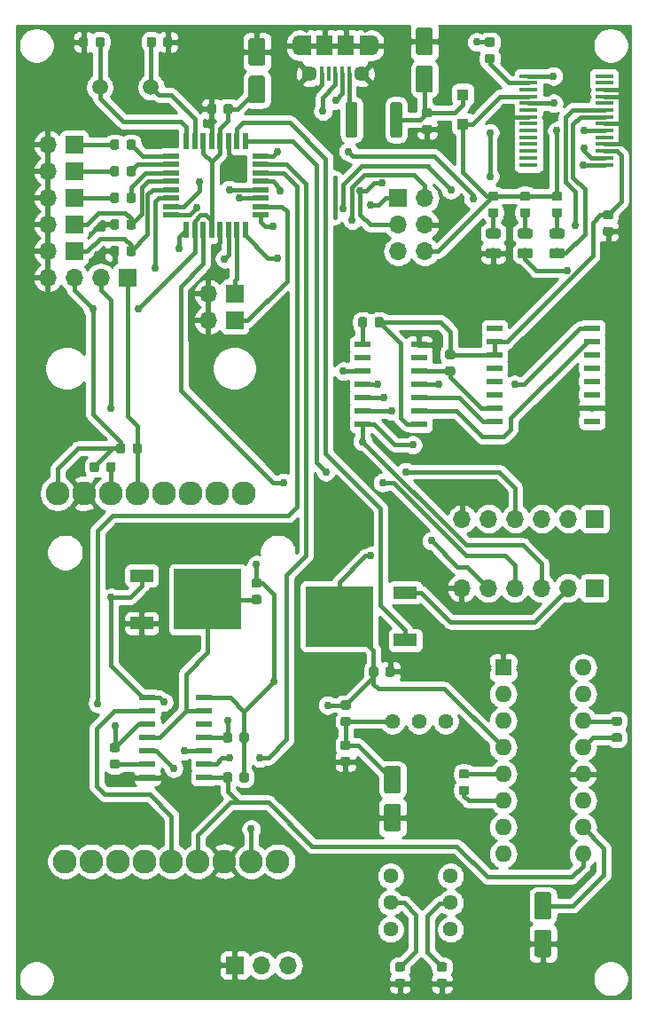
<source format=gtl>
G04 #@! TF.GenerationSoftware,KiCad,Pcbnew,(5.1.0)-1*
G04 #@! TF.CreationDate,2019-06-01T09:59:27+02:00*
G04 #@! TF.ProjectId,Main_board,4d61696e-5f62-46f6-9172-642e6b696361,V0-2*
G04 #@! TF.SameCoordinates,Original*
G04 #@! TF.FileFunction,Copper,L1,Top*
G04 #@! TF.FilePolarity,Positive*
%FSLAX46Y46*%
G04 Gerber Fmt 4.6, Leading zero omitted, Abs format (unit mm)*
G04 Created by KiCad (PCBNEW (5.1.0)-1) date 2019-06-01 09:59:27*
%MOMM*%
%LPD*%
G04 APERTURE LIST*
%ADD10C,2.286000*%
%ADD11C,0.100000*%
%ADD12C,0.875000*%
%ADD13C,1.600000*%
%ADD14O,1.700000X1.700000*%
%ADD15R,1.700000X1.700000*%
%ADD16R,1.100000X1.100000*%
%ADD17C,0.975000*%
%ADD18C,1.125000*%
%ADD19R,1.500000X1.900000*%
%ADD20C,1.450000*%
%ADD21R,0.400000X1.350000*%
%ADD22O,1.200000X1.900000*%
%ADD23R,1.200000X1.900000*%
%ADD24R,6.400000X5.800000*%
%ADD25R,2.200000X1.200000*%
%ADD26C,1.440000*%
%ADD27R,0.550000X1.600000*%
%ADD28R,1.600000X0.550000*%
%ADD29R,1.750000X0.450000*%
%ADD30R,1.600000X1.600000*%
%ADD31O,1.600000X1.600000*%
%ADD32R,1.500000X0.600000*%
%ADD33C,1.500000*%
%ADD34C,0.762000*%
%ADD35C,0.381000*%
%ADD36C,0.254000*%
G04 APERTURE END LIST*
D10*
X145745200Y-97358200D03*
X143205200Y-97358200D03*
X140665200Y-97358200D03*
X138125200Y-97358200D03*
X135585200Y-97358200D03*
X133045200Y-97358200D03*
X130505200Y-97358200D03*
X127965200Y-97358200D03*
D11*
G36*
X133666291Y-73770253D02*
G01*
X133687526Y-73773403D01*
X133708350Y-73778619D01*
X133728562Y-73785851D01*
X133747968Y-73795030D01*
X133766381Y-73806066D01*
X133783624Y-73818854D01*
X133799530Y-73833270D01*
X133813946Y-73849176D01*
X133826734Y-73866419D01*
X133837770Y-73884832D01*
X133846949Y-73904238D01*
X133854181Y-73924450D01*
X133859397Y-73945274D01*
X133862547Y-73966509D01*
X133863600Y-73987950D01*
X133863600Y-74500450D01*
X133862547Y-74521891D01*
X133859397Y-74543126D01*
X133854181Y-74563950D01*
X133846949Y-74584162D01*
X133837770Y-74603568D01*
X133826734Y-74621981D01*
X133813946Y-74639224D01*
X133799530Y-74655130D01*
X133783624Y-74669546D01*
X133766381Y-74682334D01*
X133747968Y-74693370D01*
X133728562Y-74702549D01*
X133708350Y-74709781D01*
X133687526Y-74714997D01*
X133666291Y-74718147D01*
X133644850Y-74719200D01*
X133207350Y-74719200D01*
X133185909Y-74718147D01*
X133164674Y-74714997D01*
X133143850Y-74709781D01*
X133123638Y-74702549D01*
X133104232Y-74693370D01*
X133085819Y-74682334D01*
X133068576Y-74669546D01*
X133052670Y-74655130D01*
X133038254Y-74639224D01*
X133025466Y-74621981D01*
X133014430Y-74603568D01*
X133005251Y-74584162D01*
X132998019Y-74563950D01*
X132992803Y-74543126D01*
X132989653Y-74521891D01*
X132988600Y-74500450D01*
X132988600Y-73987950D01*
X132989653Y-73966509D01*
X132992803Y-73945274D01*
X132998019Y-73924450D01*
X133005251Y-73904238D01*
X133014430Y-73884832D01*
X133025466Y-73866419D01*
X133038254Y-73849176D01*
X133052670Y-73833270D01*
X133068576Y-73818854D01*
X133085819Y-73806066D01*
X133104232Y-73795030D01*
X133123638Y-73785851D01*
X133143850Y-73778619D01*
X133164674Y-73773403D01*
X133185909Y-73770253D01*
X133207350Y-73769200D01*
X133644850Y-73769200D01*
X133666291Y-73770253D01*
X133666291Y-73770253D01*
G37*
D12*
X133426100Y-74244200D03*
D11*
G36*
X135241291Y-73770253D02*
G01*
X135262526Y-73773403D01*
X135283350Y-73778619D01*
X135303562Y-73785851D01*
X135322968Y-73795030D01*
X135341381Y-73806066D01*
X135358624Y-73818854D01*
X135374530Y-73833270D01*
X135388946Y-73849176D01*
X135401734Y-73866419D01*
X135412770Y-73884832D01*
X135421949Y-73904238D01*
X135429181Y-73924450D01*
X135434397Y-73945274D01*
X135437547Y-73966509D01*
X135438600Y-73987950D01*
X135438600Y-74500450D01*
X135437547Y-74521891D01*
X135434397Y-74543126D01*
X135429181Y-74563950D01*
X135421949Y-74584162D01*
X135412770Y-74603568D01*
X135401734Y-74621981D01*
X135388946Y-74639224D01*
X135374530Y-74655130D01*
X135358624Y-74669546D01*
X135341381Y-74682334D01*
X135322968Y-74693370D01*
X135303562Y-74702549D01*
X135283350Y-74709781D01*
X135262526Y-74714997D01*
X135241291Y-74718147D01*
X135219850Y-74719200D01*
X134782350Y-74719200D01*
X134760909Y-74718147D01*
X134739674Y-74714997D01*
X134718850Y-74709781D01*
X134698638Y-74702549D01*
X134679232Y-74693370D01*
X134660819Y-74682334D01*
X134643576Y-74669546D01*
X134627670Y-74655130D01*
X134613254Y-74639224D01*
X134600466Y-74621981D01*
X134589430Y-74603568D01*
X134580251Y-74584162D01*
X134573019Y-74563950D01*
X134567803Y-74543126D01*
X134564653Y-74521891D01*
X134563600Y-74500450D01*
X134563600Y-73987950D01*
X134564653Y-73966509D01*
X134567803Y-73945274D01*
X134573019Y-73924450D01*
X134580251Y-73904238D01*
X134589430Y-73884832D01*
X134600466Y-73866419D01*
X134613254Y-73849176D01*
X134627670Y-73833270D01*
X134643576Y-73818854D01*
X134660819Y-73806066D01*
X134679232Y-73795030D01*
X134698638Y-73785851D01*
X134718850Y-73778619D01*
X134739674Y-73773403D01*
X134760909Y-73770253D01*
X134782350Y-73769200D01*
X135219850Y-73769200D01*
X135241291Y-73770253D01*
X135241291Y-73770253D01*
G37*
D12*
X135001100Y-74244200D03*
D11*
G36*
X133666291Y-71230253D02*
G01*
X133687526Y-71233403D01*
X133708350Y-71238619D01*
X133728562Y-71245851D01*
X133747968Y-71255030D01*
X133766381Y-71266066D01*
X133783624Y-71278854D01*
X133799530Y-71293270D01*
X133813946Y-71309176D01*
X133826734Y-71326419D01*
X133837770Y-71344832D01*
X133846949Y-71364238D01*
X133854181Y-71384450D01*
X133859397Y-71405274D01*
X133862547Y-71426509D01*
X133863600Y-71447950D01*
X133863600Y-71960450D01*
X133862547Y-71981891D01*
X133859397Y-72003126D01*
X133854181Y-72023950D01*
X133846949Y-72044162D01*
X133837770Y-72063568D01*
X133826734Y-72081981D01*
X133813946Y-72099224D01*
X133799530Y-72115130D01*
X133783624Y-72129546D01*
X133766381Y-72142334D01*
X133747968Y-72153370D01*
X133728562Y-72162549D01*
X133708350Y-72169781D01*
X133687526Y-72174997D01*
X133666291Y-72178147D01*
X133644850Y-72179200D01*
X133207350Y-72179200D01*
X133185909Y-72178147D01*
X133164674Y-72174997D01*
X133143850Y-72169781D01*
X133123638Y-72162549D01*
X133104232Y-72153370D01*
X133085819Y-72142334D01*
X133068576Y-72129546D01*
X133052670Y-72115130D01*
X133038254Y-72099224D01*
X133025466Y-72081981D01*
X133014430Y-72063568D01*
X133005251Y-72044162D01*
X132998019Y-72023950D01*
X132992803Y-72003126D01*
X132989653Y-71981891D01*
X132988600Y-71960450D01*
X132988600Y-71447950D01*
X132989653Y-71426509D01*
X132992803Y-71405274D01*
X132998019Y-71384450D01*
X133005251Y-71364238D01*
X133014430Y-71344832D01*
X133025466Y-71326419D01*
X133038254Y-71309176D01*
X133052670Y-71293270D01*
X133068576Y-71278854D01*
X133085819Y-71266066D01*
X133104232Y-71255030D01*
X133123638Y-71245851D01*
X133143850Y-71238619D01*
X133164674Y-71233403D01*
X133185909Y-71230253D01*
X133207350Y-71229200D01*
X133644850Y-71229200D01*
X133666291Y-71230253D01*
X133666291Y-71230253D01*
G37*
D12*
X133426100Y-71704200D03*
D11*
G36*
X135241291Y-71230253D02*
G01*
X135262526Y-71233403D01*
X135283350Y-71238619D01*
X135303562Y-71245851D01*
X135322968Y-71255030D01*
X135341381Y-71266066D01*
X135358624Y-71278854D01*
X135374530Y-71293270D01*
X135388946Y-71309176D01*
X135401734Y-71326419D01*
X135412770Y-71344832D01*
X135421949Y-71364238D01*
X135429181Y-71384450D01*
X135434397Y-71405274D01*
X135437547Y-71426509D01*
X135438600Y-71447950D01*
X135438600Y-71960450D01*
X135437547Y-71981891D01*
X135434397Y-72003126D01*
X135429181Y-72023950D01*
X135421949Y-72044162D01*
X135412770Y-72063568D01*
X135401734Y-72081981D01*
X135388946Y-72099224D01*
X135374530Y-72115130D01*
X135358624Y-72129546D01*
X135341381Y-72142334D01*
X135322968Y-72153370D01*
X135303562Y-72162549D01*
X135283350Y-72169781D01*
X135262526Y-72174997D01*
X135241291Y-72178147D01*
X135219850Y-72179200D01*
X134782350Y-72179200D01*
X134760909Y-72178147D01*
X134739674Y-72174997D01*
X134718850Y-72169781D01*
X134698638Y-72162549D01*
X134679232Y-72153370D01*
X134660819Y-72142334D01*
X134643576Y-72129546D01*
X134627670Y-72115130D01*
X134613254Y-72099224D01*
X134600466Y-72081981D01*
X134589430Y-72063568D01*
X134580251Y-72044162D01*
X134573019Y-72023950D01*
X134567803Y-72003126D01*
X134564653Y-71981891D01*
X134563600Y-71960450D01*
X134563600Y-71447950D01*
X134564653Y-71426509D01*
X134567803Y-71405274D01*
X134573019Y-71384450D01*
X134580251Y-71364238D01*
X134589430Y-71344832D01*
X134600466Y-71326419D01*
X134613254Y-71309176D01*
X134627670Y-71293270D01*
X134643576Y-71278854D01*
X134660819Y-71266066D01*
X134679232Y-71255030D01*
X134698638Y-71245851D01*
X134718850Y-71238619D01*
X134739674Y-71233403D01*
X134760909Y-71230253D01*
X134782350Y-71229200D01*
X135219850Y-71229200D01*
X135241291Y-71230253D01*
X135241291Y-71230253D01*
G37*
D12*
X135001100Y-71704200D03*
D11*
G36*
X167079491Y-125268253D02*
G01*
X167100726Y-125271403D01*
X167121550Y-125276619D01*
X167141762Y-125283851D01*
X167161168Y-125293030D01*
X167179581Y-125304066D01*
X167196824Y-125316854D01*
X167212730Y-125331270D01*
X167227146Y-125347176D01*
X167239934Y-125364419D01*
X167250970Y-125382832D01*
X167260149Y-125402238D01*
X167267381Y-125422450D01*
X167272597Y-125443274D01*
X167275747Y-125464509D01*
X167276800Y-125485950D01*
X167276800Y-125923450D01*
X167275747Y-125944891D01*
X167272597Y-125966126D01*
X167267381Y-125986950D01*
X167260149Y-126007162D01*
X167250970Y-126026568D01*
X167239934Y-126044981D01*
X167227146Y-126062224D01*
X167212730Y-126078130D01*
X167196824Y-126092546D01*
X167179581Y-126105334D01*
X167161168Y-126116370D01*
X167141762Y-126125549D01*
X167121550Y-126132781D01*
X167100726Y-126137997D01*
X167079491Y-126141147D01*
X167058050Y-126142200D01*
X166545550Y-126142200D01*
X166524109Y-126141147D01*
X166502874Y-126137997D01*
X166482050Y-126132781D01*
X166461838Y-126125549D01*
X166442432Y-126116370D01*
X166424019Y-126105334D01*
X166406776Y-126092546D01*
X166390870Y-126078130D01*
X166376454Y-126062224D01*
X166363666Y-126044981D01*
X166352630Y-126026568D01*
X166343451Y-126007162D01*
X166336219Y-125986950D01*
X166331003Y-125966126D01*
X166327853Y-125944891D01*
X166326800Y-125923450D01*
X166326800Y-125485950D01*
X166327853Y-125464509D01*
X166331003Y-125443274D01*
X166336219Y-125422450D01*
X166343451Y-125402238D01*
X166352630Y-125382832D01*
X166363666Y-125364419D01*
X166376454Y-125347176D01*
X166390870Y-125331270D01*
X166406776Y-125316854D01*
X166424019Y-125304066D01*
X166442432Y-125293030D01*
X166461838Y-125283851D01*
X166482050Y-125276619D01*
X166502874Y-125271403D01*
X166524109Y-125268253D01*
X166545550Y-125267200D01*
X167058050Y-125267200D01*
X167079491Y-125268253D01*
X167079491Y-125268253D01*
G37*
D12*
X166801800Y-125704700D03*
D11*
G36*
X167079491Y-123693253D02*
G01*
X167100726Y-123696403D01*
X167121550Y-123701619D01*
X167141762Y-123708851D01*
X167161168Y-123718030D01*
X167179581Y-123729066D01*
X167196824Y-123741854D01*
X167212730Y-123756270D01*
X167227146Y-123772176D01*
X167239934Y-123789419D01*
X167250970Y-123807832D01*
X167260149Y-123827238D01*
X167267381Y-123847450D01*
X167272597Y-123868274D01*
X167275747Y-123889509D01*
X167276800Y-123910950D01*
X167276800Y-124348450D01*
X167275747Y-124369891D01*
X167272597Y-124391126D01*
X167267381Y-124411950D01*
X167260149Y-124432162D01*
X167250970Y-124451568D01*
X167239934Y-124469981D01*
X167227146Y-124487224D01*
X167212730Y-124503130D01*
X167196824Y-124517546D01*
X167179581Y-124530334D01*
X167161168Y-124541370D01*
X167141762Y-124550549D01*
X167121550Y-124557781D01*
X167100726Y-124562997D01*
X167079491Y-124566147D01*
X167058050Y-124567200D01*
X166545550Y-124567200D01*
X166524109Y-124566147D01*
X166502874Y-124562997D01*
X166482050Y-124557781D01*
X166461838Y-124550549D01*
X166442432Y-124541370D01*
X166424019Y-124530334D01*
X166406776Y-124517546D01*
X166390870Y-124503130D01*
X166376454Y-124487224D01*
X166363666Y-124469981D01*
X166352630Y-124451568D01*
X166343451Y-124432162D01*
X166336219Y-124411950D01*
X166331003Y-124391126D01*
X166327853Y-124369891D01*
X166326800Y-124348450D01*
X166326800Y-123910950D01*
X166327853Y-123889509D01*
X166331003Y-123868274D01*
X166336219Y-123847450D01*
X166343451Y-123827238D01*
X166352630Y-123807832D01*
X166363666Y-123789419D01*
X166376454Y-123772176D01*
X166390870Y-123756270D01*
X166406776Y-123741854D01*
X166424019Y-123729066D01*
X166442432Y-123718030D01*
X166461838Y-123708851D01*
X166482050Y-123701619D01*
X166502874Y-123696403D01*
X166524109Y-123693253D01*
X166545550Y-123692200D01*
X167058050Y-123692200D01*
X167079491Y-123693253D01*
X167079491Y-123693253D01*
G37*
D12*
X166801800Y-124129700D03*
D11*
G36*
X160543704Y-126993204D02*
G01*
X160567973Y-126996804D01*
X160591771Y-127002765D01*
X160614871Y-127011030D01*
X160637049Y-127021520D01*
X160658093Y-127034133D01*
X160677798Y-127048747D01*
X160695977Y-127065223D01*
X160712453Y-127083402D01*
X160727067Y-127103107D01*
X160739680Y-127124151D01*
X160750170Y-127146329D01*
X160758435Y-127169429D01*
X160764396Y-127193227D01*
X160767996Y-127217496D01*
X160769200Y-127242000D01*
X160769200Y-129342000D01*
X160767996Y-129366504D01*
X160764396Y-129390773D01*
X160758435Y-129414571D01*
X160750170Y-129437671D01*
X160739680Y-129459849D01*
X160727067Y-129480893D01*
X160712453Y-129500598D01*
X160695977Y-129518777D01*
X160677798Y-129535253D01*
X160658093Y-129549867D01*
X160637049Y-129562480D01*
X160614871Y-129572970D01*
X160591771Y-129581235D01*
X160567973Y-129587196D01*
X160543704Y-129590796D01*
X160519200Y-129592000D01*
X159419200Y-129592000D01*
X159394696Y-129590796D01*
X159370427Y-129587196D01*
X159346629Y-129581235D01*
X159323529Y-129572970D01*
X159301351Y-129562480D01*
X159280307Y-129549867D01*
X159260602Y-129535253D01*
X159242423Y-129518777D01*
X159225947Y-129500598D01*
X159211333Y-129480893D01*
X159198720Y-129459849D01*
X159188230Y-129437671D01*
X159179965Y-129414571D01*
X159174004Y-129390773D01*
X159170404Y-129366504D01*
X159169200Y-129342000D01*
X159169200Y-127242000D01*
X159170404Y-127217496D01*
X159174004Y-127193227D01*
X159179965Y-127169429D01*
X159188230Y-127146329D01*
X159198720Y-127124151D01*
X159211333Y-127103107D01*
X159225947Y-127083402D01*
X159242423Y-127065223D01*
X159260602Y-127048747D01*
X159280307Y-127034133D01*
X159301351Y-127021520D01*
X159323529Y-127011030D01*
X159346629Y-127002765D01*
X159370427Y-126996804D01*
X159394696Y-126993204D01*
X159419200Y-126992000D01*
X160519200Y-126992000D01*
X160543704Y-126993204D01*
X160543704Y-126993204D01*
G37*
D13*
X159969200Y-128292000D03*
D11*
G36*
X160543704Y-123393204D02*
G01*
X160567973Y-123396804D01*
X160591771Y-123402765D01*
X160614871Y-123411030D01*
X160637049Y-123421520D01*
X160658093Y-123434133D01*
X160677798Y-123448747D01*
X160695977Y-123465223D01*
X160712453Y-123483402D01*
X160727067Y-123503107D01*
X160739680Y-123524151D01*
X160750170Y-123546329D01*
X160758435Y-123569429D01*
X160764396Y-123593227D01*
X160767996Y-123617496D01*
X160769200Y-123642000D01*
X160769200Y-125742000D01*
X160767996Y-125766504D01*
X160764396Y-125790773D01*
X160758435Y-125814571D01*
X160750170Y-125837671D01*
X160739680Y-125859849D01*
X160727067Y-125880893D01*
X160712453Y-125900598D01*
X160695977Y-125918777D01*
X160677798Y-125935253D01*
X160658093Y-125949867D01*
X160637049Y-125962480D01*
X160614871Y-125972970D01*
X160591771Y-125981235D01*
X160567973Y-125987196D01*
X160543704Y-125990796D01*
X160519200Y-125992000D01*
X159419200Y-125992000D01*
X159394696Y-125990796D01*
X159370427Y-125987196D01*
X159346629Y-125981235D01*
X159323529Y-125972970D01*
X159301351Y-125962480D01*
X159280307Y-125949867D01*
X159260602Y-125935253D01*
X159242423Y-125918777D01*
X159225947Y-125900598D01*
X159211333Y-125880893D01*
X159198720Y-125859849D01*
X159188230Y-125837671D01*
X159179965Y-125814571D01*
X159174004Y-125790773D01*
X159170404Y-125766504D01*
X159169200Y-125742000D01*
X159169200Y-123642000D01*
X159170404Y-123617496D01*
X159174004Y-123593227D01*
X159179965Y-123569429D01*
X159188230Y-123546329D01*
X159198720Y-123524151D01*
X159211333Y-123503107D01*
X159225947Y-123483402D01*
X159242423Y-123465223D01*
X159260602Y-123448747D01*
X159280307Y-123434133D01*
X159301351Y-123421520D01*
X159323529Y-123411030D01*
X159346629Y-123402765D01*
X159370427Y-123396804D01*
X159394696Y-123393204D01*
X159419200Y-123392000D01*
X160519200Y-123392000D01*
X160543704Y-123393204D01*
X160543704Y-123393204D01*
G37*
D13*
X159969200Y-124692000D03*
D14*
X166573200Y-106400600D03*
X169113200Y-106400600D03*
X171653200Y-106400600D03*
X174193200Y-106400600D03*
X176733200Y-106400600D03*
D15*
X179273200Y-106400600D03*
D14*
X127025400Y-71704200D03*
D15*
X129565400Y-71704200D03*
X129565400Y-74244200D03*
D14*
X127025400Y-74244200D03*
D11*
G36*
X163548891Y-62199953D02*
G01*
X163570126Y-62203103D01*
X163590950Y-62208319D01*
X163611162Y-62215551D01*
X163630568Y-62224730D01*
X163648981Y-62235766D01*
X163666224Y-62248554D01*
X163682130Y-62262970D01*
X163696546Y-62278876D01*
X163709334Y-62296119D01*
X163720370Y-62314532D01*
X163729549Y-62333938D01*
X163736781Y-62354150D01*
X163741997Y-62374974D01*
X163745147Y-62396209D01*
X163746200Y-62417650D01*
X163746200Y-62855150D01*
X163745147Y-62876591D01*
X163741997Y-62897826D01*
X163736781Y-62918650D01*
X163729549Y-62938862D01*
X163720370Y-62958268D01*
X163709334Y-62976681D01*
X163696546Y-62993924D01*
X163682130Y-63009830D01*
X163666224Y-63024246D01*
X163648981Y-63037034D01*
X163630568Y-63048070D01*
X163611162Y-63057249D01*
X163590950Y-63064481D01*
X163570126Y-63069697D01*
X163548891Y-63072847D01*
X163527450Y-63073900D01*
X163014950Y-63073900D01*
X162993509Y-63072847D01*
X162972274Y-63069697D01*
X162951450Y-63064481D01*
X162931238Y-63057249D01*
X162911832Y-63048070D01*
X162893419Y-63037034D01*
X162876176Y-63024246D01*
X162860270Y-63009830D01*
X162845854Y-62993924D01*
X162833066Y-62976681D01*
X162822030Y-62958268D01*
X162812851Y-62938862D01*
X162805619Y-62918650D01*
X162800403Y-62897826D01*
X162797253Y-62876591D01*
X162796200Y-62855150D01*
X162796200Y-62417650D01*
X162797253Y-62396209D01*
X162800403Y-62374974D01*
X162805619Y-62354150D01*
X162812851Y-62333938D01*
X162822030Y-62314532D01*
X162833066Y-62296119D01*
X162845854Y-62278876D01*
X162860270Y-62262970D01*
X162876176Y-62248554D01*
X162893419Y-62235766D01*
X162911832Y-62224730D01*
X162931238Y-62215551D01*
X162951450Y-62208319D01*
X162972274Y-62203103D01*
X162993509Y-62199953D01*
X163014950Y-62198900D01*
X163527450Y-62198900D01*
X163548891Y-62199953D01*
X163548891Y-62199953D01*
G37*
D12*
X163271200Y-62636400D03*
D11*
G36*
X163548891Y-60624953D02*
G01*
X163570126Y-60628103D01*
X163590950Y-60633319D01*
X163611162Y-60640551D01*
X163630568Y-60649730D01*
X163648981Y-60660766D01*
X163666224Y-60673554D01*
X163682130Y-60687970D01*
X163696546Y-60703876D01*
X163709334Y-60721119D01*
X163720370Y-60739532D01*
X163729549Y-60758938D01*
X163736781Y-60779150D01*
X163741997Y-60799974D01*
X163745147Y-60821209D01*
X163746200Y-60842650D01*
X163746200Y-61280150D01*
X163745147Y-61301591D01*
X163741997Y-61322826D01*
X163736781Y-61343650D01*
X163729549Y-61363862D01*
X163720370Y-61383268D01*
X163709334Y-61401681D01*
X163696546Y-61418924D01*
X163682130Y-61434830D01*
X163666224Y-61449246D01*
X163648981Y-61462034D01*
X163630568Y-61473070D01*
X163611162Y-61482249D01*
X163590950Y-61489481D01*
X163570126Y-61494697D01*
X163548891Y-61497847D01*
X163527450Y-61498900D01*
X163014950Y-61498900D01*
X162993509Y-61497847D01*
X162972274Y-61494697D01*
X162951450Y-61489481D01*
X162931238Y-61482249D01*
X162911832Y-61473070D01*
X162893419Y-61462034D01*
X162876176Y-61449246D01*
X162860270Y-61434830D01*
X162845854Y-61418924D01*
X162833066Y-61401681D01*
X162822030Y-61383268D01*
X162812851Y-61363862D01*
X162805619Y-61343650D01*
X162800403Y-61322826D01*
X162797253Y-61301591D01*
X162796200Y-61280150D01*
X162796200Y-60842650D01*
X162797253Y-60821209D01*
X162800403Y-60799974D01*
X162805619Y-60779150D01*
X162812851Y-60758938D01*
X162822030Y-60739532D01*
X162833066Y-60721119D01*
X162845854Y-60703876D01*
X162860270Y-60687970D01*
X162876176Y-60673554D01*
X162893419Y-60660766D01*
X162911832Y-60649730D01*
X162931238Y-60640551D01*
X162951450Y-60633319D01*
X162972274Y-60628103D01*
X162993509Y-60624953D01*
X163014950Y-60623900D01*
X163527450Y-60623900D01*
X163548891Y-60624953D01*
X163548891Y-60624953D01*
G37*
D12*
X163271200Y-61061400D03*
D11*
G36*
X163591704Y-56533604D02*
G01*
X163615973Y-56537204D01*
X163639771Y-56543165D01*
X163662871Y-56551430D01*
X163685049Y-56561920D01*
X163706093Y-56574533D01*
X163725798Y-56589147D01*
X163743977Y-56605623D01*
X163760453Y-56623802D01*
X163775067Y-56643507D01*
X163787680Y-56664551D01*
X163798170Y-56686729D01*
X163806435Y-56709829D01*
X163812396Y-56733627D01*
X163815996Y-56757896D01*
X163817200Y-56782400D01*
X163817200Y-58882400D01*
X163815996Y-58906904D01*
X163812396Y-58931173D01*
X163806435Y-58954971D01*
X163798170Y-58978071D01*
X163787680Y-59000249D01*
X163775067Y-59021293D01*
X163760453Y-59040998D01*
X163743977Y-59059177D01*
X163725798Y-59075653D01*
X163706093Y-59090267D01*
X163685049Y-59102880D01*
X163662871Y-59113370D01*
X163639771Y-59121635D01*
X163615973Y-59127596D01*
X163591704Y-59131196D01*
X163567200Y-59132400D01*
X162467200Y-59132400D01*
X162442696Y-59131196D01*
X162418427Y-59127596D01*
X162394629Y-59121635D01*
X162371529Y-59113370D01*
X162349351Y-59102880D01*
X162328307Y-59090267D01*
X162308602Y-59075653D01*
X162290423Y-59059177D01*
X162273947Y-59040998D01*
X162259333Y-59021293D01*
X162246720Y-59000249D01*
X162236230Y-58978071D01*
X162227965Y-58954971D01*
X162222004Y-58931173D01*
X162218404Y-58906904D01*
X162217200Y-58882400D01*
X162217200Y-56782400D01*
X162218404Y-56757896D01*
X162222004Y-56733627D01*
X162227965Y-56709829D01*
X162236230Y-56686729D01*
X162246720Y-56664551D01*
X162259333Y-56643507D01*
X162273947Y-56623802D01*
X162290423Y-56605623D01*
X162308602Y-56589147D01*
X162328307Y-56574533D01*
X162349351Y-56561920D01*
X162371529Y-56551430D01*
X162394629Y-56543165D01*
X162418427Y-56537204D01*
X162442696Y-56533604D01*
X162467200Y-56532400D01*
X163567200Y-56532400D01*
X163591704Y-56533604D01*
X163591704Y-56533604D01*
G37*
D13*
X163017200Y-57832400D03*
D11*
G36*
X163591704Y-52933604D02*
G01*
X163615973Y-52937204D01*
X163639771Y-52943165D01*
X163662871Y-52951430D01*
X163685049Y-52961920D01*
X163706093Y-52974533D01*
X163725798Y-52989147D01*
X163743977Y-53005623D01*
X163760453Y-53023802D01*
X163775067Y-53043507D01*
X163787680Y-53064551D01*
X163798170Y-53086729D01*
X163806435Y-53109829D01*
X163812396Y-53133627D01*
X163815996Y-53157896D01*
X163817200Y-53182400D01*
X163817200Y-55282400D01*
X163815996Y-55306904D01*
X163812396Y-55331173D01*
X163806435Y-55354971D01*
X163798170Y-55378071D01*
X163787680Y-55400249D01*
X163775067Y-55421293D01*
X163760453Y-55440998D01*
X163743977Y-55459177D01*
X163725798Y-55475653D01*
X163706093Y-55490267D01*
X163685049Y-55502880D01*
X163662871Y-55513370D01*
X163639771Y-55521635D01*
X163615973Y-55527596D01*
X163591704Y-55531196D01*
X163567200Y-55532400D01*
X162467200Y-55532400D01*
X162442696Y-55531196D01*
X162418427Y-55527596D01*
X162394629Y-55521635D01*
X162371529Y-55513370D01*
X162349351Y-55502880D01*
X162328307Y-55490267D01*
X162308602Y-55475653D01*
X162290423Y-55459177D01*
X162273947Y-55440998D01*
X162259333Y-55421293D01*
X162246720Y-55400249D01*
X162236230Y-55378071D01*
X162227965Y-55354971D01*
X162222004Y-55331173D01*
X162218404Y-55306904D01*
X162217200Y-55282400D01*
X162217200Y-53182400D01*
X162218404Y-53157896D01*
X162222004Y-53133627D01*
X162227965Y-53109829D01*
X162236230Y-53086729D01*
X162246720Y-53064551D01*
X162259333Y-53043507D01*
X162273947Y-53023802D01*
X162290423Y-53005623D01*
X162308602Y-52989147D01*
X162328307Y-52974533D01*
X162349351Y-52961920D01*
X162371529Y-52951430D01*
X162394629Y-52943165D01*
X162418427Y-52937204D01*
X162442696Y-52933604D01*
X162467200Y-52932400D01*
X163567200Y-52932400D01*
X163591704Y-52933604D01*
X163591704Y-52933604D01*
G37*
D13*
X163017200Y-54232400D03*
D11*
G36*
X147589704Y-53924204D02*
G01*
X147613973Y-53927804D01*
X147637771Y-53933765D01*
X147660871Y-53942030D01*
X147683049Y-53952520D01*
X147704093Y-53965133D01*
X147723798Y-53979747D01*
X147741977Y-53996223D01*
X147758453Y-54014402D01*
X147773067Y-54034107D01*
X147785680Y-54055151D01*
X147796170Y-54077329D01*
X147804435Y-54100429D01*
X147810396Y-54124227D01*
X147813996Y-54148496D01*
X147815200Y-54173000D01*
X147815200Y-56273000D01*
X147813996Y-56297504D01*
X147810396Y-56321773D01*
X147804435Y-56345571D01*
X147796170Y-56368671D01*
X147785680Y-56390849D01*
X147773067Y-56411893D01*
X147758453Y-56431598D01*
X147741977Y-56449777D01*
X147723798Y-56466253D01*
X147704093Y-56480867D01*
X147683049Y-56493480D01*
X147660871Y-56503970D01*
X147637771Y-56512235D01*
X147613973Y-56518196D01*
X147589704Y-56521796D01*
X147565200Y-56523000D01*
X146465200Y-56523000D01*
X146440696Y-56521796D01*
X146416427Y-56518196D01*
X146392629Y-56512235D01*
X146369529Y-56503970D01*
X146347351Y-56493480D01*
X146326307Y-56480867D01*
X146306602Y-56466253D01*
X146288423Y-56449777D01*
X146271947Y-56431598D01*
X146257333Y-56411893D01*
X146244720Y-56390849D01*
X146234230Y-56368671D01*
X146225965Y-56345571D01*
X146220004Y-56321773D01*
X146216404Y-56297504D01*
X146215200Y-56273000D01*
X146215200Y-54173000D01*
X146216404Y-54148496D01*
X146220004Y-54124227D01*
X146225965Y-54100429D01*
X146234230Y-54077329D01*
X146244720Y-54055151D01*
X146257333Y-54034107D01*
X146271947Y-54014402D01*
X146288423Y-53996223D01*
X146306602Y-53979747D01*
X146326307Y-53965133D01*
X146347351Y-53952520D01*
X146369529Y-53942030D01*
X146392629Y-53933765D01*
X146416427Y-53927804D01*
X146440696Y-53924204D01*
X146465200Y-53923000D01*
X147565200Y-53923000D01*
X147589704Y-53924204D01*
X147589704Y-53924204D01*
G37*
D13*
X147015200Y-55223000D03*
D11*
G36*
X147589704Y-57524204D02*
G01*
X147613973Y-57527804D01*
X147637771Y-57533765D01*
X147660871Y-57542030D01*
X147683049Y-57552520D01*
X147704093Y-57565133D01*
X147723798Y-57579747D01*
X147741977Y-57596223D01*
X147758453Y-57614402D01*
X147773067Y-57634107D01*
X147785680Y-57655151D01*
X147796170Y-57677329D01*
X147804435Y-57700429D01*
X147810396Y-57724227D01*
X147813996Y-57748496D01*
X147815200Y-57773000D01*
X147815200Y-59873000D01*
X147813996Y-59897504D01*
X147810396Y-59921773D01*
X147804435Y-59945571D01*
X147796170Y-59968671D01*
X147785680Y-59990849D01*
X147773067Y-60011893D01*
X147758453Y-60031598D01*
X147741977Y-60049777D01*
X147723798Y-60066253D01*
X147704093Y-60080867D01*
X147683049Y-60093480D01*
X147660871Y-60103970D01*
X147637771Y-60112235D01*
X147613973Y-60118196D01*
X147589704Y-60121796D01*
X147565200Y-60123000D01*
X146465200Y-60123000D01*
X146440696Y-60121796D01*
X146416427Y-60118196D01*
X146392629Y-60112235D01*
X146369529Y-60103970D01*
X146347351Y-60093480D01*
X146326307Y-60080867D01*
X146306602Y-60066253D01*
X146288423Y-60049777D01*
X146271947Y-60031598D01*
X146257333Y-60011893D01*
X146244720Y-59990849D01*
X146234230Y-59968671D01*
X146225965Y-59945571D01*
X146220004Y-59921773D01*
X146216404Y-59897504D01*
X146215200Y-59873000D01*
X146215200Y-57773000D01*
X146216404Y-57748496D01*
X146220004Y-57724227D01*
X146225965Y-57700429D01*
X146234230Y-57677329D01*
X146244720Y-57655151D01*
X146257333Y-57634107D01*
X146271947Y-57614402D01*
X146288423Y-57596223D01*
X146306602Y-57579747D01*
X146326307Y-57565133D01*
X146347351Y-57552520D01*
X146369529Y-57542030D01*
X146392629Y-57533765D01*
X146416427Y-57527804D01*
X146440696Y-57524204D01*
X146465200Y-57523000D01*
X147565200Y-57523000D01*
X147589704Y-57524204D01*
X147589704Y-57524204D01*
G37*
D13*
X147015200Y-58823000D03*
D11*
G36*
X144512291Y-60206653D02*
G01*
X144533526Y-60209803D01*
X144554350Y-60215019D01*
X144574562Y-60222251D01*
X144593968Y-60231430D01*
X144612381Y-60242466D01*
X144629624Y-60255254D01*
X144645530Y-60269670D01*
X144659946Y-60285576D01*
X144672734Y-60302819D01*
X144683770Y-60321232D01*
X144692949Y-60340638D01*
X144700181Y-60360850D01*
X144705397Y-60381674D01*
X144708547Y-60402909D01*
X144709600Y-60424350D01*
X144709600Y-60936850D01*
X144708547Y-60958291D01*
X144705397Y-60979526D01*
X144700181Y-61000350D01*
X144692949Y-61020562D01*
X144683770Y-61039968D01*
X144672734Y-61058381D01*
X144659946Y-61075624D01*
X144645530Y-61091530D01*
X144629624Y-61105946D01*
X144612381Y-61118734D01*
X144593968Y-61129770D01*
X144574562Y-61138949D01*
X144554350Y-61146181D01*
X144533526Y-61151397D01*
X144512291Y-61154547D01*
X144490850Y-61155600D01*
X144053350Y-61155600D01*
X144031909Y-61154547D01*
X144010674Y-61151397D01*
X143989850Y-61146181D01*
X143969638Y-61138949D01*
X143950232Y-61129770D01*
X143931819Y-61118734D01*
X143914576Y-61105946D01*
X143898670Y-61091530D01*
X143884254Y-61075624D01*
X143871466Y-61058381D01*
X143860430Y-61039968D01*
X143851251Y-61020562D01*
X143844019Y-61000350D01*
X143838803Y-60979526D01*
X143835653Y-60958291D01*
X143834600Y-60936850D01*
X143834600Y-60424350D01*
X143835653Y-60402909D01*
X143838803Y-60381674D01*
X143844019Y-60360850D01*
X143851251Y-60340638D01*
X143860430Y-60321232D01*
X143871466Y-60302819D01*
X143884254Y-60285576D01*
X143898670Y-60269670D01*
X143914576Y-60255254D01*
X143931819Y-60242466D01*
X143950232Y-60231430D01*
X143969638Y-60222251D01*
X143989850Y-60215019D01*
X144010674Y-60209803D01*
X144031909Y-60206653D01*
X144053350Y-60205600D01*
X144490850Y-60205600D01*
X144512291Y-60206653D01*
X144512291Y-60206653D01*
G37*
D12*
X144272100Y-60680600D03*
D11*
G36*
X142937291Y-60206653D02*
G01*
X142958526Y-60209803D01*
X142979350Y-60215019D01*
X142999562Y-60222251D01*
X143018968Y-60231430D01*
X143037381Y-60242466D01*
X143054624Y-60255254D01*
X143070530Y-60269670D01*
X143084946Y-60285576D01*
X143097734Y-60302819D01*
X143108770Y-60321232D01*
X143117949Y-60340638D01*
X143125181Y-60360850D01*
X143130397Y-60381674D01*
X143133547Y-60402909D01*
X143134600Y-60424350D01*
X143134600Y-60936850D01*
X143133547Y-60958291D01*
X143130397Y-60979526D01*
X143125181Y-61000350D01*
X143117949Y-61020562D01*
X143108770Y-61039968D01*
X143097734Y-61058381D01*
X143084946Y-61075624D01*
X143070530Y-61091530D01*
X143054624Y-61105946D01*
X143037381Y-61118734D01*
X143018968Y-61129770D01*
X142999562Y-61138949D01*
X142979350Y-61146181D01*
X142958526Y-61151397D01*
X142937291Y-61154547D01*
X142915850Y-61155600D01*
X142478350Y-61155600D01*
X142456909Y-61154547D01*
X142435674Y-61151397D01*
X142414850Y-61146181D01*
X142394638Y-61138949D01*
X142375232Y-61129770D01*
X142356819Y-61118734D01*
X142339576Y-61105946D01*
X142323670Y-61091530D01*
X142309254Y-61075624D01*
X142296466Y-61058381D01*
X142285430Y-61039968D01*
X142276251Y-61020562D01*
X142269019Y-61000350D01*
X142263803Y-60979526D01*
X142260653Y-60958291D01*
X142259600Y-60936850D01*
X142259600Y-60424350D01*
X142260653Y-60402909D01*
X142263803Y-60381674D01*
X142269019Y-60360850D01*
X142276251Y-60340638D01*
X142285430Y-60321232D01*
X142296466Y-60302819D01*
X142309254Y-60285576D01*
X142323670Y-60269670D01*
X142339576Y-60255254D01*
X142356819Y-60242466D01*
X142375232Y-60231430D01*
X142394638Y-60222251D01*
X142414850Y-60215019D01*
X142435674Y-60209803D01*
X142456909Y-60206653D01*
X142478350Y-60205600D01*
X142915850Y-60205600D01*
X142937291Y-60206653D01*
X142937291Y-60206653D01*
G37*
D12*
X142697100Y-60680600D03*
D11*
G36*
X158405891Y-113902253D02*
G01*
X158427126Y-113905403D01*
X158447950Y-113910619D01*
X158468162Y-113917851D01*
X158487568Y-113927030D01*
X158505981Y-113938066D01*
X158523224Y-113950854D01*
X158539130Y-113965270D01*
X158553546Y-113981176D01*
X158566334Y-113998419D01*
X158577370Y-114016832D01*
X158586549Y-114036238D01*
X158593781Y-114056450D01*
X158598997Y-114077274D01*
X158602147Y-114098509D01*
X158603200Y-114119950D01*
X158603200Y-114632450D01*
X158602147Y-114653891D01*
X158598997Y-114675126D01*
X158593781Y-114695950D01*
X158586549Y-114716162D01*
X158577370Y-114735568D01*
X158566334Y-114753981D01*
X158553546Y-114771224D01*
X158539130Y-114787130D01*
X158523224Y-114801546D01*
X158505981Y-114814334D01*
X158487568Y-114825370D01*
X158468162Y-114834549D01*
X158447950Y-114841781D01*
X158427126Y-114846997D01*
X158405891Y-114850147D01*
X158384450Y-114851200D01*
X157946950Y-114851200D01*
X157925509Y-114850147D01*
X157904274Y-114846997D01*
X157883450Y-114841781D01*
X157863238Y-114834549D01*
X157843832Y-114825370D01*
X157825419Y-114814334D01*
X157808176Y-114801546D01*
X157792270Y-114787130D01*
X157777854Y-114771224D01*
X157765066Y-114753981D01*
X157754030Y-114735568D01*
X157744851Y-114716162D01*
X157737619Y-114695950D01*
X157732403Y-114675126D01*
X157729253Y-114653891D01*
X157728200Y-114632450D01*
X157728200Y-114119950D01*
X157729253Y-114098509D01*
X157732403Y-114077274D01*
X157737619Y-114056450D01*
X157744851Y-114036238D01*
X157754030Y-114016832D01*
X157765066Y-113998419D01*
X157777854Y-113981176D01*
X157792270Y-113965270D01*
X157808176Y-113950854D01*
X157825419Y-113938066D01*
X157843832Y-113927030D01*
X157863238Y-113917851D01*
X157883450Y-113910619D01*
X157904274Y-113905403D01*
X157925509Y-113902253D01*
X157946950Y-113901200D01*
X158384450Y-113901200D01*
X158405891Y-113902253D01*
X158405891Y-113902253D01*
G37*
D12*
X158165700Y-114376200D03*
D11*
G36*
X159980891Y-113902253D02*
G01*
X160002126Y-113905403D01*
X160022950Y-113910619D01*
X160043162Y-113917851D01*
X160062568Y-113927030D01*
X160080981Y-113938066D01*
X160098224Y-113950854D01*
X160114130Y-113965270D01*
X160128546Y-113981176D01*
X160141334Y-113998419D01*
X160152370Y-114016832D01*
X160161549Y-114036238D01*
X160168781Y-114056450D01*
X160173997Y-114077274D01*
X160177147Y-114098509D01*
X160178200Y-114119950D01*
X160178200Y-114632450D01*
X160177147Y-114653891D01*
X160173997Y-114675126D01*
X160168781Y-114695950D01*
X160161549Y-114716162D01*
X160152370Y-114735568D01*
X160141334Y-114753981D01*
X160128546Y-114771224D01*
X160114130Y-114787130D01*
X160098224Y-114801546D01*
X160080981Y-114814334D01*
X160062568Y-114825370D01*
X160043162Y-114834549D01*
X160022950Y-114841781D01*
X160002126Y-114846997D01*
X159980891Y-114850147D01*
X159959450Y-114851200D01*
X159521950Y-114851200D01*
X159500509Y-114850147D01*
X159479274Y-114846997D01*
X159458450Y-114841781D01*
X159438238Y-114834549D01*
X159418832Y-114825370D01*
X159400419Y-114814334D01*
X159383176Y-114801546D01*
X159367270Y-114787130D01*
X159352854Y-114771224D01*
X159340066Y-114753981D01*
X159329030Y-114735568D01*
X159319851Y-114716162D01*
X159312619Y-114695950D01*
X159307403Y-114675126D01*
X159304253Y-114653891D01*
X159303200Y-114632450D01*
X159303200Y-114119950D01*
X159304253Y-114098509D01*
X159307403Y-114077274D01*
X159312619Y-114056450D01*
X159319851Y-114036238D01*
X159329030Y-114016832D01*
X159340066Y-113998419D01*
X159352854Y-113981176D01*
X159367270Y-113965270D01*
X159383176Y-113950854D01*
X159400419Y-113938066D01*
X159418832Y-113927030D01*
X159438238Y-113917851D01*
X159458450Y-113910619D01*
X159479274Y-113905403D01*
X159500509Y-113902253D01*
X159521950Y-113901200D01*
X159959450Y-113901200D01*
X159980891Y-113902253D01*
X159980891Y-113902253D01*
G37*
D12*
X159740700Y-114376200D03*
D11*
G36*
X169543291Y-55443653D02*
G01*
X169564526Y-55446803D01*
X169585350Y-55452019D01*
X169605562Y-55459251D01*
X169624968Y-55468430D01*
X169643381Y-55479466D01*
X169660624Y-55492254D01*
X169676530Y-55506670D01*
X169690946Y-55522576D01*
X169703734Y-55539819D01*
X169714770Y-55558232D01*
X169723949Y-55577638D01*
X169731181Y-55597850D01*
X169736397Y-55618674D01*
X169739547Y-55639909D01*
X169740600Y-55661350D01*
X169740600Y-56098850D01*
X169739547Y-56120291D01*
X169736397Y-56141526D01*
X169731181Y-56162350D01*
X169723949Y-56182562D01*
X169714770Y-56201968D01*
X169703734Y-56220381D01*
X169690946Y-56237624D01*
X169676530Y-56253530D01*
X169660624Y-56267946D01*
X169643381Y-56280734D01*
X169624968Y-56291770D01*
X169605562Y-56300949D01*
X169585350Y-56308181D01*
X169564526Y-56313397D01*
X169543291Y-56316547D01*
X169521850Y-56317600D01*
X169009350Y-56317600D01*
X168987909Y-56316547D01*
X168966674Y-56313397D01*
X168945850Y-56308181D01*
X168925638Y-56300949D01*
X168906232Y-56291770D01*
X168887819Y-56280734D01*
X168870576Y-56267946D01*
X168854670Y-56253530D01*
X168840254Y-56237624D01*
X168827466Y-56220381D01*
X168816430Y-56201968D01*
X168807251Y-56182562D01*
X168800019Y-56162350D01*
X168794803Y-56141526D01*
X168791653Y-56120291D01*
X168790600Y-56098850D01*
X168790600Y-55661350D01*
X168791653Y-55639909D01*
X168794803Y-55618674D01*
X168800019Y-55597850D01*
X168807251Y-55577638D01*
X168816430Y-55558232D01*
X168827466Y-55539819D01*
X168840254Y-55522576D01*
X168854670Y-55506670D01*
X168870576Y-55492254D01*
X168887819Y-55479466D01*
X168906232Y-55468430D01*
X168925638Y-55459251D01*
X168945850Y-55452019D01*
X168966674Y-55446803D01*
X168987909Y-55443653D01*
X169009350Y-55442600D01*
X169521850Y-55442600D01*
X169543291Y-55443653D01*
X169543291Y-55443653D01*
G37*
D12*
X169265600Y-55880100D03*
D11*
G36*
X169543291Y-53868653D02*
G01*
X169564526Y-53871803D01*
X169585350Y-53877019D01*
X169605562Y-53884251D01*
X169624968Y-53893430D01*
X169643381Y-53904466D01*
X169660624Y-53917254D01*
X169676530Y-53931670D01*
X169690946Y-53947576D01*
X169703734Y-53964819D01*
X169714770Y-53983232D01*
X169723949Y-54002638D01*
X169731181Y-54022850D01*
X169736397Y-54043674D01*
X169739547Y-54064909D01*
X169740600Y-54086350D01*
X169740600Y-54523850D01*
X169739547Y-54545291D01*
X169736397Y-54566526D01*
X169731181Y-54587350D01*
X169723949Y-54607562D01*
X169714770Y-54626968D01*
X169703734Y-54645381D01*
X169690946Y-54662624D01*
X169676530Y-54678530D01*
X169660624Y-54692946D01*
X169643381Y-54705734D01*
X169624968Y-54716770D01*
X169605562Y-54725949D01*
X169585350Y-54733181D01*
X169564526Y-54738397D01*
X169543291Y-54741547D01*
X169521850Y-54742600D01*
X169009350Y-54742600D01*
X168987909Y-54741547D01*
X168966674Y-54738397D01*
X168945850Y-54733181D01*
X168925638Y-54725949D01*
X168906232Y-54716770D01*
X168887819Y-54705734D01*
X168870576Y-54692946D01*
X168854670Y-54678530D01*
X168840254Y-54662624D01*
X168827466Y-54645381D01*
X168816430Y-54626968D01*
X168807251Y-54607562D01*
X168800019Y-54587350D01*
X168794803Y-54566526D01*
X168791653Y-54545291D01*
X168790600Y-54523850D01*
X168790600Y-54086350D01*
X168791653Y-54064909D01*
X168794803Y-54043674D01*
X168800019Y-54022850D01*
X168807251Y-54002638D01*
X168816430Y-53983232D01*
X168827466Y-53964819D01*
X168840254Y-53947576D01*
X168854670Y-53931670D01*
X168870576Y-53917254D01*
X168887819Y-53904466D01*
X168906232Y-53893430D01*
X168925638Y-53884251D01*
X168945850Y-53877019D01*
X168966674Y-53871803D01*
X168987909Y-53868653D01*
X169009350Y-53867600D01*
X169521850Y-53867600D01*
X169543291Y-53868653D01*
X169543291Y-53868653D01*
G37*
D12*
X169265600Y-54305100D03*
D11*
G36*
X180846291Y-71928253D02*
G01*
X180867526Y-71931403D01*
X180888350Y-71936619D01*
X180908562Y-71943851D01*
X180927968Y-71953030D01*
X180946381Y-71964066D01*
X180963624Y-71976854D01*
X180979530Y-71991270D01*
X180993946Y-72007176D01*
X181006734Y-72024419D01*
X181017770Y-72042832D01*
X181026949Y-72062238D01*
X181034181Y-72082450D01*
X181039397Y-72103274D01*
X181042547Y-72124509D01*
X181043600Y-72145950D01*
X181043600Y-72583450D01*
X181042547Y-72604891D01*
X181039397Y-72626126D01*
X181034181Y-72646950D01*
X181026949Y-72667162D01*
X181017770Y-72686568D01*
X181006734Y-72704981D01*
X180993946Y-72722224D01*
X180979530Y-72738130D01*
X180963624Y-72752546D01*
X180946381Y-72765334D01*
X180927968Y-72776370D01*
X180908562Y-72785549D01*
X180888350Y-72792781D01*
X180867526Y-72797997D01*
X180846291Y-72801147D01*
X180824850Y-72802200D01*
X180312350Y-72802200D01*
X180290909Y-72801147D01*
X180269674Y-72797997D01*
X180248850Y-72792781D01*
X180228638Y-72785549D01*
X180209232Y-72776370D01*
X180190819Y-72765334D01*
X180173576Y-72752546D01*
X180157670Y-72738130D01*
X180143254Y-72722224D01*
X180130466Y-72704981D01*
X180119430Y-72686568D01*
X180110251Y-72667162D01*
X180103019Y-72646950D01*
X180097803Y-72626126D01*
X180094653Y-72604891D01*
X180093600Y-72583450D01*
X180093600Y-72145950D01*
X180094653Y-72124509D01*
X180097803Y-72103274D01*
X180103019Y-72082450D01*
X180110251Y-72062238D01*
X180119430Y-72042832D01*
X180130466Y-72024419D01*
X180143254Y-72007176D01*
X180157670Y-71991270D01*
X180173576Y-71976854D01*
X180190819Y-71964066D01*
X180209232Y-71953030D01*
X180228638Y-71943851D01*
X180248850Y-71936619D01*
X180269674Y-71931403D01*
X180290909Y-71928253D01*
X180312350Y-71927200D01*
X180824850Y-71927200D01*
X180846291Y-71928253D01*
X180846291Y-71928253D01*
G37*
D12*
X180568600Y-72364700D03*
D11*
G36*
X180846291Y-70353253D02*
G01*
X180867526Y-70356403D01*
X180888350Y-70361619D01*
X180908562Y-70368851D01*
X180927968Y-70378030D01*
X180946381Y-70389066D01*
X180963624Y-70401854D01*
X180979530Y-70416270D01*
X180993946Y-70432176D01*
X181006734Y-70449419D01*
X181017770Y-70467832D01*
X181026949Y-70487238D01*
X181034181Y-70507450D01*
X181039397Y-70528274D01*
X181042547Y-70549509D01*
X181043600Y-70570950D01*
X181043600Y-71008450D01*
X181042547Y-71029891D01*
X181039397Y-71051126D01*
X181034181Y-71071950D01*
X181026949Y-71092162D01*
X181017770Y-71111568D01*
X181006734Y-71129981D01*
X180993946Y-71147224D01*
X180979530Y-71163130D01*
X180963624Y-71177546D01*
X180946381Y-71190334D01*
X180927968Y-71201370D01*
X180908562Y-71210549D01*
X180888350Y-71217781D01*
X180867526Y-71222997D01*
X180846291Y-71226147D01*
X180824850Y-71227200D01*
X180312350Y-71227200D01*
X180290909Y-71226147D01*
X180269674Y-71222997D01*
X180248850Y-71217781D01*
X180228638Y-71210549D01*
X180209232Y-71201370D01*
X180190819Y-71190334D01*
X180173576Y-71177546D01*
X180157670Y-71163130D01*
X180143254Y-71147224D01*
X180130466Y-71129981D01*
X180119430Y-71111568D01*
X180110251Y-71092162D01*
X180103019Y-71071950D01*
X180097803Y-71051126D01*
X180094653Y-71029891D01*
X180093600Y-71008450D01*
X180093600Y-70570950D01*
X180094653Y-70549509D01*
X180097803Y-70528274D01*
X180103019Y-70507450D01*
X180110251Y-70487238D01*
X180119430Y-70467832D01*
X180130466Y-70449419D01*
X180143254Y-70432176D01*
X180157670Y-70416270D01*
X180173576Y-70401854D01*
X180190819Y-70389066D01*
X180209232Y-70378030D01*
X180228638Y-70368851D01*
X180248850Y-70361619D01*
X180269674Y-70356403D01*
X180290909Y-70353253D01*
X180312350Y-70352200D01*
X180824850Y-70352200D01*
X180846291Y-70353253D01*
X180846291Y-70353253D01*
G37*
D12*
X180568600Y-70789700D03*
D11*
G36*
X174920104Y-139007404D02*
G01*
X174944373Y-139011004D01*
X174968171Y-139016965D01*
X174991271Y-139025230D01*
X175013449Y-139035720D01*
X175034493Y-139048333D01*
X175054198Y-139062947D01*
X175072377Y-139079423D01*
X175088853Y-139097602D01*
X175103467Y-139117307D01*
X175116080Y-139138351D01*
X175126570Y-139160529D01*
X175134835Y-139183629D01*
X175140796Y-139207427D01*
X175144396Y-139231696D01*
X175145600Y-139256200D01*
X175145600Y-141356200D01*
X175144396Y-141380704D01*
X175140796Y-141404973D01*
X175134835Y-141428771D01*
X175126570Y-141451871D01*
X175116080Y-141474049D01*
X175103467Y-141495093D01*
X175088853Y-141514798D01*
X175072377Y-141532977D01*
X175054198Y-141549453D01*
X175034493Y-141564067D01*
X175013449Y-141576680D01*
X174991271Y-141587170D01*
X174968171Y-141595435D01*
X174944373Y-141601396D01*
X174920104Y-141604996D01*
X174895600Y-141606200D01*
X173795600Y-141606200D01*
X173771096Y-141604996D01*
X173746827Y-141601396D01*
X173723029Y-141595435D01*
X173699929Y-141587170D01*
X173677751Y-141576680D01*
X173656707Y-141564067D01*
X173637002Y-141549453D01*
X173618823Y-141532977D01*
X173602347Y-141514798D01*
X173587733Y-141495093D01*
X173575120Y-141474049D01*
X173564630Y-141451871D01*
X173556365Y-141428771D01*
X173550404Y-141404973D01*
X173546804Y-141380704D01*
X173545600Y-141356200D01*
X173545600Y-139256200D01*
X173546804Y-139231696D01*
X173550404Y-139207427D01*
X173556365Y-139183629D01*
X173564630Y-139160529D01*
X173575120Y-139138351D01*
X173587733Y-139117307D01*
X173602347Y-139097602D01*
X173618823Y-139079423D01*
X173637002Y-139062947D01*
X173656707Y-139048333D01*
X173677751Y-139035720D01*
X173699929Y-139025230D01*
X173723029Y-139016965D01*
X173746827Y-139011004D01*
X173771096Y-139007404D01*
X173795600Y-139006200D01*
X174895600Y-139006200D01*
X174920104Y-139007404D01*
X174920104Y-139007404D01*
G37*
D13*
X174345600Y-140306200D03*
D11*
G36*
X174920104Y-135407404D02*
G01*
X174944373Y-135411004D01*
X174968171Y-135416965D01*
X174991271Y-135425230D01*
X175013449Y-135435720D01*
X175034493Y-135448333D01*
X175054198Y-135462947D01*
X175072377Y-135479423D01*
X175088853Y-135497602D01*
X175103467Y-135517307D01*
X175116080Y-135538351D01*
X175126570Y-135560529D01*
X175134835Y-135583629D01*
X175140796Y-135607427D01*
X175144396Y-135631696D01*
X175145600Y-135656200D01*
X175145600Y-137756200D01*
X175144396Y-137780704D01*
X175140796Y-137804973D01*
X175134835Y-137828771D01*
X175126570Y-137851871D01*
X175116080Y-137874049D01*
X175103467Y-137895093D01*
X175088853Y-137914798D01*
X175072377Y-137932977D01*
X175054198Y-137949453D01*
X175034493Y-137964067D01*
X175013449Y-137976680D01*
X174991271Y-137987170D01*
X174968171Y-137995435D01*
X174944373Y-138001396D01*
X174920104Y-138004996D01*
X174895600Y-138006200D01*
X173795600Y-138006200D01*
X173771096Y-138004996D01*
X173746827Y-138001396D01*
X173723029Y-137995435D01*
X173699929Y-137987170D01*
X173677751Y-137976680D01*
X173656707Y-137964067D01*
X173637002Y-137949453D01*
X173618823Y-137932977D01*
X173602347Y-137914798D01*
X173587733Y-137895093D01*
X173575120Y-137874049D01*
X173564630Y-137851871D01*
X173556365Y-137828771D01*
X173550404Y-137804973D01*
X173546804Y-137780704D01*
X173545600Y-137756200D01*
X173545600Y-135656200D01*
X173546804Y-135631696D01*
X173550404Y-135607427D01*
X173556365Y-135583629D01*
X173564630Y-135560529D01*
X173575120Y-135538351D01*
X173587733Y-135517307D01*
X173602347Y-135497602D01*
X173618823Y-135479423D01*
X173637002Y-135462947D01*
X173656707Y-135448333D01*
X173677751Y-135435720D01*
X173699929Y-135425230D01*
X173723029Y-135416965D01*
X173746827Y-135411004D01*
X173771096Y-135407404D01*
X173795600Y-135406200D01*
X174895600Y-135406200D01*
X174920104Y-135407404D01*
X174920104Y-135407404D01*
G37*
D13*
X174345600Y-136706200D03*
D11*
G36*
X130694491Y-53831253D02*
G01*
X130715726Y-53834403D01*
X130736550Y-53839619D01*
X130756762Y-53846851D01*
X130776168Y-53856030D01*
X130794581Y-53867066D01*
X130811824Y-53879854D01*
X130827730Y-53894270D01*
X130842146Y-53910176D01*
X130854934Y-53927419D01*
X130865970Y-53945832D01*
X130875149Y-53965238D01*
X130882381Y-53985450D01*
X130887597Y-54006274D01*
X130890747Y-54027509D01*
X130891800Y-54048950D01*
X130891800Y-54561450D01*
X130890747Y-54582891D01*
X130887597Y-54604126D01*
X130882381Y-54624950D01*
X130875149Y-54645162D01*
X130865970Y-54664568D01*
X130854934Y-54682981D01*
X130842146Y-54700224D01*
X130827730Y-54716130D01*
X130811824Y-54730546D01*
X130794581Y-54743334D01*
X130776168Y-54754370D01*
X130756762Y-54763549D01*
X130736550Y-54770781D01*
X130715726Y-54775997D01*
X130694491Y-54779147D01*
X130673050Y-54780200D01*
X130235550Y-54780200D01*
X130214109Y-54779147D01*
X130192874Y-54775997D01*
X130172050Y-54770781D01*
X130151838Y-54763549D01*
X130132432Y-54754370D01*
X130114019Y-54743334D01*
X130096776Y-54730546D01*
X130080870Y-54716130D01*
X130066454Y-54700224D01*
X130053666Y-54682981D01*
X130042630Y-54664568D01*
X130033451Y-54645162D01*
X130026219Y-54624950D01*
X130021003Y-54604126D01*
X130017853Y-54582891D01*
X130016800Y-54561450D01*
X130016800Y-54048950D01*
X130017853Y-54027509D01*
X130021003Y-54006274D01*
X130026219Y-53985450D01*
X130033451Y-53965238D01*
X130042630Y-53945832D01*
X130053666Y-53927419D01*
X130066454Y-53910176D01*
X130080870Y-53894270D01*
X130096776Y-53879854D01*
X130114019Y-53867066D01*
X130132432Y-53856030D01*
X130151838Y-53846851D01*
X130172050Y-53839619D01*
X130192874Y-53834403D01*
X130214109Y-53831253D01*
X130235550Y-53830200D01*
X130673050Y-53830200D01*
X130694491Y-53831253D01*
X130694491Y-53831253D01*
G37*
D12*
X130454300Y-54305200D03*
D11*
G36*
X132269491Y-53831253D02*
G01*
X132290726Y-53834403D01*
X132311550Y-53839619D01*
X132331762Y-53846851D01*
X132351168Y-53856030D01*
X132369581Y-53867066D01*
X132386824Y-53879854D01*
X132402730Y-53894270D01*
X132417146Y-53910176D01*
X132429934Y-53927419D01*
X132440970Y-53945832D01*
X132450149Y-53965238D01*
X132457381Y-53985450D01*
X132462597Y-54006274D01*
X132465747Y-54027509D01*
X132466800Y-54048950D01*
X132466800Y-54561450D01*
X132465747Y-54582891D01*
X132462597Y-54604126D01*
X132457381Y-54624950D01*
X132450149Y-54645162D01*
X132440970Y-54664568D01*
X132429934Y-54682981D01*
X132417146Y-54700224D01*
X132402730Y-54716130D01*
X132386824Y-54730546D01*
X132369581Y-54743334D01*
X132351168Y-54754370D01*
X132331762Y-54763549D01*
X132311550Y-54770781D01*
X132290726Y-54775997D01*
X132269491Y-54779147D01*
X132248050Y-54780200D01*
X131810550Y-54780200D01*
X131789109Y-54779147D01*
X131767874Y-54775997D01*
X131747050Y-54770781D01*
X131726838Y-54763549D01*
X131707432Y-54754370D01*
X131689019Y-54743334D01*
X131671776Y-54730546D01*
X131655870Y-54716130D01*
X131641454Y-54700224D01*
X131628666Y-54682981D01*
X131617630Y-54664568D01*
X131608451Y-54645162D01*
X131601219Y-54624950D01*
X131596003Y-54604126D01*
X131592853Y-54582891D01*
X131591800Y-54561450D01*
X131591800Y-54048950D01*
X131592853Y-54027509D01*
X131596003Y-54006274D01*
X131601219Y-53985450D01*
X131608451Y-53965238D01*
X131617630Y-53945832D01*
X131628666Y-53927419D01*
X131641454Y-53910176D01*
X131655870Y-53894270D01*
X131671776Y-53879854D01*
X131689019Y-53867066D01*
X131707432Y-53856030D01*
X131726838Y-53846851D01*
X131747050Y-53839619D01*
X131767874Y-53834403D01*
X131789109Y-53831253D01*
X131810550Y-53830200D01*
X132248050Y-53830200D01*
X132269491Y-53831253D01*
X132269491Y-53831253D01*
G37*
D12*
X132029300Y-54305200D03*
D11*
G36*
X137171491Y-53831253D02*
G01*
X137192726Y-53834403D01*
X137213550Y-53839619D01*
X137233762Y-53846851D01*
X137253168Y-53856030D01*
X137271581Y-53867066D01*
X137288824Y-53879854D01*
X137304730Y-53894270D01*
X137319146Y-53910176D01*
X137331934Y-53927419D01*
X137342970Y-53945832D01*
X137352149Y-53965238D01*
X137359381Y-53985450D01*
X137364597Y-54006274D01*
X137367747Y-54027509D01*
X137368800Y-54048950D01*
X137368800Y-54561450D01*
X137367747Y-54582891D01*
X137364597Y-54604126D01*
X137359381Y-54624950D01*
X137352149Y-54645162D01*
X137342970Y-54664568D01*
X137331934Y-54682981D01*
X137319146Y-54700224D01*
X137304730Y-54716130D01*
X137288824Y-54730546D01*
X137271581Y-54743334D01*
X137253168Y-54754370D01*
X137233762Y-54763549D01*
X137213550Y-54770781D01*
X137192726Y-54775997D01*
X137171491Y-54779147D01*
X137150050Y-54780200D01*
X136712550Y-54780200D01*
X136691109Y-54779147D01*
X136669874Y-54775997D01*
X136649050Y-54770781D01*
X136628838Y-54763549D01*
X136609432Y-54754370D01*
X136591019Y-54743334D01*
X136573776Y-54730546D01*
X136557870Y-54716130D01*
X136543454Y-54700224D01*
X136530666Y-54682981D01*
X136519630Y-54664568D01*
X136510451Y-54645162D01*
X136503219Y-54624950D01*
X136498003Y-54604126D01*
X136494853Y-54582891D01*
X136493800Y-54561450D01*
X136493800Y-54048950D01*
X136494853Y-54027509D01*
X136498003Y-54006274D01*
X136503219Y-53985450D01*
X136510451Y-53965238D01*
X136519630Y-53945832D01*
X136530666Y-53927419D01*
X136543454Y-53910176D01*
X136557870Y-53894270D01*
X136573776Y-53879854D01*
X136591019Y-53867066D01*
X136609432Y-53856030D01*
X136628838Y-53846851D01*
X136649050Y-53839619D01*
X136669874Y-53834403D01*
X136691109Y-53831253D01*
X136712550Y-53830200D01*
X137150050Y-53830200D01*
X137171491Y-53831253D01*
X137171491Y-53831253D01*
G37*
D12*
X136931300Y-54305200D03*
D11*
G36*
X138746491Y-53831253D02*
G01*
X138767726Y-53834403D01*
X138788550Y-53839619D01*
X138808762Y-53846851D01*
X138828168Y-53856030D01*
X138846581Y-53867066D01*
X138863824Y-53879854D01*
X138879730Y-53894270D01*
X138894146Y-53910176D01*
X138906934Y-53927419D01*
X138917970Y-53945832D01*
X138927149Y-53965238D01*
X138934381Y-53985450D01*
X138939597Y-54006274D01*
X138942747Y-54027509D01*
X138943800Y-54048950D01*
X138943800Y-54561450D01*
X138942747Y-54582891D01*
X138939597Y-54604126D01*
X138934381Y-54624950D01*
X138927149Y-54645162D01*
X138917970Y-54664568D01*
X138906934Y-54682981D01*
X138894146Y-54700224D01*
X138879730Y-54716130D01*
X138863824Y-54730546D01*
X138846581Y-54743334D01*
X138828168Y-54754370D01*
X138808762Y-54763549D01*
X138788550Y-54770781D01*
X138767726Y-54775997D01*
X138746491Y-54779147D01*
X138725050Y-54780200D01*
X138287550Y-54780200D01*
X138266109Y-54779147D01*
X138244874Y-54775997D01*
X138224050Y-54770781D01*
X138203838Y-54763549D01*
X138184432Y-54754370D01*
X138166019Y-54743334D01*
X138148776Y-54730546D01*
X138132870Y-54716130D01*
X138118454Y-54700224D01*
X138105666Y-54682981D01*
X138094630Y-54664568D01*
X138085451Y-54645162D01*
X138078219Y-54624950D01*
X138073003Y-54604126D01*
X138069853Y-54582891D01*
X138068800Y-54561450D01*
X138068800Y-54048950D01*
X138069853Y-54027509D01*
X138073003Y-54006274D01*
X138078219Y-53985450D01*
X138085451Y-53965238D01*
X138094630Y-53945832D01*
X138105666Y-53927419D01*
X138118454Y-53910176D01*
X138132870Y-53894270D01*
X138148776Y-53879854D01*
X138166019Y-53867066D01*
X138184432Y-53856030D01*
X138203838Y-53846851D01*
X138224050Y-53839619D01*
X138244874Y-53834403D01*
X138266109Y-53831253D01*
X138287550Y-53830200D01*
X138725050Y-53830200D01*
X138746491Y-53831253D01*
X138746491Y-53831253D01*
G37*
D12*
X138506300Y-54305200D03*
D16*
X166700200Y-62109000D03*
X166700200Y-59309000D03*
D11*
G36*
X170075942Y-73958774D02*
G01*
X170099603Y-73962284D01*
X170122807Y-73968096D01*
X170145329Y-73976154D01*
X170166953Y-73986382D01*
X170187470Y-73998679D01*
X170206683Y-74012929D01*
X170224407Y-74028993D01*
X170240471Y-74046717D01*
X170254721Y-74065930D01*
X170267018Y-74086447D01*
X170277246Y-74108071D01*
X170285304Y-74130593D01*
X170291116Y-74153797D01*
X170294626Y-74177458D01*
X170295800Y-74201350D01*
X170295800Y-74688850D01*
X170294626Y-74712742D01*
X170291116Y-74736403D01*
X170285304Y-74759607D01*
X170277246Y-74782129D01*
X170267018Y-74803753D01*
X170254721Y-74824270D01*
X170240471Y-74843483D01*
X170224407Y-74861207D01*
X170206683Y-74877271D01*
X170187470Y-74891521D01*
X170166953Y-74903818D01*
X170145329Y-74914046D01*
X170122807Y-74922104D01*
X170099603Y-74927916D01*
X170075942Y-74931426D01*
X170052050Y-74932600D01*
X169139550Y-74932600D01*
X169115658Y-74931426D01*
X169091997Y-74927916D01*
X169068793Y-74922104D01*
X169046271Y-74914046D01*
X169024647Y-74903818D01*
X169004130Y-74891521D01*
X168984917Y-74877271D01*
X168967193Y-74861207D01*
X168951129Y-74843483D01*
X168936879Y-74824270D01*
X168924582Y-74803753D01*
X168914354Y-74782129D01*
X168906296Y-74759607D01*
X168900484Y-74736403D01*
X168896974Y-74712742D01*
X168895800Y-74688850D01*
X168895800Y-74201350D01*
X168896974Y-74177458D01*
X168900484Y-74153797D01*
X168906296Y-74130593D01*
X168914354Y-74108071D01*
X168924582Y-74086447D01*
X168936879Y-74065930D01*
X168951129Y-74046717D01*
X168967193Y-74028993D01*
X168984917Y-74012929D01*
X169004130Y-73998679D01*
X169024647Y-73986382D01*
X169046271Y-73976154D01*
X169068793Y-73968096D01*
X169091997Y-73962284D01*
X169115658Y-73958774D01*
X169139550Y-73957600D01*
X170052050Y-73957600D01*
X170075942Y-73958774D01*
X170075942Y-73958774D01*
G37*
D17*
X169595800Y-74445100D03*
D11*
G36*
X170075942Y-72083774D02*
G01*
X170099603Y-72087284D01*
X170122807Y-72093096D01*
X170145329Y-72101154D01*
X170166953Y-72111382D01*
X170187470Y-72123679D01*
X170206683Y-72137929D01*
X170224407Y-72153993D01*
X170240471Y-72171717D01*
X170254721Y-72190930D01*
X170267018Y-72211447D01*
X170277246Y-72233071D01*
X170285304Y-72255593D01*
X170291116Y-72278797D01*
X170294626Y-72302458D01*
X170295800Y-72326350D01*
X170295800Y-72813850D01*
X170294626Y-72837742D01*
X170291116Y-72861403D01*
X170285304Y-72884607D01*
X170277246Y-72907129D01*
X170267018Y-72928753D01*
X170254721Y-72949270D01*
X170240471Y-72968483D01*
X170224407Y-72986207D01*
X170206683Y-73002271D01*
X170187470Y-73016521D01*
X170166953Y-73028818D01*
X170145329Y-73039046D01*
X170122807Y-73047104D01*
X170099603Y-73052916D01*
X170075942Y-73056426D01*
X170052050Y-73057600D01*
X169139550Y-73057600D01*
X169115658Y-73056426D01*
X169091997Y-73052916D01*
X169068793Y-73047104D01*
X169046271Y-73039046D01*
X169024647Y-73028818D01*
X169004130Y-73016521D01*
X168984917Y-73002271D01*
X168967193Y-72986207D01*
X168951129Y-72968483D01*
X168936879Y-72949270D01*
X168924582Y-72928753D01*
X168914354Y-72907129D01*
X168906296Y-72884607D01*
X168900484Y-72861403D01*
X168896974Y-72837742D01*
X168895800Y-72813850D01*
X168895800Y-72326350D01*
X168896974Y-72302458D01*
X168900484Y-72278797D01*
X168906296Y-72255593D01*
X168914354Y-72233071D01*
X168924582Y-72211447D01*
X168936879Y-72190930D01*
X168951129Y-72171717D01*
X168967193Y-72153993D01*
X168984917Y-72137929D01*
X169004130Y-72123679D01*
X169024647Y-72111382D01*
X169046271Y-72101154D01*
X169068793Y-72093096D01*
X169091997Y-72087284D01*
X169115658Y-72083774D01*
X169139550Y-72082600D01*
X170052050Y-72082600D01*
X170075942Y-72083774D01*
X170075942Y-72083774D01*
G37*
D17*
X169595800Y-72570100D03*
D11*
G36*
X173123942Y-73958774D02*
G01*
X173147603Y-73962284D01*
X173170807Y-73968096D01*
X173193329Y-73976154D01*
X173214953Y-73986382D01*
X173235470Y-73998679D01*
X173254683Y-74012929D01*
X173272407Y-74028993D01*
X173288471Y-74046717D01*
X173302721Y-74065930D01*
X173315018Y-74086447D01*
X173325246Y-74108071D01*
X173333304Y-74130593D01*
X173339116Y-74153797D01*
X173342626Y-74177458D01*
X173343800Y-74201350D01*
X173343800Y-74688850D01*
X173342626Y-74712742D01*
X173339116Y-74736403D01*
X173333304Y-74759607D01*
X173325246Y-74782129D01*
X173315018Y-74803753D01*
X173302721Y-74824270D01*
X173288471Y-74843483D01*
X173272407Y-74861207D01*
X173254683Y-74877271D01*
X173235470Y-74891521D01*
X173214953Y-74903818D01*
X173193329Y-74914046D01*
X173170807Y-74922104D01*
X173147603Y-74927916D01*
X173123942Y-74931426D01*
X173100050Y-74932600D01*
X172187550Y-74932600D01*
X172163658Y-74931426D01*
X172139997Y-74927916D01*
X172116793Y-74922104D01*
X172094271Y-74914046D01*
X172072647Y-74903818D01*
X172052130Y-74891521D01*
X172032917Y-74877271D01*
X172015193Y-74861207D01*
X171999129Y-74843483D01*
X171984879Y-74824270D01*
X171972582Y-74803753D01*
X171962354Y-74782129D01*
X171954296Y-74759607D01*
X171948484Y-74736403D01*
X171944974Y-74712742D01*
X171943800Y-74688850D01*
X171943800Y-74201350D01*
X171944974Y-74177458D01*
X171948484Y-74153797D01*
X171954296Y-74130593D01*
X171962354Y-74108071D01*
X171972582Y-74086447D01*
X171984879Y-74065930D01*
X171999129Y-74046717D01*
X172015193Y-74028993D01*
X172032917Y-74012929D01*
X172052130Y-73998679D01*
X172072647Y-73986382D01*
X172094271Y-73976154D01*
X172116793Y-73968096D01*
X172139997Y-73962284D01*
X172163658Y-73958774D01*
X172187550Y-73957600D01*
X173100050Y-73957600D01*
X173123942Y-73958774D01*
X173123942Y-73958774D01*
G37*
D17*
X172643800Y-74445100D03*
D11*
G36*
X173123942Y-72083774D02*
G01*
X173147603Y-72087284D01*
X173170807Y-72093096D01*
X173193329Y-72101154D01*
X173214953Y-72111382D01*
X173235470Y-72123679D01*
X173254683Y-72137929D01*
X173272407Y-72153993D01*
X173288471Y-72171717D01*
X173302721Y-72190930D01*
X173315018Y-72211447D01*
X173325246Y-72233071D01*
X173333304Y-72255593D01*
X173339116Y-72278797D01*
X173342626Y-72302458D01*
X173343800Y-72326350D01*
X173343800Y-72813850D01*
X173342626Y-72837742D01*
X173339116Y-72861403D01*
X173333304Y-72884607D01*
X173325246Y-72907129D01*
X173315018Y-72928753D01*
X173302721Y-72949270D01*
X173288471Y-72968483D01*
X173272407Y-72986207D01*
X173254683Y-73002271D01*
X173235470Y-73016521D01*
X173214953Y-73028818D01*
X173193329Y-73039046D01*
X173170807Y-73047104D01*
X173147603Y-73052916D01*
X173123942Y-73056426D01*
X173100050Y-73057600D01*
X172187550Y-73057600D01*
X172163658Y-73056426D01*
X172139997Y-73052916D01*
X172116793Y-73047104D01*
X172094271Y-73039046D01*
X172072647Y-73028818D01*
X172052130Y-73016521D01*
X172032917Y-73002271D01*
X172015193Y-72986207D01*
X171999129Y-72968483D01*
X171984879Y-72949270D01*
X171972582Y-72928753D01*
X171962354Y-72907129D01*
X171954296Y-72884607D01*
X171948484Y-72861403D01*
X171944974Y-72837742D01*
X171943800Y-72813850D01*
X171943800Y-72326350D01*
X171944974Y-72302458D01*
X171948484Y-72278797D01*
X171954296Y-72255593D01*
X171962354Y-72233071D01*
X171972582Y-72211447D01*
X171984879Y-72190930D01*
X171999129Y-72171717D01*
X172015193Y-72153993D01*
X172032917Y-72137929D01*
X172052130Y-72123679D01*
X172072647Y-72111382D01*
X172094271Y-72101154D01*
X172116793Y-72093096D01*
X172139997Y-72087284D01*
X172163658Y-72083774D01*
X172187550Y-72082600D01*
X173100050Y-72082600D01*
X173123942Y-72083774D01*
X173123942Y-72083774D01*
G37*
D17*
X172643800Y-72570100D03*
D11*
G36*
X176171942Y-72083774D02*
G01*
X176195603Y-72087284D01*
X176218807Y-72093096D01*
X176241329Y-72101154D01*
X176262953Y-72111382D01*
X176283470Y-72123679D01*
X176302683Y-72137929D01*
X176320407Y-72153993D01*
X176336471Y-72171717D01*
X176350721Y-72190930D01*
X176363018Y-72211447D01*
X176373246Y-72233071D01*
X176381304Y-72255593D01*
X176387116Y-72278797D01*
X176390626Y-72302458D01*
X176391800Y-72326350D01*
X176391800Y-72813850D01*
X176390626Y-72837742D01*
X176387116Y-72861403D01*
X176381304Y-72884607D01*
X176373246Y-72907129D01*
X176363018Y-72928753D01*
X176350721Y-72949270D01*
X176336471Y-72968483D01*
X176320407Y-72986207D01*
X176302683Y-73002271D01*
X176283470Y-73016521D01*
X176262953Y-73028818D01*
X176241329Y-73039046D01*
X176218807Y-73047104D01*
X176195603Y-73052916D01*
X176171942Y-73056426D01*
X176148050Y-73057600D01*
X175235550Y-73057600D01*
X175211658Y-73056426D01*
X175187997Y-73052916D01*
X175164793Y-73047104D01*
X175142271Y-73039046D01*
X175120647Y-73028818D01*
X175100130Y-73016521D01*
X175080917Y-73002271D01*
X175063193Y-72986207D01*
X175047129Y-72968483D01*
X175032879Y-72949270D01*
X175020582Y-72928753D01*
X175010354Y-72907129D01*
X175002296Y-72884607D01*
X174996484Y-72861403D01*
X174992974Y-72837742D01*
X174991800Y-72813850D01*
X174991800Y-72326350D01*
X174992974Y-72302458D01*
X174996484Y-72278797D01*
X175002296Y-72255593D01*
X175010354Y-72233071D01*
X175020582Y-72211447D01*
X175032879Y-72190930D01*
X175047129Y-72171717D01*
X175063193Y-72153993D01*
X175080917Y-72137929D01*
X175100130Y-72123679D01*
X175120647Y-72111382D01*
X175142271Y-72101154D01*
X175164793Y-72093096D01*
X175187997Y-72087284D01*
X175211658Y-72083774D01*
X175235550Y-72082600D01*
X176148050Y-72082600D01*
X176171942Y-72083774D01*
X176171942Y-72083774D01*
G37*
D17*
X175691800Y-72570100D03*
D11*
G36*
X176171942Y-73958774D02*
G01*
X176195603Y-73962284D01*
X176218807Y-73968096D01*
X176241329Y-73976154D01*
X176262953Y-73986382D01*
X176283470Y-73998679D01*
X176302683Y-74012929D01*
X176320407Y-74028993D01*
X176336471Y-74046717D01*
X176350721Y-74065930D01*
X176363018Y-74086447D01*
X176373246Y-74108071D01*
X176381304Y-74130593D01*
X176387116Y-74153797D01*
X176390626Y-74177458D01*
X176391800Y-74201350D01*
X176391800Y-74688850D01*
X176390626Y-74712742D01*
X176387116Y-74736403D01*
X176381304Y-74759607D01*
X176373246Y-74782129D01*
X176363018Y-74803753D01*
X176350721Y-74824270D01*
X176336471Y-74843483D01*
X176320407Y-74861207D01*
X176302683Y-74877271D01*
X176283470Y-74891521D01*
X176262953Y-74903818D01*
X176241329Y-74914046D01*
X176218807Y-74922104D01*
X176195603Y-74927916D01*
X176171942Y-74931426D01*
X176148050Y-74932600D01*
X175235550Y-74932600D01*
X175211658Y-74931426D01*
X175187997Y-74927916D01*
X175164793Y-74922104D01*
X175142271Y-74914046D01*
X175120647Y-74903818D01*
X175100130Y-74891521D01*
X175080917Y-74877271D01*
X175063193Y-74861207D01*
X175047129Y-74843483D01*
X175032879Y-74824270D01*
X175020582Y-74803753D01*
X175010354Y-74782129D01*
X175002296Y-74759607D01*
X174996484Y-74736403D01*
X174992974Y-74712742D01*
X174991800Y-74688850D01*
X174991800Y-74201350D01*
X174992974Y-74177458D01*
X174996484Y-74153797D01*
X175002296Y-74130593D01*
X175010354Y-74108071D01*
X175020582Y-74086447D01*
X175032879Y-74065930D01*
X175047129Y-74046717D01*
X175063193Y-74028993D01*
X175080917Y-74012929D01*
X175100130Y-73998679D01*
X175120647Y-73986382D01*
X175142271Y-73976154D01*
X175164793Y-73968096D01*
X175187997Y-73962284D01*
X175211658Y-73958774D01*
X175235550Y-73957600D01*
X176148050Y-73957600D01*
X176171942Y-73958774D01*
X176171942Y-73958774D01*
G37*
D17*
X175691800Y-74445100D03*
D11*
G36*
X160665705Y-60023204D02*
G01*
X160689973Y-60026804D01*
X160713772Y-60032765D01*
X160736871Y-60041030D01*
X160759050Y-60051520D01*
X160780093Y-60064132D01*
X160799799Y-60078747D01*
X160817977Y-60095223D01*
X160834453Y-60113401D01*
X160849068Y-60133107D01*
X160861680Y-60154150D01*
X160872170Y-60176329D01*
X160880435Y-60199428D01*
X160886396Y-60223227D01*
X160889996Y-60247495D01*
X160891200Y-60271999D01*
X160891200Y-63172001D01*
X160889996Y-63196505D01*
X160886396Y-63220773D01*
X160880435Y-63244572D01*
X160872170Y-63267671D01*
X160861680Y-63289850D01*
X160849068Y-63310893D01*
X160834453Y-63330599D01*
X160817977Y-63348777D01*
X160799799Y-63365253D01*
X160780093Y-63379868D01*
X160759050Y-63392480D01*
X160736871Y-63402970D01*
X160713772Y-63411235D01*
X160689973Y-63417196D01*
X160665705Y-63420796D01*
X160641201Y-63422000D01*
X160016199Y-63422000D01*
X159991695Y-63420796D01*
X159967427Y-63417196D01*
X159943628Y-63411235D01*
X159920529Y-63402970D01*
X159898350Y-63392480D01*
X159877307Y-63379868D01*
X159857601Y-63365253D01*
X159839423Y-63348777D01*
X159822947Y-63330599D01*
X159808332Y-63310893D01*
X159795720Y-63289850D01*
X159785230Y-63267671D01*
X159776965Y-63244572D01*
X159771004Y-63220773D01*
X159767404Y-63196505D01*
X159766200Y-63172001D01*
X159766200Y-60271999D01*
X159767404Y-60247495D01*
X159771004Y-60223227D01*
X159776965Y-60199428D01*
X159785230Y-60176329D01*
X159795720Y-60154150D01*
X159808332Y-60133107D01*
X159822947Y-60113401D01*
X159839423Y-60095223D01*
X159857601Y-60078747D01*
X159877307Y-60064132D01*
X159898350Y-60051520D01*
X159920529Y-60041030D01*
X159943628Y-60032765D01*
X159967427Y-60026804D01*
X159991695Y-60023204D01*
X160016199Y-60022000D01*
X160641201Y-60022000D01*
X160665705Y-60023204D01*
X160665705Y-60023204D01*
G37*
D18*
X160328700Y-61722000D03*
D11*
G36*
X156390705Y-60023204D02*
G01*
X156414973Y-60026804D01*
X156438772Y-60032765D01*
X156461871Y-60041030D01*
X156484050Y-60051520D01*
X156505093Y-60064132D01*
X156524799Y-60078747D01*
X156542977Y-60095223D01*
X156559453Y-60113401D01*
X156574068Y-60133107D01*
X156586680Y-60154150D01*
X156597170Y-60176329D01*
X156605435Y-60199428D01*
X156611396Y-60223227D01*
X156614996Y-60247495D01*
X156616200Y-60271999D01*
X156616200Y-63172001D01*
X156614996Y-63196505D01*
X156611396Y-63220773D01*
X156605435Y-63244572D01*
X156597170Y-63267671D01*
X156586680Y-63289850D01*
X156574068Y-63310893D01*
X156559453Y-63330599D01*
X156542977Y-63348777D01*
X156524799Y-63365253D01*
X156505093Y-63379868D01*
X156484050Y-63392480D01*
X156461871Y-63402970D01*
X156438772Y-63411235D01*
X156414973Y-63417196D01*
X156390705Y-63420796D01*
X156366201Y-63422000D01*
X155741199Y-63422000D01*
X155716695Y-63420796D01*
X155692427Y-63417196D01*
X155668628Y-63411235D01*
X155645529Y-63402970D01*
X155623350Y-63392480D01*
X155602307Y-63379868D01*
X155582601Y-63365253D01*
X155564423Y-63348777D01*
X155547947Y-63330599D01*
X155533332Y-63310893D01*
X155520720Y-63289850D01*
X155510230Y-63267671D01*
X155501965Y-63244572D01*
X155496004Y-63220773D01*
X155492404Y-63196505D01*
X155491200Y-63172001D01*
X155491200Y-60271999D01*
X155492404Y-60247495D01*
X155496004Y-60223227D01*
X155501965Y-60199428D01*
X155510230Y-60176329D01*
X155520720Y-60154150D01*
X155533332Y-60133107D01*
X155547947Y-60113401D01*
X155564423Y-60095223D01*
X155582601Y-60078747D01*
X155602307Y-60064132D01*
X155623350Y-60051520D01*
X155645529Y-60041030D01*
X155668628Y-60032765D01*
X155692427Y-60026804D01*
X155716695Y-60023204D01*
X155741199Y-60022000D01*
X156366201Y-60022000D01*
X156390705Y-60023204D01*
X156390705Y-60023204D01*
G37*
D18*
X156053700Y-61722000D03*
D10*
X149021800Y-132461000D03*
X146481800Y-132461000D03*
X143941800Y-132461000D03*
X141401800Y-132461000D03*
X138861800Y-132461000D03*
X136321800Y-132461000D03*
X133781800Y-132461000D03*
X131241800Y-132461000D03*
X128701800Y-132461000D03*
D15*
X160502600Y-69189600D03*
D14*
X163042600Y-69189600D03*
X160502600Y-71729600D03*
X163042600Y-71729600D03*
X160502600Y-74269600D03*
X163042600Y-74269600D03*
D19*
X153508200Y-54617100D03*
D20*
X157008200Y-57317100D03*
D21*
X155158200Y-57317100D03*
X155808200Y-57317100D03*
X153208200Y-57317100D03*
X153858200Y-57317100D03*
X154508200Y-57317100D03*
D20*
X152008200Y-57317100D03*
D19*
X155508200Y-54617100D03*
D22*
X158008200Y-54617100D03*
X151008200Y-54617100D03*
D23*
X151608200Y-54617100D03*
X157408200Y-54617100D03*
D14*
X127025400Y-64084200D03*
D15*
X129565400Y-64084200D03*
X129565400Y-66624200D03*
D14*
X127025400Y-66624200D03*
D15*
X129565400Y-69164200D03*
D14*
X127025400Y-69164200D03*
D15*
X144907000Y-78308200D03*
D14*
X142367000Y-78308200D03*
D24*
X154887800Y-109094000D03*
D25*
X161187800Y-106814000D03*
X161187800Y-111374000D03*
X136020401Y-105202801D03*
X136020401Y-109762801D03*
D24*
X142320401Y-107482801D03*
D11*
G36*
X169873491Y-68575253D02*
G01*
X169894726Y-68578403D01*
X169915550Y-68583619D01*
X169935762Y-68590851D01*
X169955168Y-68600030D01*
X169973581Y-68611066D01*
X169990824Y-68623854D01*
X170006730Y-68638270D01*
X170021146Y-68654176D01*
X170033934Y-68671419D01*
X170044970Y-68689832D01*
X170054149Y-68709238D01*
X170061381Y-68729450D01*
X170066597Y-68750274D01*
X170069747Y-68771509D01*
X170070800Y-68792950D01*
X170070800Y-69230450D01*
X170069747Y-69251891D01*
X170066597Y-69273126D01*
X170061381Y-69293950D01*
X170054149Y-69314162D01*
X170044970Y-69333568D01*
X170033934Y-69351981D01*
X170021146Y-69369224D01*
X170006730Y-69385130D01*
X169990824Y-69399546D01*
X169973581Y-69412334D01*
X169955168Y-69423370D01*
X169935762Y-69432549D01*
X169915550Y-69439781D01*
X169894726Y-69444997D01*
X169873491Y-69448147D01*
X169852050Y-69449200D01*
X169339550Y-69449200D01*
X169318109Y-69448147D01*
X169296874Y-69444997D01*
X169276050Y-69439781D01*
X169255838Y-69432549D01*
X169236432Y-69423370D01*
X169218019Y-69412334D01*
X169200776Y-69399546D01*
X169184870Y-69385130D01*
X169170454Y-69369224D01*
X169157666Y-69351981D01*
X169146630Y-69333568D01*
X169137451Y-69314162D01*
X169130219Y-69293950D01*
X169125003Y-69273126D01*
X169121853Y-69251891D01*
X169120800Y-69230450D01*
X169120800Y-68792950D01*
X169121853Y-68771509D01*
X169125003Y-68750274D01*
X169130219Y-68729450D01*
X169137451Y-68709238D01*
X169146630Y-68689832D01*
X169157666Y-68671419D01*
X169170454Y-68654176D01*
X169184870Y-68638270D01*
X169200776Y-68623854D01*
X169218019Y-68611066D01*
X169236432Y-68600030D01*
X169255838Y-68590851D01*
X169276050Y-68583619D01*
X169296874Y-68578403D01*
X169318109Y-68575253D01*
X169339550Y-68574200D01*
X169852050Y-68574200D01*
X169873491Y-68575253D01*
X169873491Y-68575253D01*
G37*
D12*
X169595800Y-69011700D03*
D11*
G36*
X169873491Y-70150253D02*
G01*
X169894726Y-70153403D01*
X169915550Y-70158619D01*
X169935762Y-70165851D01*
X169955168Y-70175030D01*
X169973581Y-70186066D01*
X169990824Y-70198854D01*
X170006730Y-70213270D01*
X170021146Y-70229176D01*
X170033934Y-70246419D01*
X170044970Y-70264832D01*
X170054149Y-70284238D01*
X170061381Y-70304450D01*
X170066597Y-70325274D01*
X170069747Y-70346509D01*
X170070800Y-70367950D01*
X170070800Y-70805450D01*
X170069747Y-70826891D01*
X170066597Y-70848126D01*
X170061381Y-70868950D01*
X170054149Y-70889162D01*
X170044970Y-70908568D01*
X170033934Y-70926981D01*
X170021146Y-70944224D01*
X170006730Y-70960130D01*
X169990824Y-70974546D01*
X169973581Y-70987334D01*
X169955168Y-70998370D01*
X169935762Y-71007549D01*
X169915550Y-71014781D01*
X169894726Y-71019997D01*
X169873491Y-71023147D01*
X169852050Y-71024200D01*
X169339550Y-71024200D01*
X169318109Y-71023147D01*
X169296874Y-71019997D01*
X169276050Y-71014781D01*
X169255838Y-71007549D01*
X169236432Y-70998370D01*
X169218019Y-70987334D01*
X169200776Y-70974546D01*
X169184870Y-70960130D01*
X169170454Y-70944224D01*
X169157666Y-70926981D01*
X169146630Y-70908568D01*
X169137451Y-70889162D01*
X169130219Y-70868950D01*
X169125003Y-70848126D01*
X169121853Y-70826891D01*
X169120800Y-70805450D01*
X169120800Y-70367950D01*
X169121853Y-70346509D01*
X169125003Y-70325274D01*
X169130219Y-70304450D01*
X169137451Y-70284238D01*
X169146630Y-70264832D01*
X169157666Y-70246419D01*
X169170454Y-70229176D01*
X169184870Y-70213270D01*
X169200776Y-70198854D01*
X169218019Y-70186066D01*
X169236432Y-70175030D01*
X169255838Y-70165851D01*
X169276050Y-70158619D01*
X169296874Y-70153403D01*
X169318109Y-70150253D01*
X169339550Y-70149200D01*
X169852050Y-70149200D01*
X169873491Y-70150253D01*
X169873491Y-70150253D01*
G37*
D12*
X169595800Y-70586700D03*
D11*
G36*
X155776491Y-117114653D02*
G01*
X155797726Y-117117803D01*
X155818550Y-117123019D01*
X155838762Y-117130251D01*
X155858168Y-117139430D01*
X155876581Y-117150466D01*
X155893824Y-117163254D01*
X155909730Y-117177670D01*
X155924146Y-117193576D01*
X155936934Y-117210819D01*
X155947970Y-117229232D01*
X155957149Y-117248638D01*
X155964381Y-117268850D01*
X155969597Y-117289674D01*
X155972747Y-117310909D01*
X155973800Y-117332350D01*
X155973800Y-117769850D01*
X155972747Y-117791291D01*
X155969597Y-117812526D01*
X155964381Y-117833350D01*
X155957149Y-117853562D01*
X155947970Y-117872968D01*
X155936934Y-117891381D01*
X155924146Y-117908624D01*
X155909730Y-117924530D01*
X155893824Y-117938946D01*
X155876581Y-117951734D01*
X155858168Y-117962770D01*
X155838762Y-117971949D01*
X155818550Y-117979181D01*
X155797726Y-117984397D01*
X155776491Y-117987547D01*
X155755050Y-117988600D01*
X155242550Y-117988600D01*
X155221109Y-117987547D01*
X155199874Y-117984397D01*
X155179050Y-117979181D01*
X155158838Y-117971949D01*
X155139432Y-117962770D01*
X155121019Y-117951734D01*
X155103776Y-117938946D01*
X155087870Y-117924530D01*
X155073454Y-117908624D01*
X155060666Y-117891381D01*
X155049630Y-117872968D01*
X155040451Y-117853562D01*
X155033219Y-117833350D01*
X155028003Y-117812526D01*
X155024853Y-117791291D01*
X155023800Y-117769850D01*
X155023800Y-117332350D01*
X155024853Y-117310909D01*
X155028003Y-117289674D01*
X155033219Y-117268850D01*
X155040451Y-117248638D01*
X155049630Y-117229232D01*
X155060666Y-117210819D01*
X155073454Y-117193576D01*
X155087870Y-117177670D01*
X155103776Y-117163254D01*
X155121019Y-117150466D01*
X155139432Y-117139430D01*
X155158838Y-117130251D01*
X155179050Y-117123019D01*
X155199874Y-117117803D01*
X155221109Y-117114653D01*
X155242550Y-117113600D01*
X155755050Y-117113600D01*
X155776491Y-117114653D01*
X155776491Y-117114653D01*
G37*
D12*
X155498800Y-117551100D03*
D11*
G36*
X155776491Y-118689653D02*
G01*
X155797726Y-118692803D01*
X155818550Y-118698019D01*
X155838762Y-118705251D01*
X155858168Y-118714430D01*
X155876581Y-118725466D01*
X155893824Y-118738254D01*
X155909730Y-118752670D01*
X155924146Y-118768576D01*
X155936934Y-118785819D01*
X155947970Y-118804232D01*
X155957149Y-118823638D01*
X155964381Y-118843850D01*
X155969597Y-118864674D01*
X155972747Y-118885909D01*
X155973800Y-118907350D01*
X155973800Y-119344850D01*
X155972747Y-119366291D01*
X155969597Y-119387526D01*
X155964381Y-119408350D01*
X155957149Y-119428562D01*
X155947970Y-119447968D01*
X155936934Y-119466381D01*
X155924146Y-119483624D01*
X155909730Y-119499530D01*
X155893824Y-119513946D01*
X155876581Y-119526734D01*
X155858168Y-119537770D01*
X155838762Y-119546949D01*
X155818550Y-119554181D01*
X155797726Y-119559397D01*
X155776491Y-119562547D01*
X155755050Y-119563600D01*
X155242550Y-119563600D01*
X155221109Y-119562547D01*
X155199874Y-119559397D01*
X155179050Y-119554181D01*
X155158838Y-119546949D01*
X155139432Y-119537770D01*
X155121019Y-119526734D01*
X155103776Y-119513946D01*
X155087870Y-119499530D01*
X155073454Y-119483624D01*
X155060666Y-119466381D01*
X155049630Y-119447968D01*
X155040451Y-119428562D01*
X155033219Y-119408350D01*
X155028003Y-119387526D01*
X155024853Y-119366291D01*
X155023800Y-119344850D01*
X155023800Y-118907350D01*
X155024853Y-118885909D01*
X155028003Y-118864674D01*
X155033219Y-118843850D01*
X155040451Y-118823638D01*
X155049630Y-118804232D01*
X155060666Y-118785819D01*
X155073454Y-118768576D01*
X155087870Y-118752670D01*
X155103776Y-118738254D01*
X155121019Y-118725466D01*
X155139432Y-118714430D01*
X155158838Y-118705251D01*
X155179050Y-118698019D01*
X155199874Y-118692803D01*
X155221109Y-118689653D01*
X155242550Y-118688600D01*
X155755050Y-118688600D01*
X155776491Y-118689653D01*
X155776491Y-118689653D01*
G37*
D12*
X155498800Y-119126100D03*
D11*
G36*
X155751091Y-122525053D02*
G01*
X155772326Y-122528203D01*
X155793150Y-122533419D01*
X155813362Y-122540651D01*
X155832768Y-122549830D01*
X155851181Y-122560866D01*
X155868424Y-122573654D01*
X155884330Y-122588070D01*
X155898746Y-122603976D01*
X155911534Y-122621219D01*
X155922570Y-122639632D01*
X155931749Y-122659038D01*
X155938981Y-122679250D01*
X155944197Y-122700074D01*
X155947347Y-122721309D01*
X155948400Y-122742750D01*
X155948400Y-123180250D01*
X155947347Y-123201691D01*
X155944197Y-123222926D01*
X155938981Y-123243750D01*
X155931749Y-123263962D01*
X155922570Y-123283368D01*
X155911534Y-123301781D01*
X155898746Y-123319024D01*
X155884330Y-123334930D01*
X155868424Y-123349346D01*
X155851181Y-123362134D01*
X155832768Y-123373170D01*
X155813362Y-123382349D01*
X155793150Y-123389581D01*
X155772326Y-123394797D01*
X155751091Y-123397947D01*
X155729650Y-123399000D01*
X155217150Y-123399000D01*
X155195709Y-123397947D01*
X155174474Y-123394797D01*
X155153650Y-123389581D01*
X155133438Y-123382349D01*
X155114032Y-123373170D01*
X155095619Y-123362134D01*
X155078376Y-123349346D01*
X155062470Y-123334930D01*
X155048054Y-123319024D01*
X155035266Y-123301781D01*
X155024230Y-123283368D01*
X155015051Y-123263962D01*
X155007819Y-123243750D01*
X155002603Y-123222926D01*
X154999453Y-123201691D01*
X154998400Y-123180250D01*
X154998400Y-122742750D01*
X154999453Y-122721309D01*
X155002603Y-122700074D01*
X155007819Y-122679250D01*
X155015051Y-122659038D01*
X155024230Y-122639632D01*
X155035266Y-122621219D01*
X155048054Y-122603976D01*
X155062470Y-122588070D01*
X155078376Y-122573654D01*
X155095619Y-122560866D01*
X155114032Y-122549830D01*
X155133438Y-122540651D01*
X155153650Y-122533419D01*
X155174474Y-122528203D01*
X155195709Y-122525053D01*
X155217150Y-122524000D01*
X155729650Y-122524000D01*
X155751091Y-122525053D01*
X155751091Y-122525053D01*
G37*
D12*
X155473400Y-122961500D03*
D11*
G36*
X155751091Y-120950053D02*
G01*
X155772326Y-120953203D01*
X155793150Y-120958419D01*
X155813362Y-120965651D01*
X155832768Y-120974830D01*
X155851181Y-120985866D01*
X155868424Y-120998654D01*
X155884330Y-121013070D01*
X155898746Y-121028976D01*
X155911534Y-121046219D01*
X155922570Y-121064632D01*
X155931749Y-121084038D01*
X155938981Y-121104250D01*
X155944197Y-121125074D01*
X155947347Y-121146309D01*
X155948400Y-121167750D01*
X155948400Y-121605250D01*
X155947347Y-121626691D01*
X155944197Y-121647926D01*
X155938981Y-121668750D01*
X155931749Y-121688962D01*
X155922570Y-121708368D01*
X155911534Y-121726781D01*
X155898746Y-121744024D01*
X155884330Y-121759930D01*
X155868424Y-121774346D01*
X155851181Y-121787134D01*
X155832768Y-121798170D01*
X155813362Y-121807349D01*
X155793150Y-121814581D01*
X155772326Y-121819797D01*
X155751091Y-121822947D01*
X155729650Y-121824000D01*
X155217150Y-121824000D01*
X155195709Y-121822947D01*
X155174474Y-121819797D01*
X155153650Y-121814581D01*
X155133438Y-121807349D01*
X155114032Y-121798170D01*
X155095619Y-121787134D01*
X155078376Y-121774346D01*
X155062470Y-121759930D01*
X155048054Y-121744024D01*
X155035266Y-121726781D01*
X155024230Y-121708368D01*
X155015051Y-121688962D01*
X155007819Y-121668750D01*
X155002603Y-121647926D01*
X154999453Y-121626691D01*
X154998400Y-121605250D01*
X154998400Y-121167750D01*
X154999453Y-121146309D01*
X155002603Y-121125074D01*
X155007819Y-121104250D01*
X155015051Y-121084038D01*
X155024230Y-121064632D01*
X155035266Y-121046219D01*
X155048054Y-121028976D01*
X155062470Y-121013070D01*
X155078376Y-120998654D01*
X155095619Y-120985866D01*
X155114032Y-120974830D01*
X155133438Y-120965651D01*
X155153650Y-120958419D01*
X155174474Y-120953203D01*
X155195709Y-120950053D01*
X155217150Y-120949000D01*
X155729650Y-120949000D01*
X155751091Y-120950053D01*
X155751091Y-120950053D01*
G37*
D12*
X155473400Y-121386500D03*
D11*
G36*
X181684491Y-120239053D02*
G01*
X181705726Y-120242203D01*
X181726550Y-120247419D01*
X181746762Y-120254651D01*
X181766168Y-120263830D01*
X181784581Y-120274866D01*
X181801824Y-120287654D01*
X181817730Y-120302070D01*
X181832146Y-120317976D01*
X181844934Y-120335219D01*
X181855970Y-120353632D01*
X181865149Y-120373038D01*
X181872381Y-120393250D01*
X181877597Y-120414074D01*
X181880747Y-120435309D01*
X181881800Y-120456750D01*
X181881800Y-120894250D01*
X181880747Y-120915691D01*
X181877597Y-120936926D01*
X181872381Y-120957750D01*
X181865149Y-120977962D01*
X181855970Y-120997368D01*
X181844934Y-121015781D01*
X181832146Y-121033024D01*
X181817730Y-121048930D01*
X181801824Y-121063346D01*
X181784581Y-121076134D01*
X181766168Y-121087170D01*
X181746762Y-121096349D01*
X181726550Y-121103581D01*
X181705726Y-121108797D01*
X181684491Y-121111947D01*
X181663050Y-121113000D01*
X181150550Y-121113000D01*
X181129109Y-121111947D01*
X181107874Y-121108797D01*
X181087050Y-121103581D01*
X181066838Y-121096349D01*
X181047432Y-121087170D01*
X181029019Y-121076134D01*
X181011776Y-121063346D01*
X180995870Y-121048930D01*
X180981454Y-121033024D01*
X180968666Y-121015781D01*
X180957630Y-120997368D01*
X180948451Y-120977962D01*
X180941219Y-120957750D01*
X180936003Y-120936926D01*
X180932853Y-120915691D01*
X180931800Y-120894250D01*
X180931800Y-120456750D01*
X180932853Y-120435309D01*
X180936003Y-120414074D01*
X180941219Y-120393250D01*
X180948451Y-120373038D01*
X180957630Y-120353632D01*
X180968666Y-120335219D01*
X180981454Y-120317976D01*
X180995870Y-120302070D01*
X181011776Y-120287654D01*
X181029019Y-120274866D01*
X181047432Y-120263830D01*
X181066838Y-120254651D01*
X181087050Y-120247419D01*
X181107874Y-120242203D01*
X181129109Y-120239053D01*
X181150550Y-120238000D01*
X181663050Y-120238000D01*
X181684491Y-120239053D01*
X181684491Y-120239053D01*
G37*
D12*
X181406800Y-120675500D03*
D11*
G36*
X181684491Y-118664053D02*
G01*
X181705726Y-118667203D01*
X181726550Y-118672419D01*
X181746762Y-118679651D01*
X181766168Y-118688830D01*
X181784581Y-118699866D01*
X181801824Y-118712654D01*
X181817730Y-118727070D01*
X181832146Y-118742976D01*
X181844934Y-118760219D01*
X181855970Y-118778632D01*
X181865149Y-118798038D01*
X181872381Y-118818250D01*
X181877597Y-118839074D01*
X181880747Y-118860309D01*
X181881800Y-118881750D01*
X181881800Y-119319250D01*
X181880747Y-119340691D01*
X181877597Y-119361926D01*
X181872381Y-119382750D01*
X181865149Y-119402962D01*
X181855970Y-119422368D01*
X181844934Y-119440781D01*
X181832146Y-119458024D01*
X181817730Y-119473930D01*
X181801824Y-119488346D01*
X181784581Y-119501134D01*
X181766168Y-119512170D01*
X181746762Y-119521349D01*
X181726550Y-119528581D01*
X181705726Y-119533797D01*
X181684491Y-119536947D01*
X181663050Y-119538000D01*
X181150550Y-119538000D01*
X181129109Y-119536947D01*
X181107874Y-119533797D01*
X181087050Y-119528581D01*
X181066838Y-119521349D01*
X181047432Y-119512170D01*
X181029019Y-119501134D01*
X181011776Y-119488346D01*
X180995870Y-119473930D01*
X180981454Y-119458024D01*
X180968666Y-119440781D01*
X180957630Y-119422368D01*
X180948451Y-119402962D01*
X180941219Y-119382750D01*
X180936003Y-119361926D01*
X180932853Y-119340691D01*
X180931800Y-119319250D01*
X180931800Y-118881750D01*
X180932853Y-118860309D01*
X180936003Y-118839074D01*
X180941219Y-118818250D01*
X180948451Y-118798038D01*
X180957630Y-118778632D01*
X180968666Y-118760219D01*
X180981454Y-118742976D01*
X180995870Y-118727070D01*
X181011776Y-118712654D01*
X181029019Y-118699866D01*
X181047432Y-118688830D01*
X181066838Y-118679651D01*
X181087050Y-118672419D01*
X181107874Y-118667203D01*
X181129109Y-118664053D01*
X181150550Y-118663000D01*
X181663050Y-118663000D01*
X181684491Y-118664053D01*
X181684491Y-118664053D01*
G37*
D12*
X181406800Y-119100500D03*
D11*
G36*
X172921491Y-70150253D02*
G01*
X172942726Y-70153403D01*
X172963550Y-70158619D01*
X172983762Y-70165851D01*
X173003168Y-70175030D01*
X173021581Y-70186066D01*
X173038824Y-70198854D01*
X173054730Y-70213270D01*
X173069146Y-70229176D01*
X173081934Y-70246419D01*
X173092970Y-70264832D01*
X173102149Y-70284238D01*
X173109381Y-70304450D01*
X173114597Y-70325274D01*
X173117747Y-70346509D01*
X173118800Y-70367950D01*
X173118800Y-70805450D01*
X173117747Y-70826891D01*
X173114597Y-70848126D01*
X173109381Y-70868950D01*
X173102149Y-70889162D01*
X173092970Y-70908568D01*
X173081934Y-70926981D01*
X173069146Y-70944224D01*
X173054730Y-70960130D01*
X173038824Y-70974546D01*
X173021581Y-70987334D01*
X173003168Y-70998370D01*
X172983762Y-71007549D01*
X172963550Y-71014781D01*
X172942726Y-71019997D01*
X172921491Y-71023147D01*
X172900050Y-71024200D01*
X172387550Y-71024200D01*
X172366109Y-71023147D01*
X172344874Y-71019997D01*
X172324050Y-71014781D01*
X172303838Y-71007549D01*
X172284432Y-70998370D01*
X172266019Y-70987334D01*
X172248776Y-70974546D01*
X172232870Y-70960130D01*
X172218454Y-70944224D01*
X172205666Y-70926981D01*
X172194630Y-70908568D01*
X172185451Y-70889162D01*
X172178219Y-70868950D01*
X172173003Y-70848126D01*
X172169853Y-70826891D01*
X172168800Y-70805450D01*
X172168800Y-70367950D01*
X172169853Y-70346509D01*
X172173003Y-70325274D01*
X172178219Y-70304450D01*
X172185451Y-70284238D01*
X172194630Y-70264832D01*
X172205666Y-70246419D01*
X172218454Y-70229176D01*
X172232870Y-70213270D01*
X172248776Y-70198854D01*
X172266019Y-70186066D01*
X172284432Y-70175030D01*
X172303838Y-70165851D01*
X172324050Y-70158619D01*
X172344874Y-70153403D01*
X172366109Y-70150253D01*
X172387550Y-70149200D01*
X172900050Y-70149200D01*
X172921491Y-70150253D01*
X172921491Y-70150253D01*
G37*
D12*
X172643800Y-70586700D03*
D11*
G36*
X172921491Y-68575253D02*
G01*
X172942726Y-68578403D01*
X172963550Y-68583619D01*
X172983762Y-68590851D01*
X173003168Y-68600030D01*
X173021581Y-68611066D01*
X173038824Y-68623854D01*
X173054730Y-68638270D01*
X173069146Y-68654176D01*
X173081934Y-68671419D01*
X173092970Y-68689832D01*
X173102149Y-68709238D01*
X173109381Y-68729450D01*
X173114597Y-68750274D01*
X173117747Y-68771509D01*
X173118800Y-68792950D01*
X173118800Y-69230450D01*
X173117747Y-69251891D01*
X173114597Y-69273126D01*
X173109381Y-69293950D01*
X173102149Y-69314162D01*
X173092970Y-69333568D01*
X173081934Y-69351981D01*
X173069146Y-69369224D01*
X173054730Y-69385130D01*
X173038824Y-69399546D01*
X173021581Y-69412334D01*
X173003168Y-69423370D01*
X172983762Y-69432549D01*
X172963550Y-69439781D01*
X172942726Y-69444997D01*
X172921491Y-69448147D01*
X172900050Y-69449200D01*
X172387550Y-69449200D01*
X172366109Y-69448147D01*
X172344874Y-69444997D01*
X172324050Y-69439781D01*
X172303838Y-69432549D01*
X172284432Y-69423370D01*
X172266019Y-69412334D01*
X172248776Y-69399546D01*
X172232870Y-69385130D01*
X172218454Y-69369224D01*
X172205666Y-69351981D01*
X172194630Y-69333568D01*
X172185451Y-69314162D01*
X172178219Y-69293950D01*
X172173003Y-69273126D01*
X172169853Y-69251891D01*
X172168800Y-69230450D01*
X172168800Y-68792950D01*
X172169853Y-68771509D01*
X172173003Y-68750274D01*
X172178219Y-68729450D01*
X172185451Y-68709238D01*
X172194630Y-68689832D01*
X172205666Y-68671419D01*
X172218454Y-68654176D01*
X172232870Y-68638270D01*
X172248776Y-68623854D01*
X172266019Y-68611066D01*
X172284432Y-68600030D01*
X172303838Y-68590851D01*
X172324050Y-68583619D01*
X172344874Y-68578403D01*
X172366109Y-68575253D01*
X172387550Y-68574200D01*
X172900050Y-68574200D01*
X172921491Y-68575253D01*
X172921491Y-68575253D01*
G37*
D12*
X172643800Y-69011700D03*
D11*
G36*
X175969491Y-70150253D02*
G01*
X175990726Y-70153403D01*
X176011550Y-70158619D01*
X176031762Y-70165851D01*
X176051168Y-70175030D01*
X176069581Y-70186066D01*
X176086824Y-70198854D01*
X176102730Y-70213270D01*
X176117146Y-70229176D01*
X176129934Y-70246419D01*
X176140970Y-70264832D01*
X176150149Y-70284238D01*
X176157381Y-70304450D01*
X176162597Y-70325274D01*
X176165747Y-70346509D01*
X176166800Y-70367950D01*
X176166800Y-70805450D01*
X176165747Y-70826891D01*
X176162597Y-70848126D01*
X176157381Y-70868950D01*
X176150149Y-70889162D01*
X176140970Y-70908568D01*
X176129934Y-70926981D01*
X176117146Y-70944224D01*
X176102730Y-70960130D01*
X176086824Y-70974546D01*
X176069581Y-70987334D01*
X176051168Y-70998370D01*
X176031762Y-71007549D01*
X176011550Y-71014781D01*
X175990726Y-71019997D01*
X175969491Y-71023147D01*
X175948050Y-71024200D01*
X175435550Y-71024200D01*
X175414109Y-71023147D01*
X175392874Y-71019997D01*
X175372050Y-71014781D01*
X175351838Y-71007549D01*
X175332432Y-70998370D01*
X175314019Y-70987334D01*
X175296776Y-70974546D01*
X175280870Y-70960130D01*
X175266454Y-70944224D01*
X175253666Y-70926981D01*
X175242630Y-70908568D01*
X175233451Y-70889162D01*
X175226219Y-70868950D01*
X175221003Y-70848126D01*
X175217853Y-70826891D01*
X175216800Y-70805450D01*
X175216800Y-70367950D01*
X175217853Y-70346509D01*
X175221003Y-70325274D01*
X175226219Y-70304450D01*
X175233451Y-70284238D01*
X175242630Y-70264832D01*
X175253666Y-70246419D01*
X175266454Y-70229176D01*
X175280870Y-70213270D01*
X175296776Y-70198854D01*
X175314019Y-70186066D01*
X175332432Y-70175030D01*
X175351838Y-70165851D01*
X175372050Y-70158619D01*
X175392874Y-70153403D01*
X175414109Y-70150253D01*
X175435550Y-70149200D01*
X175948050Y-70149200D01*
X175969491Y-70150253D01*
X175969491Y-70150253D01*
G37*
D12*
X175691800Y-70586700D03*
D11*
G36*
X175969491Y-68575253D02*
G01*
X175990726Y-68578403D01*
X176011550Y-68583619D01*
X176031762Y-68590851D01*
X176051168Y-68600030D01*
X176069581Y-68611066D01*
X176086824Y-68623854D01*
X176102730Y-68638270D01*
X176117146Y-68654176D01*
X176129934Y-68671419D01*
X176140970Y-68689832D01*
X176150149Y-68709238D01*
X176157381Y-68729450D01*
X176162597Y-68750274D01*
X176165747Y-68771509D01*
X176166800Y-68792950D01*
X176166800Y-69230450D01*
X176165747Y-69251891D01*
X176162597Y-69273126D01*
X176157381Y-69293950D01*
X176150149Y-69314162D01*
X176140970Y-69333568D01*
X176129934Y-69351981D01*
X176117146Y-69369224D01*
X176102730Y-69385130D01*
X176086824Y-69399546D01*
X176069581Y-69412334D01*
X176051168Y-69423370D01*
X176031762Y-69432549D01*
X176011550Y-69439781D01*
X175990726Y-69444997D01*
X175969491Y-69448147D01*
X175948050Y-69449200D01*
X175435550Y-69449200D01*
X175414109Y-69448147D01*
X175392874Y-69444997D01*
X175372050Y-69439781D01*
X175351838Y-69432549D01*
X175332432Y-69423370D01*
X175314019Y-69412334D01*
X175296776Y-69399546D01*
X175280870Y-69385130D01*
X175266454Y-69369224D01*
X175253666Y-69351981D01*
X175242630Y-69333568D01*
X175233451Y-69314162D01*
X175226219Y-69293950D01*
X175221003Y-69273126D01*
X175217853Y-69251891D01*
X175216800Y-69230450D01*
X175216800Y-68792950D01*
X175217853Y-68771509D01*
X175221003Y-68750274D01*
X175226219Y-68729450D01*
X175233451Y-68709238D01*
X175242630Y-68689832D01*
X175253666Y-68671419D01*
X175266454Y-68654176D01*
X175280870Y-68638270D01*
X175296776Y-68623854D01*
X175314019Y-68611066D01*
X175332432Y-68600030D01*
X175351838Y-68590851D01*
X175372050Y-68583619D01*
X175392874Y-68578403D01*
X175414109Y-68575253D01*
X175435550Y-68574200D01*
X175948050Y-68574200D01*
X175969491Y-68575253D01*
X175969491Y-68575253D01*
G37*
D12*
X175691800Y-69011700D03*
D11*
G36*
X160958091Y-143683253D02*
G01*
X160979326Y-143686403D01*
X161000150Y-143691619D01*
X161020362Y-143698851D01*
X161039768Y-143708030D01*
X161058181Y-143719066D01*
X161075424Y-143731854D01*
X161091330Y-143746270D01*
X161105746Y-143762176D01*
X161118534Y-143779419D01*
X161129570Y-143797832D01*
X161138749Y-143817238D01*
X161145981Y-143837450D01*
X161151197Y-143858274D01*
X161154347Y-143879509D01*
X161155400Y-143900950D01*
X161155400Y-144338450D01*
X161154347Y-144359891D01*
X161151197Y-144381126D01*
X161145981Y-144401950D01*
X161138749Y-144422162D01*
X161129570Y-144441568D01*
X161118534Y-144459981D01*
X161105746Y-144477224D01*
X161091330Y-144493130D01*
X161075424Y-144507546D01*
X161058181Y-144520334D01*
X161039768Y-144531370D01*
X161020362Y-144540549D01*
X161000150Y-144547781D01*
X160979326Y-144552997D01*
X160958091Y-144556147D01*
X160936650Y-144557200D01*
X160424150Y-144557200D01*
X160402709Y-144556147D01*
X160381474Y-144552997D01*
X160360650Y-144547781D01*
X160340438Y-144540549D01*
X160321032Y-144531370D01*
X160302619Y-144520334D01*
X160285376Y-144507546D01*
X160269470Y-144493130D01*
X160255054Y-144477224D01*
X160242266Y-144459981D01*
X160231230Y-144441568D01*
X160222051Y-144422162D01*
X160214819Y-144401950D01*
X160209603Y-144381126D01*
X160206453Y-144359891D01*
X160205400Y-144338450D01*
X160205400Y-143900950D01*
X160206453Y-143879509D01*
X160209603Y-143858274D01*
X160214819Y-143837450D01*
X160222051Y-143817238D01*
X160231230Y-143797832D01*
X160242266Y-143779419D01*
X160255054Y-143762176D01*
X160269470Y-143746270D01*
X160285376Y-143731854D01*
X160302619Y-143719066D01*
X160321032Y-143708030D01*
X160340438Y-143698851D01*
X160360650Y-143691619D01*
X160381474Y-143686403D01*
X160402709Y-143683253D01*
X160424150Y-143682200D01*
X160936650Y-143682200D01*
X160958091Y-143683253D01*
X160958091Y-143683253D01*
G37*
D12*
X160680400Y-144119700D03*
D11*
G36*
X160958091Y-142108253D02*
G01*
X160979326Y-142111403D01*
X161000150Y-142116619D01*
X161020362Y-142123851D01*
X161039768Y-142133030D01*
X161058181Y-142144066D01*
X161075424Y-142156854D01*
X161091330Y-142171270D01*
X161105746Y-142187176D01*
X161118534Y-142204419D01*
X161129570Y-142222832D01*
X161138749Y-142242238D01*
X161145981Y-142262450D01*
X161151197Y-142283274D01*
X161154347Y-142304509D01*
X161155400Y-142325950D01*
X161155400Y-142763450D01*
X161154347Y-142784891D01*
X161151197Y-142806126D01*
X161145981Y-142826950D01*
X161138749Y-142847162D01*
X161129570Y-142866568D01*
X161118534Y-142884981D01*
X161105746Y-142902224D01*
X161091330Y-142918130D01*
X161075424Y-142932546D01*
X161058181Y-142945334D01*
X161039768Y-142956370D01*
X161020362Y-142965549D01*
X161000150Y-142972781D01*
X160979326Y-142977997D01*
X160958091Y-142981147D01*
X160936650Y-142982200D01*
X160424150Y-142982200D01*
X160402709Y-142981147D01*
X160381474Y-142977997D01*
X160360650Y-142972781D01*
X160340438Y-142965549D01*
X160321032Y-142956370D01*
X160302619Y-142945334D01*
X160285376Y-142932546D01*
X160269470Y-142918130D01*
X160255054Y-142902224D01*
X160242266Y-142884981D01*
X160231230Y-142866568D01*
X160222051Y-142847162D01*
X160214819Y-142826950D01*
X160209603Y-142806126D01*
X160206453Y-142784891D01*
X160205400Y-142763450D01*
X160205400Y-142325950D01*
X160206453Y-142304509D01*
X160209603Y-142283274D01*
X160214819Y-142262450D01*
X160222051Y-142242238D01*
X160231230Y-142222832D01*
X160242266Y-142204419D01*
X160255054Y-142187176D01*
X160269470Y-142171270D01*
X160285376Y-142156854D01*
X160302619Y-142144066D01*
X160321032Y-142133030D01*
X160340438Y-142123851D01*
X160360650Y-142116619D01*
X160381474Y-142111403D01*
X160402709Y-142108253D01*
X160424150Y-142107200D01*
X160936650Y-142107200D01*
X160958091Y-142108253D01*
X160958091Y-142108253D01*
G37*
D12*
X160680400Y-142544700D03*
D11*
G36*
X164971291Y-143683253D02*
G01*
X164992526Y-143686403D01*
X165013350Y-143691619D01*
X165033562Y-143698851D01*
X165052968Y-143708030D01*
X165071381Y-143719066D01*
X165088624Y-143731854D01*
X165104530Y-143746270D01*
X165118946Y-143762176D01*
X165131734Y-143779419D01*
X165142770Y-143797832D01*
X165151949Y-143817238D01*
X165159181Y-143837450D01*
X165164397Y-143858274D01*
X165167547Y-143879509D01*
X165168600Y-143900950D01*
X165168600Y-144338450D01*
X165167547Y-144359891D01*
X165164397Y-144381126D01*
X165159181Y-144401950D01*
X165151949Y-144422162D01*
X165142770Y-144441568D01*
X165131734Y-144459981D01*
X165118946Y-144477224D01*
X165104530Y-144493130D01*
X165088624Y-144507546D01*
X165071381Y-144520334D01*
X165052968Y-144531370D01*
X165033562Y-144540549D01*
X165013350Y-144547781D01*
X164992526Y-144552997D01*
X164971291Y-144556147D01*
X164949850Y-144557200D01*
X164437350Y-144557200D01*
X164415909Y-144556147D01*
X164394674Y-144552997D01*
X164373850Y-144547781D01*
X164353638Y-144540549D01*
X164334232Y-144531370D01*
X164315819Y-144520334D01*
X164298576Y-144507546D01*
X164282670Y-144493130D01*
X164268254Y-144477224D01*
X164255466Y-144459981D01*
X164244430Y-144441568D01*
X164235251Y-144422162D01*
X164228019Y-144401950D01*
X164222803Y-144381126D01*
X164219653Y-144359891D01*
X164218600Y-144338450D01*
X164218600Y-143900950D01*
X164219653Y-143879509D01*
X164222803Y-143858274D01*
X164228019Y-143837450D01*
X164235251Y-143817238D01*
X164244430Y-143797832D01*
X164255466Y-143779419D01*
X164268254Y-143762176D01*
X164282670Y-143746270D01*
X164298576Y-143731854D01*
X164315819Y-143719066D01*
X164334232Y-143708030D01*
X164353638Y-143698851D01*
X164373850Y-143691619D01*
X164394674Y-143686403D01*
X164415909Y-143683253D01*
X164437350Y-143682200D01*
X164949850Y-143682200D01*
X164971291Y-143683253D01*
X164971291Y-143683253D01*
G37*
D12*
X164693600Y-144119700D03*
D11*
G36*
X164971291Y-142108253D02*
G01*
X164992526Y-142111403D01*
X165013350Y-142116619D01*
X165033562Y-142123851D01*
X165052968Y-142133030D01*
X165071381Y-142144066D01*
X165088624Y-142156854D01*
X165104530Y-142171270D01*
X165118946Y-142187176D01*
X165131734Y-142204419D01*
X165142770Y-142222832D01*
X165151949Y-142242238D01*
X165159181Y-142262450D01*
X165164397Y-142283274D01*
X165167547Y-142304509D01*
X165168600Y-142325950D01*
X165168600Y-142763450D01*
X165167547Y-142784891D01*
X165164397Y-142806126D01*
X165159181Y-142826950D01*
X165151949Y-142847162D01*
X165142770Y-142866568D01*
X165131734Y-142884981D01*
X165118946Y-142902224D01*
X165104530Y-142918130D01*
X165088624Y-142932546D01*
X165071381Y-142945334D01*
X165052968Y-142956370D01*
X165033562Y-142965549D01*
X165013350Y-142972781D01*
X164992526Y-142977997D01*
X164971291Y-142981147D01*
X164949850Y-142982200D01*
X164437350Y-142982200D01*
X164415909Y-142981147D01*
X164394674Y-142977997D01*
X164373850Y-142972781D01*
X164353638Y-142965549D01*
X164334232Y-142956370D01*
X164315819Y-142945334D01*
X164298576Y-142932546D01*
X164282670Y-142918130D01*
X164268254Y-142902224D01*
X164255466Y-142884981D01*
X164244430Y-142866568D01*
X164235251Y-142847162D01*
X164228019Y-142826950D01*
X164222803Y-142806126D01*
X164219653Y-142784891D01*
X164218600Y-142763450D01*
X164218600Y-142325950D01*
X164219653Y-142304509D01*
X164222803Y-142283274D01*
X164228019Y-142262450D01*
X164235251Y-142242238D01*
X164244430Y-142222832D01*
X164255466Y-142204419D01*
X164268254Y-142187176D01*
X164282670Y-142171270D01*
X164298576Y-142156854D01*
X164315819Y-142144066D01*
X164334232Y-142133030D01*
X164353638Y-142123851D01*
X164373850Y-142116619D01*
X164394674Y-142111403D01*
X164415909Y-142108253D01*
X164437350Y-142107200D01*
X164949850Y-142107200D01*
X164971291Y-142108253D01*
X164971291Y-142108253D01*
G37*
D12*
X164693600Y-142544700D03*
D11*
G36*
X135825491Y-92591653D02*
G01*
X135846726Y-92594803D01*
X135867550Y-92600019D01*
X135887762Y-92607251D01*
X135907168Y-92616430D01*
X135925581Y-92627466D01*
X135942824Y-92640254D01*
X135958730Y-92654670D01*
X135973146Y-92670576D01*
X135985934Y-92687819D01*
X135996970Y-92706232D01*
X136006149Y-92725638D01*
X136013381Y-92745850D01*
X136018597Y-92766674D01*
X136021747Y-92787909D01*
X136022800Y-92809350D01*
X136022800Y-93321850D01*
X136021747Y-93343291D01*
X136018597Y-93364526D01*
X136013381Y-93385350D01*
X136006149Y-93405562D01*
X135996970Y-93424968D01*
X135985934Y-93443381D01*
X135973146Y-93460624D01*
X135958730Y-93476530D01*
X135942824Y-93490946D01*
X135925581Y-93503734D01*
X135907168Y-93514770D01*
X135887762Y-93523949D01*
X135867550Y-93531181D01*
X135846726Y-93536397D01*
X135825491Y-93539547D01*
X135804050Y-93540600D01*
X135366550Y-93540600D01*
X135345109Y-93539547D01*
X135323874Y-93536397D01*
X135303050Y-93531181D01*
X135282838Y-93523949D01*
X135263432Y-93514770D01*
X135245019Y-93503734D01*
X135227776Y-93490946D01*
X135211870Y-93476530D01*
X135197454Y-93460624D01*
X135184666Y-93443381D01*
X135173630Y-93424968D01*
X135164451Y-93405562D01*
X135157219Y-93385350D01*
X135152003Y-93364526D01*
X135148853Y-93343291D01*
X135147800Y-93321850D01*
X135147800Y-92809350D01*
X135148853Y-92787909D01*
X135152003Y-92766674D01*
X135157219Y-92745850D01*
X135164451Y-92725638D01*
X135173630Y-92706232D01*
X135184666Y-92687819D01*
X135197454Y-92670576D01*
X135211870Y-92654670D01*
X135227776Y-92640254D01*
X135245019Y-92627466D01*
X135263432Y-92616430D01*
X135282838Y-92607251D01*
X135303050Y-92600019D01*
X135323874Y-92594803D01*
X135345109Y-92591653D01*
X135366550Y-92590600D01*
X135804050Y-92590600D01*
X135825491Y-92591653D01*
X135825491Y-92591653D01*
G37*
D12*
X135585300Y-93065600D03*
D11*
G36*
X134250491Y-92591653D02*
G01*
X134271726Y-92594803D01*
X134292550Y-92600019D01*
X134312762Y-92607251D01*
X134332168Y-92616430D01*
X134350581Y-92627466D01*
X134367824Y-92640254D01*
X134383730Y-92654670D01*
X134398146Y-92670576D01*
X134410934Y-92687819D01*
X134421970Y-92706232D01*
X134431149Y-92725638D01*
X134438381Y-92745850D01*
X134443597Y-92766674D01*
X134446747Y-92787909D01*
X134447800Y-92809350D01*
X134447800Y-93321850D01*
X134446747Y-93343291D01*
X134443597Y-93364526D01*
X134438381Y-93385350D01*
X134431149Y-93405562D01*
X134421970Y-93424968D01*
X134410934Y-93443381D01*
X134398146Y-93460624D01*
X134383730Y-93476530D01*
X134367824Y-93490946D01*
X134350581Y-93503734D01*
X134332168Y-93514770D01*
X134312762Y-93523949D01*
X134292550Y-93531181D01*
X134271726Y-93536397D01*
X134250491Y-93539547D01*
X134229050Y-93540600D01*
X133791550Y-93540600D01*
X133770109Y-93539547D01*
X133748874Y-93536397D01*
X133728050Y-93531181D01*
X133707838Y-93523949D01*
X133688432Y-93514770D01*
X133670019Y-93503734D01*
X133652776Y-93490946D01*
X133636870Y-93476530D01*
X133622454Y-93460624D01*
X133609666Y-93443381D01*
X133598630Y-93424968D01*
X133589451Y-93405562D01*
X133582219Y-93385350D01*
X133577003Y-93364526D01*
X133573853Y-93343291D01*
X133572800Y-93321850D01*
X133572800Y-92809350D01*
X133573853Y-92787909D01*
X133577003Y-92766674D01*
X133582219Y-92745850D01*
X133589451Y-92725638D01*
X133598630Y-92706232D01*
X133609666Y-92687819D01*
X133622454Y-92670576D01*
X133636870Y-92654670D01*
X133652776Y-92640254D01*
X133670019Y-92627466D01*
X133688432Y-92616430D01*
X133707838Y-92607251D01*
X133728050Y-92600019D01*
X133748874Y-92594803D01*
X133770109Y-92591653D01*
X133791550Y-92590600D01*
X134229050Y-92590600D01*
X134250491Y-92591653D01*
X134250491Y-92591653D01*
G37*
D12*
X134010300Y-93065600D03*
D11*
G36*
X131735891Y-94369653D02*
G01*
X131757126Y-94372803D01*
X131777950Y-94378019D01*
X131798162Y-94385251D01*
X131817568Y-94394430D01*
X131835981Y-94405466D01*
X131853224Y-94418254D01*
X131869130Y-94432670D01*
X131883546Y-94448576D01*
X131896334Y-94465819D01*
X131907370Y-94484232D01*
X131916549Y-94503638D01*
X131923781Y-94523850D01*
X131928997Y-94544674D01*
X131932147Y-94565909D01*
X131933200Y-94587350D01*
X131933200Y-95099850D01*
X131932147Y-95121291D01*
X131928997Y-95142526D01*
X131923781Y-95163350D01*
X131916549Y-95183562D01*
X131907370Y-95202968D01*
X131896334Y-95221381D01*
X131883546Y-95238624D01*
X131869130Y-95254530D01*
X131853224Y-95268946D01*
X131835981Y-95281734D01*
X131817568Y-95292770D01*
X131798162Y-95301949D01*
X131777950Y-95309181D01*
X131757126Y-95314397D01*
X131735891Y-95317547D01*
X131714450Y-95318600D01*
X131276950Y-95318600D01*
X131255509Y-95317547D01*
X131234274Y-95314397D01*
X131213450Y-95309181D01*
X131193238Y-95301949D01*
X131173832Y-95292770D01*
X131155419Y-95281734D01*
X131138176Y-95268946D01*
X131122270Y-95254530D01*
X131107854Y-95238624D01*
X131095066Y-95221381D01*
X131084030Y-95202968D01*
X131074851Y-95183562D01*
X131067619Y-95163350D01*
X131062403Y-95142526D01*
X131059253Y-95121291D01*
X131058200Y-95099850D01*
X131058200Y-94587350D01*
X131059253Y-94565909D01*
X131062403Y-94544674D01*
X131067619Y-94523850D01*
X131074851Y-94503638D01*
X131084030Y-94484232D01*
X131095066Y-94465819D01*
X131107854Y-94448576D01*
X131122270Y-94432670D01*
X131138176Y-94418254D01*
X131155419Y-94405466D01*
X131173832Y-94394430D01*
X131193238Y-94385251D01*
X131213450Y-94378019D01*
X131234274Y-94372803D01*
X131255509Y-94369653D01*
X131276950Y-94368600D01*
X131714450Y-94368600D01*
X131735891Y-94369653D01*
X131735891Y-94369653D01*
G37*
D12*
X131495700Y-94843600D03*
D11*
G36*
X133310891Y-94369653D02*
G01*
X133332126Y-94372803D01*
X133352950Y-94378019D01*
X133373162Y-94385251D01*
X133392568Y-94394430D01*
X133410981Y-94405466D01*
X133428224Y-94418254D01*
X133444130Y-94432670D01*
X133458546Y-94448576D01*
X133471334Y-94465819D01*
X133482370Y-94484232D01*
X133491549Y-94503638D01*
X133498781Y-94523850D01*
X133503997Y-94544674D01*
X133507147Y-94565909D01*
X133508200Y-94587350D01*
X133508200Y-95099850D01*
X133507147Y-95121291D01*
X133503997Y-95142526D01*
X133498781Y-95163350D01*
X133491549Y-95183562D01*
X133482370Y-95202968D01*
X133471334Y-95221381D01*
X133458546Y-95238624D01*
X133444130Y-95254530D01*
X133428224Y-95268946D01*
X133410981Y-95281734D01*
X133392568Y-95292770D01*
X133373162Y-95301949D01*
X133352950Y-95309181D01*
X133332126Y-95314397D01*
X133310891Y-95317547D01*
X133289450Y-95318600D01*
X132851950Y-95318600D01*
X132830509Y-95317547D01*
X132809274Y-95314397D01*
X132788450Y-95309181D01*
X132768238Y-95301949D01*
X132748832Y-95292770D01*
X132730419Y-95281734D01*
X132713176Y-95268946D01*
X132697270Y-95254530D01*
X132682854Y-95238624D01*
X132670066Y-95221381D01*
X132659030Y-95202968D01*
X132649851Y-95183562D01*
X132642619Y-95163350D01*
X132637403Y-95142526D01*
X132634253Y-95121291D01*
X132633200Y-95099850D01*
X132633200Y-94587350D01*
X132634253Y-94565909D01*
X132637403Y-94544674D01*
X132642619Y-94523850D01*
X132649851Y-94503638D01*
X132659030Y-94484232D01*
X132670066Y-94465819D01*
X132682854Y-94448576D01*
X132697270Y-94432670D01*
X132713176Y-94418254D01*
X132730419Y-94405466D01*
X132748832Y-94394430D01*
X132768238Y-94385251D01*
X132788450Y-94378019D01*
X132809274Y-94372803D01*
X132830509Y-94369653D01*
X132851950Y-94368600D01*
X133289450Y-94368600D01*
X133310891Y-94369653D01*
X133310891Y-94369653D01*
G37*
D12*
X133070700Y-94843600D03*
D11*
G36*
X135241291Y-63610253D02*
G01*
X135262526Y-63613403D01*
X135283350Y-63618619D01*
X135303562Y-63625851D01*
X135322968Y-63635030D01*
X135341381Y-63646066D01*
X135358624Y-63658854D01*
X135374530Y-63673270D01*
X135388946Y-63689176D01*
X135401734Y-63706419D01*
X135412770Y-63724832D01*
X135421949Y-63744238D01*
X135429181Y-63764450D01*
X135434397Y-63785274D01*
X135437547Y-63806509D01*
X135438600Y-63827950D01*
X135438600Y-64340450D01*
X135437547Y-64361891D01*
X135434397Y-64383126D01*
X135429181Y-64403950D01*
X135421949Y-64424162D01*
X135412770Y-64443568D01*
X135401734Y-64461981D01*
X135388946Y-64479224D01*
X135374530Y-64495130D01*
X135358624Y-64509546D01*
X135341381Y-64522334D01*
X135322968Y-64533370D01*
X135303562Y-64542549D01*
X135283350Y-64549781D01*
X135262526Y-64554997D01*
X135241291Y-64558147D01*
X135219850Y-64559200D01*
X134782350Y-64559200D01*
X134760909Y-64558147D01*
X134739674Y-64554997D01*
X134718850Y-64549781D01*
X134698638Y-64542549D01*
X134679232Y-64533370D01*
X134660819Y-64522334D01*
X134643576Y-64509546D01*
X134627670Y-64495130D01*
X134613254Y-64479224D01*
X134600466Y-64461981D01*
X134589430Y-64443568D01*
X134580251Y-64424162D01*
X134573019Y-64403950D01*
X134567803Y-64383126D01*
X134564653Y-64361891D01*
X134563600Y-64340450D01*
X134563600Y-63827950D01*
X134564653Y-63806509D01*
X134567803Y-63785274D01*
X134573019Y-63764450D01*
X134580251Y-63744238D01*
X134589430Y-63724832D01*
X134600466Y-63706419D01*
X134613254Y-63689176D01*
X134627670Y-63673270D01*
X134643576Y-63658854D01*
X134660819Y-63646066D01*
X134679232Y-63635030D01*
X134698638Y-63625851D01*
X134718850Y-63618619D01*
X134739674Y-63613403D01*
X134760909Y-63610253D01*
X134782350Y-63609200D01*
X135219850Y-63609200D01*
X135241291Y-63610253D01*
X135241291Y-63610253D01*
G37*
D12*
X135001100Y-64084200D03*
D11*
G36*
X133666291Y-63610253D02*
G01*
X133687526Y-63613403D01*
X133708350Y-63618619D01*
X133728562Y-63625851D01*
X133747968Y-63635030D01*
X133766381Y-63646066D01*
X133783624Y-63658854D01*
X133799530Y-63673270D01*
X133813946Y-63689176D01*
X133826734Y-63706419D01*
X133837770Y-63724832D01*
X133846949Y-63744238D01*
X133854181Y-63764450D01*
X133859397Y-63785274D01*
X133862547Y-63806509D01*
X133863600Y-63827950D01*
X133863600Y-64340450D01*
X133862547Y-64361891D01*
X133859397Y-64383126D01*
X133854181Y-64403950D01*
X133846949Y-64424162D01*
X133837770Y-64443568D01*
X133826734Y-64461981D01*
X133813946Y-64479224D01*
X133799530Y-64495130D01*
X133783624Y-64509546D01*
X133766381Y-64522334D01*
X133747968Y-64533370D01*
X133728562Y-64542549D01*
X133708350Y-64549781D01*
X133687526Y-64554997D01*
X133666291Y-64558147D01*
X133644850Y-64559200D01*
X133207350Y-64559200D01*
X133185909Y-64558147D01*
X133164674Y-64554997D01*
X133143850Y-64549781D01*
X133123638Y-64542549D01*
X133104232Y-64533370D01*
X133085819Y-64522334D01*
X133068576Y-64509546D01*
X133052670Y-64495130D01*
X133038254Y-64479224D01*
X133025466Y-64461981D01*
X133014430Y-64443568D01*
X133005251Y-64424162D01*
X132998019Y-64403950D01*
X132992803Y-64383126D01*
X132989653Y-64361891D01*
X132988600Y-64340450D01*
X132988600Y-63827950D01*
X132989653Y-63806509D01*
X132992803Y-63785274D01*
X132998019Y-63764450D01*
X133005251Y-63744238D01*
X133014430Y-63724832D01*
X133025466Y-63706419D01*
X133038254Y-63689176D01*
X133052670Y-63673270D01*
X133068576Y-63658854D01*
X133085819Y-63646066D01*
X133104232Y-63635030D01*
X133123638Y-63625851D01*
X133143850Y-63618619D01*
X133164674Y-63613403D01*
X133185909Y-63610253D01*
X133207350Y-63609200D01*
X133644850Y-63609200D01*
X133666291Y-63610253D01*
X133666291Y-63610253D01*
G37*
D12*
X133426100Y-64084200D03*
D11*
G36*
X135241291Y-66150253D02*
G01*
X135262526Y-66153403D01*
X135283350Y-66158619D01*
X135303562Y-66165851D01*
X135322968Y-66175030D01*
X135341381Y-66186066D01*
X135358624Y-66198854D01*
X135374530Y-66213270D01*
X135388946Y-66229176D01*
X135401734Y-66246419D01*
X135412770Y-66264832D01*
X135421949Y-66284238D01*
X135429181Y-66304450D01*
X135434397Y-66325274D01*
X135437547Y-66346509D01*
X135438600Y-66367950D01*
X135438600Y-66880450D01*
X135437547Y-66901891D01*
X135434397Y-66923126D01*
X135429181Y-66943950D01*
X135421949Y-66964162D01*
X135412770Y-66983568D01*
X135401734Y-67001981D01*
X135388946Y-67019224D01*
X135374530Y-67035130D01*
X135358624Y-67049546D01*
X135341381Y-67062334D01*
X135322968Y-67073370D01*
X135303562Y-67082549D01*
X135283350Y-67089781D01*
X135262526Y-67094997D01*
X135241291Y-67098147D01*
X135219850Y-67099200D01*
X134782350Y-67099200D01*
X134760909Y-67098147D01*
X134739674Y-67094997D01*
X134718850Y-67089781D01*
X134698638Y-67082549D01*
X134679232Y-67073370D01*
X134660819Y-67062334D01*
X134643576Y-67049546D01*
X134627670Y-67035130D01*
X134613254Y-67019224D01*
X134600466Y-67001981D01*
X134589430Y-66983568D01*
X134580251Y-66964162D01*
X134573019Y-66943950D01*
X134567803Y-66923126D01*
X134564653Y-66901891D01*
X134563600Y-66880450D01*
X134563600Y-66367950D01*
X134564653Y-66346509D01*
X134567803Y-66325274D01*
X134573019Y-66304450D01*
X134580251Y-66284238D01*
X134589430Y-66264832D01*
X134600466Y-66246419D01*
X134613254Y-66229176D01*
X134627670Y-66213270D01*
X134643576Y-66198854D01*
X134660819Y-66186066D01*
X134679232Y-66175030D01*
X134698638Y-66165851D01*
X134718850Y-66158619D01*
X134739674Y-66153403D01*
X134760909Y-66150253D01*
X134782350Y-66149200D01*
X135219850Y-66149200D01*
X135241291Y-66150253D01*
X135241291Y-66150253D01*
G37*
D12*
X135001100Y-66624200D03*
D11*
G36*
X133666291Y-66150253D02*
G01*
X133687526Y-66153403D01*
X133708350Y-66158619D01*
X133728562Y-66165851D01*
X133747968Y-66175030D01*
X133766381Y-66186066D01*
X133783624Y-66198854D01*
X133799530Y-66213270D01*
X133813946Y-66229176D01*
X133826734Y-66246419D01*
X133837770Y-66264832D01*
X133846949Y-66284238D01*
X133854181Y-66304450D01*
X133859397Y-66325274D01*
X133862547Y-66346509D01*
X133863600Y-66367950D01*
X133863600Y-66880450D01*
X133862547Y-66901891D01*
X133859397Y-66923126D01*
X133854181Y-66943950D01*
X133846949Y-66964162D01*
X133837770Y-66983568D01*
X133826734Y-67001981D01*
X133813946Y-67019224D01*
X133799530Y-67035130D01*
X133783624Y-67049546D01*
X133766381Y-67062334D01*
X133747968Y-67073370D01*
X133728562Y-67082549D01*
X133708350Y-67089781D01*
X133687526Y-67094997D01*
X133666291Y-67098147D01*
X133644850Y-67099200D01*
X133207350Y-67099200D01*
X133185909Y-67098147D01*
X133164674Y-67094997D01*
X133143850Y-67089781D01*
X133123638Y-67082549D01*
X133104232Y-67073370D01*
X133085819Y-67062334D01*
X133068576Y-67049546D01*
X133052670Y-67035130D01*
X133038254Y-67019224D01*
X133025466Y-67001981D01*
X133014430Y-66983568D01*
X133005251Y-66964162D01*
X132998019Y-66943950D01*
X132992803Y-66923126D01*
X132989653Y-66901891D01*
X132988600Y-66880450D01*
X132988600Y-66367950D01*
X132989653Y-66346509D01*
X132992803Y-66325274D01*
X132998019Y-66304450D01*
X133005251Y-66284238D01*
X133014430Y-66264832D01*
X133025466Y-66246419D01*
X133038254Y-66229176D01*
X133052670Y-66213270D01*
X133068576Y-66198854D01*
X133085819Y-66186066D01*
X133104232Y-66175030D01*
X133123638Y-66165851D01*
X133143850Y-66158619D01*
X133164674Y-66153403D01*
X133185909Y-66150253D01*
X133207350Y-66149200D01*
X133644850Y-66149200D01*
X133666291Y-66150253D01*
X133666291Y-66150253D01*
G37*
D12*
X133426100Y-66624200D03*
D11*
G36*
X165758691Y-85263253D02*
G01*
X165779926Y-85266403D01*
X165800750Y-85271619D01*
X165820962Y-85278851D01*
X165840368Y-85288030D01*
X165858781Y-85299066D01*
X165876024Y-85311854D01*
X165891930Y-85326270D01*
X165906346Y-85342176D01*
X165919134Y-85359419D01*
X165930170Y-85377832D01*
X165939349Y-85397238D01*
X165946581Y-85417450D01*
X165951797Y-85438274D01*
X165954947Y-85459509D01*
X165956000Y-85480950D01*
X165956000Y-85918450D01*
X165954947Y-85939891D01*
X165951797Y-85961126D01*
X165946581Y-85981950D01*
X165939349Y-86002162D01*
X165930170Y-86021568D01*
X165919134Y-86039981D01*
X165906346Y-86057224D01*
X165891930Y-86073130D01*
X165876024Y-86087546D01*
X165858781Y-86100334D01*
X165840368Y-86111370D01*
X165820962Y-86120549D01*
X165800750Y-86127781D01*
X165779926Y-86132997D01*
X165758691Y-86136147D01*
X165737250Y-86137200D01*
X165224750Y-86137200D01*
X165203309Y-86136147D01*
X165182074Y-86132997D01*
X165161250Y-86127781D01*
X165141038Y-86120549D01*
X165121632Y-86111370D01*
X165103219Y-86100334D01*
X165085976Y-86087546D01*
X165070070Y-86073130D01*
X165055654Y-86057224D01*
X165042866Y-86039981D01*
X165031830Y-86021568D01*
X165022651Y-86002162D01*
X165015419Y-85981950D01*
X165010203Y-85961126D01*
X165007053Y-85939891D01*
X165006000Y-85918450D01*
X165006000Y-85480950D01*
X165007053Y-85459509D01*
X165010203Y-85438274D01*
X165015419Y-85417450D01*
X165022651Y-85397238D01*
X165031830Y-85377832D01*
X165042866Y-85359419D01*
X165055654Y-85342176D01*
X165070070Y-85326270D01*
X165085976Y-85311854D01*
X165103219Y-85299066D01*
X165121632Y-85288030D01*
X165141038Y-85278851D01*
X165161250Y-85271619D01*
X165182074Y-85266403D01*
X165203309Y-85263253D01*
X165224750Y-85262200D01*
X165737250Y-85262200D01*
X165758691Y-85263253D01*
X165758691Y-85263253D01*
G37*
D12*
X165481000Y-85699700D03*
D11*
G36*
X165758691Y-83688253D02*
G01*
X165779926Y-83691403D01*
X165800750Y-83696619D01*
X165820962Y-83703851D01*
X165840368Y-83713030D01*
X165858781Y-83724066D01*
X165876024Y-83736854D01*
X165891930Y-83751270D01*
X165906346Y-83767176D01*
X165919134Y-83784419D01*
X165930170Y-83802832D01*
X165939349Y-83822238D01*
X165946581Y-83842450D01*
X165951797Y-83863274D01*
X165954947Y-83884509D01*
X165956000Y-83905950D01*
X165956000Y-84343450D01*
X165954947Y-84364891D01*
X165951797Y-84386126D01*
X165946581Y-84406950D01*
X165939349Y-84427162D01*
X165930170Y-84446568D01*
X165919134Y-84464981D01*
X165906346Y-84482224D01*
X165891930Y-84498130D01*
X165876024Y-84512546D01*
X165858781Y-84525334D01*
X165840368Y-84536370D01*
X165820962Y-84545549D01*
X165800750Y-84552781D01*
X165779926Y-84557997D01*
X165758691Y-84561147D01*
X165737250Y-84562200D01*
X165224750Y-84562200D01*
X165203309Y-84561147D01*
X165182074Y-84557997D01*
X165161250Y-84552781D01*
X165141038Y-84545549D01*
X165121632Y-84536370D01*
X165103219Y-84525334D01*
X165085976Y-84512546D01*
X165070070Y-84498130D01*
X165055654Y-84482224D01*
X165042866Y-84464981D01*
X165031830Y-84446568D01*
X165022651Y-84427162D01*
X165015419Y-84406950D01*
X165010203Y-84386126D01*
X165007053Y-84364891D01*
X165006000Y-84343450D01*
X165006000Y-83905950D01*
X165007053Y-83884509D01*
X165010203Y-83863274D01*
X165015419Y-83842450D01*
X165022651Y-83822238D01*
X165031830Y-83802832D01*
X165042866Y-83784419D01*
X165055654Y-83767176D01*
X165070070Y-83751270D01*
X165085976Y-83736854D01*
X165103219Y-83724066D01*
X165121632Y-83713030D01*
X165141038Y-83703851D01*
X165161250Y-83696619D01*
X165182074Y-83691403D01*
X165203309Y-83688253D01*
X165224750Y-83687200D01*
X165737250Y-83687200D01*
X165758691Y-83688253D01*
X165758691Y-83688253D01*
G37*
D12*
X165481000Y-84124700D03*
D11*
G36*
X133666291Y-68690253D02*
G01*
X133687526Y-68693403D01*
X133708350Y-68698619D01*
X133728562Y-68705851D01*
X133747968Y-68715030D01*
X133766381Y-68726066D01*
X133783624Y-68738854D01*
X133799530Y-68753270D01*
X133813946Y-68769176D01*
X133826734Y-68786419D01*
X133837770Y-68804832D01*
X133846949Y-68824238D01*
X133854181Y-68844450D01*
X133859397Y-68865274D01*
X133862547Y-68886509D01*
X133863600Y-68907950D01*
X133863600Y-69420450D01*
X133862547Y-69441891D01*
X133859397Y-69463126D01*
X133854181Y-69483950D01*
X133846949Y-69504162D01*
X133837770Y-69523568D01*
X133826734Y-69541981D01*
X133813946Y-69559224D01*
X133799530Y-69575130D01*
X133783624Y-69589546D01*
X133766381Y-69602334D01*
X133747968Y-69613370D01*
X133728562Y-69622549D01*
X133708350Y-69629781D01*
X133687526Y-69634997D01*
X133666291Y-69638147D01*
X133644850Y-69639200D01*
X133207350Y-69639200D01*
X133185909Y-69638147D01*
X133164674Y-69634997D01*
X133143850Y-69629781D01*
X133123638Y-69622549D01*
X133104232Y-69613370D01*
X133085819Y-69602334D01*
X133068576Y-69589546D01*
X133052670Y-69575130D01*
X133038254Y-69559224D01*
X133025466Y-69541981D01*
X133014430Y-69523568D01*
X133005251Y-69504162D01*
X132998019Y-69483950D01*
X132992803Y-69463126D01*
X132989653Y-69441891D01*
X132988600Y-69420450D01*
X132988600Y-68907950D01*
X132989653Y-68886509D01*
X132992803Y-68865274D01*
X132998019Y-68844450D01*
X133005251Y-68824238D01*
X133014430Y-68804832D01*
X133025466Y-68786419D01*
X133038254Y-68769176D01*
X133052670Y-68753270D01*
X133068576Y-68738854D01*
X133085819Y-68726066D01*
X133104232Y-68715030D01*
X133123638Y-68705851D01*
X133143850Y-68698619D01*
X133164674Y-68693403D01*
X133185909Y-68690253D01*
X133207350Y-68689200D01*
X133644850Y-68689200D01*
X133666291Y-68690253D01*
X133666291Y-68690253D01*
G37*
D12*
X133426100Y-69164200D03*
D11*
G36*
X135241291Y-68690253D02*
G01*
X135262526Y-68693403D01*
X135283350Y-68698619D01*
X135303562Y-68705851D01*
X135322968Y-68715030D01*
X135341381Y-68726066D01*
X135358624Y-68738854D01*
X135374530Y-68753270D01*
X135388946Y-68769176D01*
X135401734Y-68786419D01*
X135412770Y-68804832D01*
X135421949Y-68824238D01*
X135429181Y-68844450D01*
X135434397Y-68865274D01*
X135437547Y-68886509D01*
X135438600Y-68907950D01*
X135438600Y-69420450D01*
X135437547Y-69441891D01*
X135434397Y-69463126D01*
X135429181Y-69483950D01*
X135421949Y-69504162D01*
X135412770Y-69523568D01*
X135401734Y-69541981D01*
X135388946Y-69559224D01*
X135374530Y-69575130D01*
X135358624Y-69589546D01*
X135341381Y-69602334D01*
X135322968Y-69613370D01*
X135303562Y-69622549D01*
X135283350Y-69629781D01*
X135262526Y-69634997D01*
X135241291Y-69638147D01*
X135219850Y-69639200D01*
X134782350Y-69639200D01*
X134760909Y-69638147D01*
X134739674Y-69634997D01*
X134718850Y-69629781D01*
X134698638Y-69622549D01*
X134679232Y-69613370D01*
X134660819Y-69602334D01*
X134643576Y-69589546D01*
X134627670Y-69575130D01*
X134613254Y-69559224D01*
X134600466Y-69541981D01*
X134589430Y-69523568D01*
X134580251Y-69504162D01*
X134573019Y-69483950D01*
X134567803Y-69463126D01*
X134564653Y-69441891D01*
X134563600Y-69420450D01*
X134563600Y-68907950D01*
X134564653Y-68886509D01*
X134567803Y-68865274D01*
X134573019Y-68844450D01*
X134580251Y-68824238D01*
X134589430Y-68804832D01*
X134600466Y-68786419D01*
X134613254Y-68769176D01*
X134627670Y-68753270D01*
X134643576Y-68738854D01*
X134660819Y-68726066D01*
X134679232Y-68715030D01*
X134698638Y-68705851D01*
X134718850Y-68698619D01*
X134739674Y-68693403D01*
X134760909Y-68690253D01*
X134782350Y-68689200D01*
X135219850Y-68689200D01*
X135241291Y-68690253D01*
X135241291Y-68690253D01*
G37*
D12*
X135001100Y-69164200D03*
D11*
G36*
X157364491Y-80552053D02*
G01*
X157385726Y-80555203D01*
X157406550Y-80560419D01*
X157426762Y-80567651D01*
X157446168Y-80576830D01*
X157464581Y-80587866D01*
X157481824Y-80600654D01*
X157497730Y-80615070D01*
X157512146Y-80630976D01*
X157524934Y-80648219D01*
X157535970Y-80666632D01*
X157545149Y-80686038D01*
X157552381Y-80706250D01*
X157557597Y-80727074D01*
X157560747Y-80748309D01*
X157561800Y-80769750D01*
X157561800Y-81282250D01*
X157560747Y-81303691D01*
X157557597Y-81324926D01*
X157552381Y-81345750D01*
X157545149Y-81365962D01*
X157535970Y-81385368D01*
X157524934Y-81403781D01*
X157512146Y-81421024D01*
X157497730Y-81436930D01*
X157481824Y-81451346D01*
X157464581Y-81464134D01*
X157446168Y-81475170D01*
X157426762Y-81484349D01*
X157406550Y-81491581D01*
X157385726Y-81496797D01*
X157364491Y-81499947D01*
X157343050Y-81501000D01*
X156905550Y-81501000D01*
X156884109Y-81499947D01*
X156862874Y-81496797D01*
X156842050Y-81491581D01*
X156821838Y-81484349D01*
X156802432Y-81475170D01*
X156784019Y-81464134D01*
X156766776Y-81451346D01*
X156750870Y-81436930D01*
X156736454Y-81421024D01*
X156723666Y-81403781D01*
X156712630Y-81385368D01*
X156703451Y-81365962D01*
X156696219Y-81345750D01*
X156691003Y-81324926D01*
X156687853Y-81303691D01*
X156686800Y-81282250D01*
X156686800Y-80769750D01*
X156687853Y-80748309D01*
X156691003Y-80727074D01*
X156696219Y-80706250D01*
X156703451Y-80686038D01*
X156712630Y-80666632D01*
X156723666Y-80648219D01*
X156736454Y-80630976D01*
X156750870Y-80615070D01*
X156766776Y-80600654D01*
X156784019Y-80587866D01*
X156802432Y-80576830D01*
X156821838Y-80567651D01*
X156842050Y-80560419D01*
X156862874Y-80555203D01*
X156884109Y-80552053D01*
X156905550Y-80551000D01*
X157343050Y-80551000D01*
X157364491Y-80552053D01*
X157364491Y-80552053D01*
G37*
D12*
X157124300Y-81026000D03*
D11*
G36*
X158939491Y-80552053D02*
G01*
X158960726Y-80555203D01*
X158981550Y-80560419D01*
X159001762Y-80567651D01*
X159021168Y-80576830D01*
X159039581Y-80587866D01*
X159056824Y-80600654D01*
X159072730Y-80615070D01*
X159087146Y-80630976D01*
X159099934Y-80648219D01*
X159110970Y-80666632D01*
X159120149Y-80686038D01*
X159127381Y-80706250D01*
X159132597Y-80727074D01*
X159135747Y-80748309D01*
X159136800Y-80769750D01*
X159136800Y-81282250D01*
X159135747Y-81303691D01*
X159132597Y-81324926D01*
X159127381Y-81345750D01*
X159120149Y-81365962D01*
X159110970Y-81385368D01*
X159099934Y-81403781D01*
X159087146Y-81421024D01*
X159072730Y-81436930D01*
X159056824Y-81451346D01*
X159039581Y-81464134D01*
X159021168Y-81475170D01*
X159001762Y-81484349D01*
X158981550Y-81491581D01*
X158960726Y-81496797D01*
X158939491Y-81499947D01*
X158918050Y-81501000D01*
X158480550Y-81501000D01*
X158459109Y-81499947D01*
X158437874Y-81496797D01*
X158417050Y-81491581D01*
X158396838Y-81484349D01*
X158377432Y-81475170D01*
X158359019Y-81464134D01*
X158341776Y-81451346D01*
X158325870Y-81436930D01*
X158311454Y-81421024D01*
X158298666Y-81403781D01*
X158287630Y-81385368D01*
X158278451Y-81365962D01*
X158271219Y-81345750D01*
X158266003Y-81324926D01*
X158262853Y-81303691D01*
X158261800Y-81282250D01*
X158261800Y-80769750D01*
X158262853Y-80748309D01*
X158266003Y-80727074D01*
X158271219Y-80706250D01*
X158278451Y-80686038D01*
X158287630Y-80666632D01*
X158298666Y-80648219D01*
X158311454Y-80630976D01*
X158325870Y-80615070D01*
X158341776Y-80600654D01*
X158359019Y-80587866D01*
X158377432Y-80576830D01*
X158396838Y-80567651D01*
X158417050Y-80560419D01*
X158437874Y-80555203D01*
X158459109Y-80552053D01*
X158480550Y-80551000D01*
X158918050Y-80551000D01*
X158939491Y-80552053D01*
X158939491Y-80552053D01*
G37*
D12*
X158699300Y-81026000D03*
D11*
G36*
X133729291Y-122753653D02*
G01*
X133750526Y-122756803D01*
X133771350Y-122762019D01*
X133791562Y-122769251D01*
X133810968Y-122778430D01*
X133829381Y-122789466D01*
X133846624Y-122802254D01*
X133862530Y-122816670D01*
X133876946Y-122832576D01*
X133889734Y-122849819D01*
X133900770Y-122868232D01*
X133909949Y-122887638D01*
X133917181Y-122907850D01*
X133922397Y-122928674D01*
X133925547Y-122949909D01*
X133926600Y-122971350D01*
X133926600Y-123408850D01*
X133925547Y-123430291D01*
X133922397Y-123451526D01*
X133917181Y-123472350D01*
X133909949Y-123492562D01*
X133900770Y-123511968D01*
X133889734Y-123530381D01*
X133876946Y-123547624D01*
X133862530Y-123563530D01*
X133846624Y-123577946D01*
X133829381Y-123590734D01*
X133810968Y-123601770D01*
X133791562Y-123610949D01*
X133771350Y-123618181D01*
X133750526Y-123623397D01*
X133729291Y-123626547D01*
X133707850Y-123627600D01*
X133195350Y-123627600D01*
X133173909Y-123626547D01*
X133152674Y-123623397D01*
X133131850Y-123618181D01*
X133111638Y-123610949D01*
X133092232Y-123601770D01*
X133073819Y-123590734D01*
X133056576Y-123577946D01*
X133040670Y-123563530D01*
X133026254Y-123547624D01*
X133013466Y-123530381D01*
X133002430Y-123511968D01*
X132993251Y-123492562D01*
X132986019Y-123472350D01*
X132980803Y-123451526D01*
X132977653Y-123430291D01*
X132976600Y-123408850D01*
X132976600Y-122971350D01*
X132977653Y-122949909D01*
X132980803Y-122928674D01*
X132986019Y-122907850D01*
X132993251Y-122887638D01*
X133002430Y-122868232D01*
X133013466Y-122849819D01*
X133026254Y-122832576D01*
X133040670Y-122816670D01*
X133056576Y-122802254D01*
X133073819Y-122789466D01*
X133092232Y-122778430D01*
X133111638Y-122769251D01*
X133131850Y-122762019D01*
X133152674Y-122756803D01*
X133173909Y-122753653D01*
X133195350Y-122752600D01*
X133707850Y-122752600D01*
X133729291Y-122753653D01*
X133729291Y-122753653D01*
G37*
D12*
X133451600Y-123190100D03*
D11*
G36*
X133729291Y-121178653D02*
G01*
X133750526Y-121181803D01*
X133771350Y-121187019D01*
X133791562Y-121194251D01*
X133810968Y-121203430D01*
X133829381Y-121214466D01*
X133846624Y-121227254D01*
X133862530Y-121241670D01*
X133876946Y-121257576D01*
X133889734Y-121274819D01*
X133900770Y-121293232D01*
X133909949Y-121312638D01*
X133917181Y-121332850D01*
X133922397Y-121353674D01*
X133925547Y-121374909D01*
X133926600Y-121396350D01*
X133926600Y-121833850D01*
X133925547Y-121855291D01*
X133922397Y-121876526D01*
X133917181Y-121897350D01*
X133909949Y-121917562D01*
X133900770Y-121936968D01*
X133889734Y-121955381D01*
X133876946Y-121972624D01*
X133862530Y-121988530D01*
X133846624Y-122002946D01*
X133829381Y-122015734D01*
X133810968Y-122026770D01*
X133791562Y-122035949D01*
X133771350Y-122043181D01*
X133750526Y-122048397D01*
X133729291Y-122051547D01*
X133707850Y-122052600D01*
X133195350Y-122052600D01*
X133173909Y-122051547D01*
X133152674Y-122048397D01*
X133131850Y-122043181D01*
X133111638Y-122035949D01*
X133092232Y-122026770D01*
X133073819Y-122015734D01*
X133056576Y-122002946D01*
X133040670Y-121988530D01*
X133026254Y-121972624D01*
X133013466Y-121955381D01*
X133002430Y-121936968D01*
X132993251Y-121917562D01*
X132986019Y-121897350D01*
X132980803Y-121876526D01*
X132977653Y-121855291D01*
X132976600Y-121833850D01*
X132976600Y-121396350D01*
X132977653Y-121374909D01*
X132980803Y-121353674D01*
X132986019Y-121332850D01*
X132993251Y-121312638D01*
X133002430Y-121293232D01*
X133013466Y-121274819D01*
X133026254Y-121257576D01*
X133040670Y-121241670D01*
X133056576Y-121227254D01*
X133073819Y-121214466D01*
X133092232Y-121203430D01*
X133111638Y-121194251D01*
X133131850Y-121187019D01*
X133152674Y-121181803D01*
X133173909Y-121178653D01*
X133195350Y-121177600D01*
X133707850Y-121177600D01*
X133729291Y-121178653D01*
X133729291Y-121178653D01*
G37*
D12*
X133451600Y-121615100D03*
D11*
G36*
X147242091Y-105481553D02*
G01*
X147263326Y-105484703D01*
X147284150Y-105489919D01*
X147304362Y-105497151D01*
X147323768Y-105506330D01*
X147342181Y-105517366D01*
X147359424Y-105530154D01*
X147375330Y-105544570D01*
X147389746Y-105560476D01*
X147402534Y-105577719D01*
X147413570Y-105596132D01*
X147422749Y-105615538D01*
X147429981Y-105635750D01*
X147435197Y-105656574D01*
X147438347Y-105677809D01*
X147439400Y-105699250D01*
X147439400Y-106136750D01*
X147438347Y-106158191D01*
X147435197Y-106179426D01*
X147429981Y-106200250D01*
X147422749Y-106220462D01*
X147413570Y-106239868D01*
X147402534Y-106258281D01*
X147389746Y-106275524D01*
X147375330Y-106291430D01*
X147359424Y-106305846D01*
X147342181Y-106318634D01*
X147323768Y-106329670D01*
X147304362Y-106338849D01*
X147284150Y-106346081D01*
X147263326Y-106351297D01*
X147242091Y-106354447D01*
X147220650Y-106355500D01*
X146708150Y-106355500D01*
X146686709Y-106354447D01*
X146665474Y-106351297D01*
X146644650Y-106346081D01*
X146624438Y-106338849D01*
X146605032Y-106329670D01*
X146586619Y-106318634D01*
X146569376Y-106305846D01*
X146553470Y-106291430D01*
X146539054Y-106275524D01*
X146526266Y-106258281D01*
X146515230Y-106239868D01*
X146506051Y-106220462D01*
X146498819Y-106200250D01*
X146493603Y-106179426D01*
X146490453Y-106158191D01*
X146489400Y-106136750D01*
X146489400Y-105699250D01*
X146490453Y-105677809D01*
X146493603Y-105656574D01*
X146498819Y-105635750D01*
X146506051Y-105615538D01*
X146515230Y-105596132D01*
X146526266Y-105577719D01*
X146539054Y-105560476D01*
X146553470Y-105544570D01*
X146569376Y-105530154D01*
X146586619Y-105517366D01*
X146605032Y-105506330D01*
X146624438Y-105497151D01*
X146644650Y-105489919D01*
X146665474Y-105484703D01*
X146686709Y-105481553D01*
X146708150Y-105480500D01*
X147220650Y-105480500D01*
X147242091Y-105481553D01*
X147242091Y-105481553D01*
G37*
D12*
X146964400Y-105918000D03*
D11*
G36*
X147242091Y-107056553D02*
G01*
X147263326Y-107059703D01*
X147284150Y-107064919D01*
X147304362Y-107072151D01*
X147323768Y-107081330D01*
X147342181Y-107092366D01*
X147359424Y-107105154D01*
X147375330Y-107119570D01*
X147389746Y-107135476D01*
X147402534Y-107152719D01*
X147413570Y-107171132D01*
X147422749Y-107190538D01*
X147429981Y-107210750D01*
X147435197Y-107231574D01*
X147438347Y-107252809D01*
X147439400Y-107274250D01*
X147439400Y-107711750D01*
X147438347Y-107733191D01*
X147435197Y-107754426D01*
X147429981Y-107775250D01*
X147422749Y-107795462D01*
X147413570Y-107814868D01*
X147402534Y-107833281D01*
X147389746Y-107850524D01*
X147375330Y-107866430D01*
X147359424Y-107880846D01*
X147342181Y-107893634D01*
X147323768Y-107904670D01*
X147304362Y-107913849D01*
X147284150Y-107921081D01*
X147263326Y-107926297D01*
X147242091Y-107929447D01*
X147220650Y-107930500D01*
X146708150Y-107930500D01*
X146686709Y-107929447D01*
X146665474Y-107926297D01*
X146644650Y-107921081D01*
X146624438Y-107913849D01*
X146605032Y-107904670D01*
X146586619Y-107893634D01*
X146569376Y-107880846D01*
X146553470Y-107866430D01*
X146539054Y-107850524D01*
X146526266Y-107833281D01*
X146515230Y-107814868D01*
X146506051Y-107795462D01*
X146498819Y-107775250D01*
X146493603Y-107754426D01*
X146490453Y-107733191D01*
X146489400Y-107711750D01*
X146489400Y-107274250D01*
X146490453Y-107252809D01*
X146493603Y-107231574D01*
X146498819Y-107210750D01*
X146506051Y-107190538D01*
X146515230Y-107171132D01*
X146526266Y-107152719D01*
X146539054Y-107135476D01*
X146553470Y-107119570D01*
X146569376Y-107105154D01*
X146586619Y-107092366D01*
X146605032Y-107081330D01*
X146624438Y-107072151D01*
X146644650Y-107064919D01*
X146665474Y-107059703D01*
X146686709Y-107056553D01*
X146708150Y-107055500D01*
X147220650Y-107055500D01*
X147242091Y-107056553D01*
X147242091Y-107056553D01*
G37*
D12*
X146964400Y-107493000D03*
D11*
G36*
X144461291Y-123986053D02*
G01*
X144482526Y-123989203D01*
X144503350Y-123994419D01*
X144523562Y-124001651D01*
X144542968Y-124010830D01*
X144561381Y-124021866D01*
X144578624Y-124034654D01*
X144594530Y-124049070D01*
X144608946Y-124064976D01*
X144621734Y-124082219D01*
X144632770Y-124100632D01*
X144641949Y-124120038D01*
X144649181Y-124140250D01*
X144654397Y-124161074D01*
X144657547Y-124182309D01*
X144658600Y-124203750D01*
X144658600Y-124716250D01*
X144657547Y-124737691D01*
X144654397Y-124758926D01*
X144649181Y-124779750D01*
X144641949Y-124799962D01*
X144632770Y-124819368D01*
X144621734Y-124837781D01*
X144608946Y-124855024D01*
X144594530Y-124870930D01*
X144578624Y-124885346D01*
X144561381Y-124898134D01*
X144542968Y-124909170D01*
X144523562Y-124918349D01*
X144503350Y-124925581D01*
X144482526Y-124930797D01*
X144461291Y-124933947D01*
X144439850Y-124935000D01*
X144002350Y-124935000D01*
X143980909Y-124933947D01*
X143959674Y-124930797D01*
X143938850Y-124925581D01*
X143918638Y-124918349D01*
X143899232Y-124909170D01*
X143880819Y-124898134D01*
X143863576Y-124885346D01*
X143847670Y-124870930D01*
X143833254Y-124855024D01*
X143820466Y-124837781D01*
X143809430Y-124819368D01*
X143800251Y-124799962D01*
X143793019Y-124779750D01*
X143787803Y-124758926D01*
X143784653Y-124737691D01*
X143783600Y-124716250D01*
X143783600Y-124203750D01*
X143784653Y-124182309D01*
X143787803Y-124161074D01*
X143793019Y-124140250D01*
X143800251Y-124120038D01*
X143809430Y-124100632D01*
X143820466Y-124082219D01*
X143833254Y-124064976D01*
X143847670Y-124049070D01*
X143863576Y-124034654D01*
X143880819Y-124021866D01*
X143899232Y-124010830D01*
X143918638Y-124001651D01*
X143938850Y-123994419D01*
X143959674Y-123989203D01*
X143980909Y-123986053D01*
X144002350Y-123985000D01*
X144439850Y-123985000D01*
X144461291Y-123986053D01*
X144461291Y-123986053D01*
G37*
D12*
X144221100Y-124460000D03*
D11*
G36*
X146036291Y-123986053D02*
G01*
X146057526Y-123989203D01*
X146078350Y-123994419D01*
X146098562Y-124001651D01*
X146117968Y-124010830D01*
X146136381Y-124021866D01*
X146153624Y-124034654D01*
X146169530Y-124049070D01*
X146183946Y-124064976D01*
X146196734Y-124082219D01*
X146207770Y-124100632D01*
X146216949Y-124120038D01*
X146224181Y-124140250D01*
X146229397Y-124161074D01*
X146232547Y-124182309D01*
X146233600Y-124203750D01*
X146233600Y-124716250D01*
X146232547Y-124737691D01*
X146229397Y-124758926D01*
X146224181Y-124779750D01*
X146216949Y-124799962D01*
X146207770Y-124819368D01*
X146196734Y-124837781D01*
X146183946Y-124855024D01*
X146169530Y-124870930D01*
X146153624Y-124885346D01*
X146136381Y-124898134D01*
X146117968Y-124909170D01*
X146098562Y-124918349D01*
X146078350Y-124925581D01*
X146057526Y-124930797D01*
X146036291Y-124933947D01*
X146014850Y-124935000D01*
X145577350Y-124935000D01*
X145555909Y-124933947D01*
X145534674Y-124930797D01*
X145513850Y-124925581D01*
X145493638Y-124918349D01*
X145474232Y-124909170D01*
X145455819Y-124898134D01*
X145438576Y-124885346D01*
X145422670Y-124870930D01*
X145408254Y-124855024D01*
X145395466Y-124837781D01*
X145384430Y-124819368D01*
X145375251Y-124799962D01*
X145368019Y-124779750D01*
X145362803Y-124758926D01*
X145359653Y-124737691D01*
X145358600Y-124716250D01*
X145358600Y-124203750D01*
X145359653Y-124182309D01*
X145362803Y-124161074D01*
X145368019Y-124140250D01*
X145375251Y-124120038D01*
X145384430Y-124100632D01*
X145395466Y-124082219D01*
X145408254Y-124064976D01*
X145422670Y-124049070D01*
X145438576Y-124034654D01*
X145455819Y-124021866D01*
X145474232Y-124010830D01*
X145493638Y-124001651D01*
X145513850Y-123994419D01*
X145534674Y-123989203D01*
X145555909Y-123986053D01*
X145577350Y-123985000D01*
X146014850Y-123985000D01*
X146036291Y-123986053D01*
X146036291Y-123986053D01*
G37*
D12*
X145796100Y-124460000D03*
D11*
G36*
X144461291Y-120176053D02*
G01*
X144482526Y-120179203D01*
X144503350Y-120184419D01*
X144523562Y-120191651D01*
X144542968Y-120200830D01*
X144561381Y-120211866D01*
X144578624Y-120224654D01*
X144594530Y-120239070D01*
X144608946Y-120254976D01*
X144621734Y-120272219D01*
X144632770Y-120290632D01*
X144641949Y-120310038D01*
X144649181Y-120330250D01*
X144654397Y-120351074D01*
X144657547Y-120372309D01*
X144658600Y-120393750D01*
X144658600Y-120906250D01*
X144657547Y-120927691D01*
X144654397Y-120948926D01*
X144649181Y-120969750D01*
X144641949Y-120989962D01*
X144632770Y-121009368D01*
X144621734Y-121027781D01*
X144608946Y-121045024D01*
X144594530Y-121060930D01*
X144578624Y-121075346D01*
X144561381Y-121088134D01*
X144542968Y-121099170D01*
X144523562Y-121108349D01*
X144503350Y-121115581D01*
X144482526Y-121120797D01*
X144461291Y-121123947D01*
X144439850Y-121125000D01*
X144002350Y-121125000D01*
X143980909Y-121123947D01*
X143959674Y-121120797D01*
X143938850Y-121115581D01*
X143918638Y-121108349D01*
X143899232Y-121099170D01*
X143880819Y-121088134D01*
X143863576Y-121075346D01*
X143847670Y-121060930D01*
X143833254Y-121045024D01*
X143820466Y-121027781D01*
X143809430Y-121009368D01*
X143800251Y-120989962D01*
X143793019Y-120969750D01*
X143787803Y-120948926D01*
X143784653Y-120927691D01*
X143783600Y-120906250D01*
X143783600Y-120393750D01*
X143784653Y-120372309D01*
X143787803Y-120351074D01*
X143793019Y-120330250D01*
X143800251Y-120310038D01*
X143809430Y-120290632D01*
X143820466Y-120272219D01*
X143833254Y-120254976D01*
X143847670Y-120239070D01*
X143863576Y-120224654D01*
X143880819Y-120211866D01*
X143899232Y-120200830D01*
X143918638Y-120191651D01*
X143938850Y-120184419D01*
X143959674Y-120179203D01*
X143980909Y-120176053D01*
X144002350Y-120175000D01*
X144439850Y-120175000D01*
X144461291Y-120176053D01*
X144461291Y-120176053D01*
G37*
D12*
X144221100Y-120650000D03*
D11*
G36*
X146036291Y-120176053D02*
G01*
X146057526Y-120179203D01*
X146078350Y-120184419D01*
X146098562Y-120191651D01*
X146117968Y-120200830D01*
X146136381Y-120211866D01*
X146153624Y-120224654D01*
X146169530Y-120239070D01*
X146183946Y-120254976D01*
X146196734Y-120272219D01*
X146207770Y-120290632D01*
X146216949Y-120310038D01*
X146224181Y-120330250D01*
X146229397Y-120351074D01*
X146232547Y-120372309D01*
X146233600Y-120393750D01*
X146233600Y-120906250D01*
X146232547Y-120927691D01*
X146229397Y-120948926D01*
X146224181Y-120969750D01*
X146216949Y-120989962D01*
X146207770Y-121009368D01*
X146196734Y-121027781D01*
X146183946Y-121045024D01*
X146169530Y-121060930D01*
X146153624Y-121075346D01*
X146136381Y-121088134D01*
X146117968Y-121099170D01*
X146098562Y-121108349D01*
X146078350Y-121115581D01*
X146057526Y-121120797D01*
X146036291Y-121123947D01*
X146014850Y-121125000D01*
X145577350Y-121125000D01*
X145555909Y-121123947D01*
X145534674Y-121120797D01*
X145513850Y-121115581D01*
X145493638Y-121108349D01*
X145474232Y-121099170D01*
X145455819Y-121088134D01*
X145438576Y-121075346D01*
X145422670Y-121060930D01*
X145408254Y-121045024D01*
X145395466Y-121027781D01*
X145384430Y-121009368D01*
X145375251Y-120989962D01*
X145368019Y-120969750D01*
X145362803Y-120948926D01*
X145359653Y-120927691D01*
X145358600Y-120906250D01*
X145358600Y-120393750D01*
X145359653Y-120372309D01*
X145362803Y-120351074D01*
X145368019Y-120330250D01*
X145375251Y-120310038D01*
X145384430Y-120290632D01*
X145395466Y-120272219D01*
X145408254Y-120254976D01*
X145422670Y-120239070D01*
X145438576Y-120224654D01*
X145455819Y-120211866D01*
X145474232Y-120200830D01*
X145493638Y-120191651D01*
X145513850Y-120184419D01*
X145534674Y-120179203D01*
X145555909Y-120176053D01*
X145577350Y-120175000D01*
X146014850Y-120175000D01*
X146036291Y-120176053D01*
X146036291Y-120176053D01*
G37*
D12*
X145796100Y-120650000D03*
D26*
X165049200Y-119100600D03*
X162509200Y-119100600D03*
X159969200Y-119100600D03*
X165506400Y-133883400D03*
X165506400Y-136423400D03*
X165506400Y-138963400D03*
X159791400Y-138963400D03*
X159791400Y-136423400D03*
X159791400Y-133883400D03*
D15*
X134645400Y-76784200D03*
D14*
X132105400Y-76784200D03*
X129565400Y-76784200D03*
X127025400Y-76784200D03*
X142367000Y-80848200D03*
D15*
X144907000Y-80848200D03*
X144907000Y-142392400D03*
D14*
X147447000Y-142392400D03*
X149987000Y-142392400D03*
D15*
X179324000Y-99796600D03*
D14*
X176784000Y-99796600D03*
X174244000Y-99796600D03*
X171704000Y-99796600D03*
X169164000Y-99796600D03*
X166624000Y-99796600D03*
D27*
X145895400Y-63739400D03*
X145095400Y-63739400D03*
X144295400Y-63739400D03*
X143495400Y-63739400D03*
X142695400Y-63739400D03*
X141895400Y-63739400D03*
X141095400Y-63739400D03*
X140295400Y-63739400D03*
D28*
X138845400Y-65189400D03*
X138845400Y-65989400D03*
X138845400Y-66789400D03*
X138845400Y-67589400D03*
X138845400Y-68389400D03*
X138845400Y-69189400D03*
X138845400Y-69989400D03*
X138845400Y-70789400D03*
D27*
X140295400Y-72239400D03*
X141095400Y-72239400D03*
X141895400Y-72239400D03*
X142695400Y-72239400D03*
X143495400Y-72239400D03*
X144295400Y-72239400D03*
X145095400Y-72239400D03*
X145895400Y-72239400D03*
D28*
X147345400Y-70789400D03*
X147345400Y-69989400D03*
X147345400Y-69189400D03*
X147345400Y-68389400D03*
X147345400Y-67589400D03*
X147345400Y-66789400D03*
X147345400Y-65989400D03*
X147345400Y-65189400D03*
D29*
X172980800Y-57547800D03*
X172980800Y-58197800D03*
X172980800Y-58847800D03*
X172980800Y-59497800D03*
X172980800Y-60147800D03*
X172980800Y-60797800D03*
X172980800Y-61447800D03*
X172980800Y-62097800D03*
X172980800Y-62747800D03*
X172980800Y-63397800D03*
X172980800Y-64047800D03*
X172980800Y-64697800D03*
X172980800Y-65347800D03*
X172980800Y-65997800D03*
X180180800Y-65997800D03*
X180180800Y-65347800D03*
X180180800Y-64697800D03*
X180180800Y-64047800D03*
X180180800Y-63397800D03*
X180180800Y-62747800D03*
X180180800Y-62097800D03*
X180180800Y-61447800D03*
X180180800Y-60797800D03*
X180180800Y-60147800D03*
X180180800Y-59497800D03*
X180180800Y-58847800D03*
X180180800Y-58197800D03*
X180180800Y-57547800D03*
D30*
X170535600Y-113995200D03*
D31*
X178155600Y-131775200D03*
X170535600Y-116535200D03*
X178155600Y-129235200D03*
X170535600Y-119075200D03*
X178155600Y-126695200D03*
X170535600Y-121615200D03*
X178155600Y-124155200D03*
X170535600Y-124155200D03*
X178155600Y-121615200D03*
X170535600Y-126695200D03*
X178155600Y-119075200D03*
X170535600Y-129235200D03*
X178155600Y-116535200D03*
X170535600Y-131775200D03*
X178155600Y-113995200D03*
D32*
X157109200Y-90779600D03*
X157109200Y-89509600D03*
X157109200Y-88239600D03*
X157109200Y-86969600D03*
X157109200Y-85699600D03*
X157109200Y-84429600D03*
X157109200Y-83159600D03*
X162509200Y-83159600D03*
X162509200Y-84429600D03*
X162509200Y-85699600D03*
X162509200Y-86969600D03*
X162509200Y-88239600D03*
X162509200Y-89509600D03*
X162509200Y-90779600D03*
X169721000Y-81610200D03*
X169721000Y-82880200D03*
X169721000Y-84150200D03*
X169721000Y-85420200D03*
X169721000Y-86690200D03*
X169721000Y-87960200D03*
X169721000Y-89230200D03*
X169721000Y-90500200D03*
X179021000Y-90500200D03*
X179021000Y-89230200D03*
X179021000Y-87960200D03*
X179021000Y-86690200D03*
X179021000Y-85420200D03*
X179021000Y-84150200D03*
X179021000Y-82880200D03*
X179021000Y-81610200D03*
X136568200Y-116840000D03*
X136568200Y-118110000D03*
X136568200Y-119380000D03*
X136568200Y-120650000D03*
X136568200Y-121920000D03*
X136568200Y-123190000D03*
X136568200Y-124460000D03*
X141968200Y-124460000D03*
X141968200Y-123190000D03*
X141968200Y-121920000D03*
X141968200Y-120650000D03*
X141968200Y-119380000D03*
X141968200Y-118110000D03*
X141968200Y-116840000D03*
D33*
X136906000Y-58597800D03*
X132026000Y-58597800D03*
D34*
X140893800Y-126974600D03*
X137388600Y-113233200D03*
X154584400Y-100863400D03*
X145034000Y-65659000D03*
X132054600Y-71882000D03*
X131826000Y-74549000D03*
X171190800Y-61447800D03*
X165938200Y-74676000D03*
X164211000Y-83185000D03*
X177749200Y-95300800D03*
X165481000Y-92760800D03*
X143941800Y-74980800D03*
X163677600Y-101879400D03*
X159029400Y-96342200D03*
X149555200Y-96342200D03*
X175666400Y-62763400D03*
X146481800Y-129387600D03*
X148666200Y-115290800D03*
X131343400Y-79764281D03*
X135712200Y-79756000D03*
X146964400Y-104165400D03*
X157109200Y-92415400D03*
X178308000Y-62763400D03*
X161899600Y-92735400D03*
X153771600Y-117576600D03*
X157911800Y-103327200D03*
X149225000Y-68529200D03*
X156870400Y-68529200D03*
X158953200Y-67716400D03*
X169265600Y-67106800D03*
X169265600Y-62966600D03*
X168021100Y-54305100D03*
X176657000Y-76073000D03*
X177444400Y-71805800D03*
X141274800Y-70078600D03*
X157835600Y-69824600D03*
X159131000Y-88239600D03*
X139623800Y-73990200D03*
X156133800Y-71297800D03*
X158572200Y-86969600D03*
X141554200Y-67640200D03*
X159893000Y-89509600D03*
X145313400Y-69189600D03*
X144373600Y-68376800D03*
X133045200Y-89204800D03*
X154533600Y-59842400D03*
X178257200Y-64465200D03*
X153314400Y-60883800D03*
X178164200Y-65997800D03*
X137337800Y-75819000D03*
X133096000Y-107289600D03*
X138125200Y-117266000D03*
X140055600Y-121920000D03*
X133451600Y-119557800D03*
X131800600Y-117398800D03*
X175361000Y-60147800D03*
X144221200Y-118999000D03*
X148590000Y-71882000D03*
X165557200Y-68402200D03*
X155219400Y-70180200D03*
X153619200Y-95300800D03*
X161264600Y-95300800D03*
X167690800Y-69265800D03*
X148971100Y-64744700D03*
X155752700Y-64744700D03*
X148996400Y-74904600D03*
X155270200Y-85699600D03*
X144399000Y-122605800D03*
X147294600Y-122605800D03*
X175353000Y-57547800D03*
X139065000Y-123596400D03*
X171653200Y-86969600D03*
X164363400Y-86969600D03*
D35*
X154457400Y-67233800D02*
X154457400Y-71069200D01*
X142695400Y-60682300D02*
X142697100Y-60680600D01*
X142695400Y-63739400D02*
X142695400Y-60682300D01*
X144295400Y-63739400D02*
X144295400Y-64920400D01*
X144295400Y-64920400D02*
X145034000Y-65659000D01*
X145034000Y-65659000D02*
X145034000Y-65659000D01*
X143495400Y-73420400D02*
X143027400Y-73888400D01*
X143495400Y-72239400D02*
X143495400Y-73420400D01*
X180180800Y-62097800D02*
X181858800Y-62097800D01*
X180180800Y-59497800D02*
X181827600Y-59497800D01*
X181436800Y-58847800D02*
X181440800Y-58851800D01*
X180180800Y-58847800D02*
X181436800Y-58847800D01*
X172980800Y-61447800D02*
X171190800Y-61447800D01*
X171190800Y-61447800D02*
X171190800Y-61447800D01*
X180180800Y-64047800D02*
X181773400Y-64047800D01*
X181773400Y-64047800D02*
X182270400Y-63550800D01*
X153208200Y-58373100D02*
X152627900Y-58953400D01*
X153208200Y-57317100D02*
X153208200Y-58373100D01*
X152627900Y-58953400D02*
X152146000Y-58953400D01*
X144295400Y-72239400D02*
X144295400Y-74627200D01*
X144295400Y-74627200D02*
X143941800Y-74980800D01*
X143941800Y-74980800D02*
X143941800Y-74980800D01*
X163677600Y-101879400D02*
X166192200Y-104394000D01*
X167106600Y-104394000D02*
X169113200Y-106400600D01*
X166192200Y-104394000D02*
X167106600Y-104394000D01*
X171653200Y-104216200D02*
X171653200Y-106400600D01*
X170713400Y-103276400D02*
X171653200Y-104216200D01*
X166979600Y-103276400D02*
X170713400Y-103276400D01*
X160045400Y-96342200D02*
X166979600Y-103276400D01*
X141895400Y-75452400D02*
X139725400Y-77622400D01*
X141895400Y-72239400D02*
X141895400Y-75452400D01*
X139725400Y-77622400D02*
X139725400Y-83016893D01*
X139725400Y-83016893D02*
X139750800Y-83042293D01*
X139750800Y-83042293D02*
X139750800Y-87503000D01*
X139750800Y-87503000D02*
X148590000Y-96342200D01*
X160045400Y-96342200D02*
X159029400Y-96342200D01*
X159029400Y-96342200D02*
X159029400Y-96342200D01*
X148590000Y-96342200D02*
X148590000Y-96342200D01*
X148590000Y-96342200D02*
X149555200Y-96342200D01*
X149555200Y-96342200D02*
X149555200Y-96342200D01*
X144272100Y-60680600D02*
X144272100Y-61823500D01*
X143495400Y-62558400D02*
X143495400Y-63739400D01*
X144230300Y-61823500D02*
X143495400Y-62558400D01*
X144272100Y-61823500D02*
X144230300Y-61823500D01*
X145157600Y-60680600D02*
X147015200Y-58823000D01*
X144272100Y-60680600D02*
X145157600Y-60680600D01*
X142695400Y-71058400D02*
X142695400Y-72239400D01*
X142695400Y-65720400D02*
X142695400Y-71058400D01*
X141895400Y-64920400D02*
X142695400Y-65720400D01*
X141895400Y-63739400D02*
X141895400Y-64920400D01*
X143495400Y-64920400D02*
X142695400Y-65720400D01*
X143495400Y-63739400D02*
X143495400Y-64920400D01*
X145796100Y-121225000D02*
X145796100Y-124460000D01*
X145796100Y-120650000D02*
X145796100Y-121225000D01*
X175691800Y-69011700D02*
X172643800Y-69011700D01*
X172643800Y-69011700D02*
X169595800Y-69011700D01*
X169595800Y-69011700D02*
X168986100Y-69011700D01*
X168986100Y-69011700D02*
X166700200Y-66725800D01*
X166700200Y-66725800D02*
X166700200Y-62109000D01*
X171724800Y-59497800D02*
X172980800Y-59497800D01*
X170242400Y-59497800D02*
X171724800Y-59497800D01*
X167631200Y-62109000D02*
X170242400Y-59497800D01*
X166700200Y-62109000D02*
X167631200Y-62109000D01*
X175666400Y-68986300D02*
X175691800Y-69011700D01*
X175666400Y-62763400D02*
X175666400Y-68986300D01*
X164337900Y-74269600D02*
X169595800Y-69011700D01*
X163042600Y-74269600D02*
X164337900Y-74269600D01*
X145796100Y-118160900D02*
X145796100Y-120650000D01*
X141968200Y-116840000D02*
X144475200Y-116840000D01*
X144475200Y-116840000D02*
X145796100Y-118160900D01*
X148666200Y-115290800D02*
X145796100Y-118160900D01*
X148666200Y-107044800D02*
X148666200Y-115290800D01*
X146964400Y-105918000D02*
X147539400Y-105918000D01*
X147539400Y-105918000D02*
X148666200Y-107044800D01*
X146481800Y-132461000D02*
X146481800Y-130844554D01*
X146481800Y-130844554D02*
X146481800Y-129387600D01*
X146481800Y-129387600D02*
X146481800Y-129387600D01*
X148666200Y-115290800D02*
X148666200Y-115290800D01*
X129921000Y-93065600D02*
X134010300Y-93065600D01*
X127965200Y-97358200D02*
X127965200Y-95021400D01*
X127965200Y-95021400D02*
X129921000Y-93065600D01*
X133273700Y-93065600D02*
X134010300Y-93065600D01*
X131495700Y-94843600D02*
X133273700Y-93065600D01*
X129565400Y-77986281D02*
X129565400Y-76784200D01*
X131343400Y-79764281D02*
X131343400Y-79764281D01*
X131343400Y-89789000D02*
X131343400Y-79764281D01*
X134010300Y-93065600D02*
X134010300Y-92455900D01*
X134010300Y-92455900D02*
X131343400Y-89789000D01*
X141095400Y-72239400D02*
X141095400Y-74347400D01*
X131343400Y-79764281D02*
X129565400Y-77986281D01*
X141095400Y-74347400D02*
X141095400Y-74372800D01*
X141095400Y-74372800D02*
X135712200Y-79756000D01*
X135712200Y-79756000D02*
X135712200Y-79756000D01*
X141095400Y-71347178D02*
X141627378Y-70815200D01*
X141095400Y-72239400D02*
X141095400Y-71347178D01*
X142695400Y-71347178D02*
X142695400Y-72239400D01*
X141627378Y-70815200D02*
X142163422Y-70815200D01*
X142163422Y-70815200D02*
X142695400Y-71347178D01*
X157109200Y-90779600D02*
X157559200Y-90779600D01*
X157109200Y-92415400D02*
X157109200Y-90779600D01*
X166979600Y-102285800D02*
X157109200Y-92415400D01*
X172440600Y-102285800D02*
X166979600Y-102285800D01*
X174193200Y-106400600D02*
X174193200Y-104038400D01*
X174193200Y-104038400D02*
X172440600Y-102285800D01*
X146964400Y-104165400D02*
X146964400Y-105918000D01*
X158240200Y-90779600D02*
X160196000Y-92735400D01*
X157109200Y-90779600D02*
X158240200Y-90779600D01*
X157109200Y-92415400D02*
X157109200Y-92415400D01*
X180165200Y-62763400D02*
X180180800Y-62747800D01*
X178308000Y-62763400D02*
X180165200Y-62763400D01*
X160196000Y-92735400D02*
X161899600Y-92735400D01*
X161899600Y-92735400D02*
X161899600Y-92735400D01*
X162668800Y-106814000D02*
X165481200Y-109626400D01*
X161187800Y-106814000D02*
X162668800Y-106814000D01*
X173507400Y-109626400D02*
X176733200Y-106400600D01*
X165481200Y-109626400D02*
X173507400Y-109626400D01*
X135001100Y-71129200D02*
X134458500Y-70586600D01*
X135001100Y-71704200D02*
X135001100Y-71129200D01*
X130796400Y-71704200D02*
X129565400Y-71704200D01*
X131914000Y-70586600D02*
X130796400Y-71704200D01*
X134458500Y-70586600D02*
X131914000Y-70586600D01*
X137664400Y-67589400D02*
X138845400Y-67589400D01*
X136626600Y-67589400D02*
X137664400Y-67589400D01*
X136042400Y-68173600D02*
X136626600Y-67589400D01*
X135001100Y-71704200D02*
X136042400Y-70662900D01*
X136042400Y-70662900D02*
X136042400Y-68173600D01*
X135001100Y-73669200D02*
X134356900Y-73025000D01*
X135001100Y-74244200D02*
X135001100Y-73669200D01*
X130796400Y-74244200D02*
X129565400Y-74244200D01*
X132015600Y-73025000D02*
X130796400Y-74244200D01*
X134356900Y-73025000D02*
X132015600Y-73025000D01*
X137953178Y-68389400D02*
X138845400Y-68389400D01*
X137020400Y-68389400D02*
X137953178Y-68389400D01*
X136575810Y-68833990D02*
X137020400Y-68389400D01*
X135001100Y-74244200D02*
X136575810Y-72669490D01*
X136575810Y-72669490D02*
X136575810Y-68833990D01*
X166700200Y-60240000D02*
X165878600Y-61061600D01*
X166700200Y-59309000D02*
X166700200Y-60240000D01*
X165878400Y-61061400D02*
X163271200Y-61061400D01*
X165878600Y-61061600D02*
X165878400Y-61061400D01*
X163017200Y-60807400D02*
X163271200Y-61061400D01*
X163017200Y-57832400D02*
X163017200Y-60807400D01*
X162610600Y-61722000D02*
X163271200Y-61061400D01*
X160328700Y-61722000D02*
X162610600Y-61722000D01*
X158165700Y-114884200D02*
X158165700Y-114376200D01*
X155498800Y-117551100D02*
X158165700Y-114884200D01*
X158165700Y-115544500D02*
X158165700Y-114376200D01*
X158623000Y-116001800D02*
X158165700Y-115544500D01*
X170535600Y-121615200D02*
X164922200Y-116001800D01*
X164922200Y-116001800D02*
X158623000Y-116001800D01*
X155473300Y-117576600D02*
X155498800Y-117551100D01*
X153771600Y-117576600D02*
X155473300Y-117576600D01*
X158165700Y-112371900D02*
X154887800Y-109094000D01*
X158165700Y-114376200D02*
X158165700Y-112371900D01*
X155187800Y-109094000D02*
X154887800Y-109094000D01*
X154887800Y-105813000D02*
X157373600Y-103327200D01*
X154887800Y-109094000D02*
X154887800Y-105813000D01*
X157373600Y-103327200D02*
X157911800Y-103327200D01*
X157911800Y-103327200D02*
X157911800Y-103327200D01*
X155524300Y-119100600D02*
X155498800Y-119126100D01*
X159969200Y-119100600D02*
X155524300Y-119100600D01*
X155498800Y-121361100D02*
X155473400Y-121386500D01*
X155498800Y-119126100D02*
X155498800Y-121361100D01*
X156663700Y-121386500D02*
X159969200Y-124692000D01*
X155473400Y-121386500D02*
X156663700Y-121386500D01*
X171724800Y-58197800D02*
X172980800Y-58197800D01*
X171045800Y-58197800D02*
X171724800Y-58197800D01*
X169265600Y-56417600D02*
X171045800Y-58197800D01*
X169265600Y-55880100D02*
X169265600Y-56417600D01*
X148526400Y-67589400D02*
X149225000Y-68288000D01*
X147345400Y-67589400D02*
X148526400Y-67589400D01*
X149225000Y-68288000D02*
X149225000Y-68529200D01*
X149225000Y-68529200D02*
X149225000Y-68529200D01*
X156870400Y-68529200D02*
X156870400Y-70764400D01*
X157835600Y-71729600D02*
X160502600Y-71729600D01*
X156870400Y-70764400D02*
X157835600Y-71729600D01*
X157409215Y-68529200D02*
X158222015Y-67716400D01*
X156870400Y-68529200D02*
X157409215Y-68529200D01*
X158222015Y-67716400D02*
X158953200Y-67716400D01*
X158953200Y-67716400D02*
X158953200Y-67716400D01*
X169265600Y-67106800D02*
X169265600Y-66567985D01*
X169265600Y-66567985D02*
X169265600Y-62966600D01*
X169265600Y-62966600D02*
X169265600Y-62966600D01*
X169265600Y-54305100D02*
X168021100Y-54305100D01*
X168021100Y-54305100D02*
X168021100Y-54305100D01*
X169721000Y-84150200D02*
X169721000Y-82880200D01*
X179806700Y-70789700D02*
X180568600Y-70789700D01*
X179095400Y-71501000D02*
X179806700Y-70789700D01*
X179095400Y-74705974D02*
X179095400Y-71501000D01*
X169721000Y-82880200D02*
X170921174Y-82880200D01*
X170921174Y-82880200D02*
X179095400Y-74705974D01*
X165506500Y-84150200D02*
X165481000Y-84124700D01*
X169721000Y-84150200D02*
X165506500Y-84150200D01*
X158699300Y-81026000D02*
X164592000Y-81026000D01*
X164592000Y-81026000D02*
X165481000Y-81915000D01*
X165481000Y-81915000D02*
X165481000Y-84124700D01*
X162509200Y-90779600D02*
X162059200Y-90779600D01*
X161378200Y-90779600D02*
X160731200Y-90132600D01*
X162509200Y-90779600D02*
X161378200Y-90779600D01*
X160731200Y-83057900D02*
X158699300Y-81026000D01*
X160731200Y-90132600D02*
X160731200Y-83057900D01*
X181436800Y-64697800D02*
X181813200Y-65074200D01*
X180180800Y-64697800D02*
X181436800Y-64697800D01*
X181813200Y-69545100D02*
X180568600Y-70789700D01*
X181813200Y-65074200D02*
X181813200Y-69545100D01*
X170510100Y-124129700D02*
X170535600Y-124155200D01*
X166801800Y-124129700D02*
X170510100Y-124129700D01*
X169404230Y-126695200D02*
X170535600Y-126695200D01*
X167254800Y-126695200D02*
X169404230Y-126695200D01*
X166801800Y-126242200D02*
X167254800Y-126695200D01*
X166801800Y-125704700D02*
X166801800Y-126242200D01*
X174345600Y-136706200D02*
X177212400Y-136706200D01*
X177212400Y-136706200D02*
X180136800Y-133781800D01*
X180136800Y-133781800D02*
X180136800Y-131216400D01*
X180136800Y-131216400D02*
X178155600Y-129235200D01*
X132026000Y-54308500D02*
X132029300Y-54305200D01*
X132026000Y-58597800D02*
X132026000Y-54308500D01*
X132026000Y-59658460D02*
X134267340Y-61899800D01*
X132026000Y-58597800D02*
X132026000Y-59658460D01*
X134267340Y-61899800D02*
X139776200Y-61899800D01*
X140295400Y-62419000D02*
X140295400Y-63739400D01*
X139776200Y-61899800D02*
X140295400Y-62419000D01*
X136906000Y-54330500D02*
X136931300Y-54305200D01*
X136906000Y-58597800D02*
X136906000Y-54330500D01*
X137655999Y-59347799D02*
X138798999Y-59347799D01*
X136906000Y-58597800D02*
X137655999Y-59347799D01*
X141095400Y-61644200D02*
X141095400Y-63739400D01*
X138798999Y-59347799D02*
X141095400Y-61644200D01*
X169595800Y-72570100D02*
X169595800Y-70586700D01*
X172643800Y-75032600D02*
X173684200Y-76073000D01*
X172643800Y-74445100D02*
X172643800Y-75032600D01*
X173684200Y-76073000D02*
X176657000Y-76073000D01*
X176657000Y-76073000D02*
X176657000Y-76073000D01*
X177444400Y-71805800D02*
X177444400Y-71805800D01*
X177444400Y-68580000D02*
X177444400Y-71805800D01*
X176504600Y-67640200D02*
X177444400Y-68580000D01*
X176504600Y-61468000D02*
X176504600Y-67640200D01*
X180180800Y-60797800D02*
X177174800Y-60797800D01*
X177174800Y-60797800D02*
X176504600Y-61468000D01*
X172643800Y-72570100D02*
X172643800Y-70586700D01*
X175691800Y-72570100D02*
X175691800Y-70586700D01*
X176491800Y-74445100D02*
X175691800Y-74445100D01*
X180180800Y-61447800D02*
X177896400Y-61447800D01*
X177896400Y-61447800D02*
X177215800Y-62128400D01*
X177215800Y-62128400D02*
X177215800Y-67183000D01*
X177215800Y-67183000D02*
X178333400Y-68300600D01*
X178333400Y-68300600D02*
X178333400Y-72603500D01*
X178333400Y-72603500D02*
X176491800Y-74445100D01*
X155808200Y-61476500D02*
X156053700Y-61722000D01*
X155808200Y-57317100D02*
X155808200Y-61476500D01*
X145237200Y-126847600D02*
X144221100Y-125831500D01*
X148132800Y-126847600D02*
X145237200Y-126847600D01*
X178155600Y-132906570D02*
X177127970Y-133934200D01*
X178155600Y-131775200D02*
X178155600Y-132906570D01*
X169011600Y-133934200D02*
X166116000Y-131038600D01*
X166116000Y-131038600D02*
X152323800Y-131038600D01*
X144221100Y-125831500D02*
X144221100Y-124460000D01*
X177127970Y-133934200D02*
X169011600Y-133934200D01*
X152323800Y-131038600D02*
X148132800Y-126847600D01*
X144221100Y-124460000D02*
X141968200Y-124460000D01*
X145237200Y-126847600D02*
X144526000Y-126847600D01*
X144526000Y-126847600D02*
X141401800Y-129971800D01*
X141401800Y-129971800D02*
X141401800Y-132461000D01*
X138861800Y-128143000D02*
X138861800Y-132461000D01*
X133375400Y-118110000D02*
X131699000Y-119786400D01*
X136568200Y-118110000D02*
X133375400Y-118110000D01*
X131699000Y-119786400D02*
X131699000Y-125298200D01*
X131699000Y-125298200D02*
X132461000Y-126060200D01*
X132461000Y-126060200D02*
X136779000Y-126060200D01*
X136779000Y-126060200D02*
X138861800Y-128143000D01*
X138845400Y-70789400D02*
X140564000Y-70789400D01*
X140564000Y-70789400D02*
X141274800Y-70078600D01*
X141274800Y-70078600D02*
X141274800Y-70078600D01*
X159271600Y-69189600D02*
X158636600Y-69824600D01*
X160502600Y-69189600D02*
X159271600Y-69189600D01*
X158636600Y-69824600D02*
X157835600Y-69824600D01*
X157835600Y-69824600D02*
X157835600Y-69824600D01*
X157109200Y-88239600D02*
X158240200Y-88239600D01*
X158240200Y-88239600D02*
X159131000Y-88239600D01*
X159131000Y-88239600D02*
X159131000Y-88239600D01*
X163042600Y-67987519D02*
X162034881Y-66979800D01*
X163042600Y-69189600D02*
X163042600Y-67987519D01*
X162034881Y-66979800D02*
X157454600Y-66979800D01*
X157454600Y-66979800D02*
X157276800Y-66979800D01*
X157276800Y-66979800D02*
X156133800Y-68122800D01*
X156133800Y-68122800D02*
X156133800Y-70561200D01*
X156133800Y-70561200D02*
X156133800Y-70561200D01*
X140284200Y-72250600D02*
X140295400Y-72239400D01*
X139623800Y-72911000D02*
X140295400Y-72239400D01*
X139623800Y-73990200D02*
X139623800Y-72911000D01*
X156133800Y-70561200D02*
X156133800Y-71297800D01*
X156133800Y-71297800D02*
X156133800Y-71297800D01*
X157109200Y-86969600D02*
X158240200Y-86969600D01*
X158240200Y-86969600D02*
X158572200Y-86969600D01*
X158572200Y-86969600D02*
X158572200Y-86969600D01*
X140026400Y-69989400D02*
X141554200Y-68461600D01*
X138845400Y-69989400D02*
X140026400Y-69989400D01*
X141554200Y-68461600D02*
X141554200Y-67640200D01*
X141554200Y-67640200D02*
X141554200Y-67640200D01*
X157109200Y-89509600D02*
X158240200Y-89509600D01*
X158240200Y-89509600D02*
X159893000Y-89509600D01*
X159893000Y-89509600D02*
X159893000Y-89509600D01*
X147345200Y-69189600D02*
X147345400Y-69189400D01*
X145313400Y-69189600D02*
X147345200Y-69189600D01*
X135585300Y-97358100D02*
X135585200Y-97358200D01*
X135585300Y-93065600D02*
X135585300Y-97358100D01*
X135585300Y-90957500D02*
X135585300Y-93065600D01*
X134645400Y-76784200D02*
X134645400Y-90017600D01*
X134645400Y-90017600D02*
X135585300Y-90957500D01*
X147332800Y-68376800D02*
X147345400Y-68389400D01*
X144373600Y-68376800D02*
X147332800Y-68376800D01*
X133070700Y-97332700D02*
X133045200Y-97358200D01*
X133070700Y-94843600D02*
X133070700Y-97332700D01*
X132105400Y-77986281D02*
X133045200Y-78926081D01*
X132105400Y-76784200D02*
X132105400Y-77986281D01*
X133045200Y-78926081D02*
X133045200Y-89204800D01*
X133045200Y-89204800D02*
X133045200Y-89204800D01*
X155158200Y-57317100D02*
X155158200Y-59217800D01*
X155158200Y-59217800D02*
X154533600Y-59842400D01*
X154533600Y-59842400D02*
X154533600Y-59842400D01*
X178924800Y-65347800D02*
X178257200Y-64680200D01*
X180180800Y-65347800D02*
X178924800Y-65347800D01*
X178257200Y-64680200D02*
X178257200Y-64465200D01*
X178257200Y-64465200D02*
X178257200Y-64465200D01*
X154508200Y-58373100D02*
X153314400Y-59566900D01*
X154508200Y-57317100D02*
X154508200Y-58373100D01*
X153314400Y-59566900D02*
X153314400Y-60883800D01*
X153314400Y-60883800D02*
X153314400Y-60883800D01*
X180180800Y-65997800D02*
X178164200Y-65997800D01*
X178164200Y-65997800D02*
X178164200Y-65997800D01*
X133426100Y-64084200D02*
X129565400Y-64084200D01*
X132888600Y-66624200D02*
X129565400Y-66624200D01*
X133426100Y-66624200D02*
X132888600Y-66624200D01*
X132888600Y-69164200D02*
X129565400Y-69164200D01*
X133426100Y-69164200D02*
X132888600Y-69164200D01*
X145095400Y-73420400D02*
X145095400Y-72239400D01*
X145095400Y-76888800D02*
X145095400Y-73420400D01*
X144907000Y-77077200D02*
X145095400Y-76888800D01*
X144907000Y-78308200D02*
X144907000Y-77077200D01*
X161187800Y-110393000D02*
X161187800Y-111374000D01*
X158826200Y-98806000D02*
X158826200Y-108031400D01*
X145095400Y-63739400D02*
X145095400Y-62558400D01*
X145095400Y-62558400D02*
X145703200Y-61950600D01*
X145703200Y-61950600D02*
X150139400Y-61950600D01*
X158826200Y-108031400D02*
X161187800Y-110393000D01*
X150139400Y-61950600D02*
X153593800Y-65405000D01*
X153593800Y-65405000D02*
X153593800Y-93573600D01*
X153593800Y-93573600D02*
X158826200Y-98806000D01*
X137664400Y-69189400D02*
X137337800Y-69516000D01*
X138845400Y-69189400D02*
X137664400Y-69189400D01*
X137337800Y-69516000D02*
X137337800Y-75819000D01*
X137337800Y-75819000D02*
X137337800Y-75819000D01*
X136020401Y-106183801D02*
X136020401Y-105202801D01*
X134914602Y-107289600D02*
X136020401Y-106183801D01*
X133096000Y-107289600D02*
X134914602Y-107289600D01*
X136118200Y-116840000D02*
X136568200Y-116840000D01*
X133096000Y-113817800D02*
X136118200Y-116840000D01*
X133096000Y-107289600D02*
X133096000Y-113817800D01*
X137699200Y-116840000D02*
X138125200Y-117266000D01*
X136568200Y-116840000D02*
X137699200Y-116840000D01*
X138125200Y-117266000D02*
X138125200Y-117266000D01*
X140055600Y-121920000D02*
X141968200Y-121920000D01*
X140837200Y-118110000D02*
X141968200Y-118110000D01*
X140239200Y-118110000D02*
X140837200Y-118110000D01*
X137699200Y-120650000D02*
X140239200Y-118110000D01*
X136568200Y-120650000D02*
X137699200Y-120650000D01*
X142330600Y-107493000D02*
X142320401Y-107482801D01*
X146964400Y-107493000D02*
X142330600Y-107493000D01*
X140239200Y-114599000D02*
X140239200Y-118110000D01*
X142320401Y-107482801D02*
X142320401Y-112517799D01*
X142320401Y-112517799D02*
X140239200Y-114599000D01*
X179095300Y-120675500D02*
X178155600Y-121615200D01*
X181406800Y-120675500D02*
X179095300Y-120675500D01*
X178180900Y-119100500D02*
X178155600Y-119075200D01*
X181406800Y-119100500D02*
X178180900Y-119100500D01*
X162204400Y-141020700D02*
X162204400Y-137566400D01*
X160680400Y-142544700D02*
X162204400Y-141020700D01*
X162204400Y-137566400D02*
X161061400Y-136423400D01*
X161061400Y-136423400D02*
X159791400Y-136423400D01*
X165455600Y-136474200D02*
X165506400Y-136423400D01*
X164490400Y-136474200D02*
X165455600Y-136474200D01*
X163322000Y-137642600D02*
X164490400Y-136474200D01*
X164693600Y-142544700D02*
X163322000Y-141173100D01*
X163322000Y-141173100D02*
X163322000Y-137642600D01*
X136106300Y-65189400D02*
X135001100Y-64084200D01*
X138845400Y-65189400D02*
X136106300Y-65189400D01*
X135635900Y-65989400D02*
X135001100Y-66624200D01*
X138845400Y-65989400D02*
X135635900Y-65989400D01*
X162509300Y-85699700D02*
X162509200Y-85699600D01*
X165481000Y-85699700D02*
X162509300Y-85699700D01*
X168590000Y-89230200D02*
X169721000Y-89230200D01*
X168474000Y-89230200D02*
X168590000Y-89230200D01*
X165481000Y-86237200D02*
X168474000Y-89230200D01*
X165481000Y-85699700D02*
X165481000Y-86237200D01*
X138845400Y-66789400D02*
X137375900Y-66789400D01*
X135001100Y-69164200D02*
X135001100Y-68173500D01*
X136385200Y-66789400D02*
X137375900Y-66789400D01*
X135001100Y-68173500D02*
X136385200Y-66789400D01*
X157109200Y-81041100D02*
X157124300Y-81026000D01*
X157109200Y-83159600D02*
X157109200Y-81041100D01*
X133451700Y-123190000D02*
X133451600Y-123190100D01*
X136568200Y-123190000D02*
X133451700Y-123190000D01*
X133913212Y-121153488D02*
X133451600Y-121615100D01*
X135686700Y-119380000D02*
X133913212Y-121153488D01*
X136568200Y-119380000D02*
X135686700Y-119380000D01*
X133451600Y-121615100D02*
X133451600Y-121077600D01*
X133451600Y-121077600D02*
X133451600Y-119557800D01*
X133451600Y-119557800D02*
X133451600Y-119557800D01*
X131800600Y-100888800D02*
X133248400Y-99441000D01*
X149568000Y-66789400D02*
X147345400Y-66789400D01*
X131800600Y-117398800D02*
X131800600Y-100888800D01*
X133248400Y-99441000D02*
X150037800Y-99441000D01*
X150037800Y-99441000D02*
X150825200Y-98653600D01*
X150825200Y-98653600D02*
X150825200Y-68046600D01*
X150825200Y-68046600D02*
X149568000Y-66789400D01*
X144221100Y-120650000D02*
X141968200Y-120650000D01*
X172980800Y-60147800D02*
X175361000Y-60147800D01*
X175361000Y-60147800D02*
X175361000Y-60147800D01*
X144221200Y-120649900D02*
X144221100Y-120650000D01*
X144221200Y-118999000D02*
X144221200Y-120649900D01*
X146138000Y-80848200D02*
X149885400Y-77100800D01*
X144907000Y-80848200D02*
X146138000Y-80848200D01*
X149885400Y-77100800D02*
X149885400Y-70434200D01*
X149885400Y-70434200D02*
X149428200Y-69977000D01*
X149415800Y-69989400D02*
X147345400Y-69989400D01*
X149428200Y-69977000D02*
X149415800Y-69989400D01*
X147345400Y-71445400D02*
X147782000Y-71882000D01*
X147345400Y-70789400D02*
X147345400Y-71445400D01*
X147782000Y-71882000D02*
X148590000Y-71882000D01*
X148590000Y-71882000D02*
X148590000Y-71882000D01*
X156997400Y-66141600D02*
X163347400Y-66141600D01*
X163347400Y-66141600D02*
X163347400Y-66192400D01*
X163347400Y-66192400D02*
X165557200Y-68402200D01*
X165557200Y-68402200D02*
X165557200Y-68402200D01*
X156997400Y-66141600D02*
X155219400Y-67919600D01*
X155219400Y-67919600D02*
X155219400Y-70180200D01*
X155219400Y-70180200D02*
X155219400Y-70180200D01*
X146551400Y-63739400D02*
X146562200Y-63728600D01*
X145895400Y-63739400D02*
X146551400Y-63739400D01*
X146562200Y-63728600D02*
X150393400Y-63728600D01*
X150393400Y-63728600D02*
X152679400Y-66014600D01*
X152679400Y-66014600D02*
X152679400Y-88722200D01*
X152679400Y-88722200D02*
X152679400Y-94361000D01*
X152679400Y-94361000D02*
X153619200Y-95300800D01*
X153619200Y-95300800D02*
X153619200Y-95300800D01*
X161264600Y-95300800D02*
X170180000Y-95300800D01*
X170180000Y-95300800D02*
X171704000Y-96824800D01*
X171704000Y-96824800D02*
X171704000Y-99796600D01*
X163970000Y-65189400D02*
X167690800Y-68910200D01*
X167690800Y-68910200D02*
X167690800Y-69265800D01*
X167690800Y-69265800D02*
X167690800Y-69265800D01*
X148526400Y-65189400D02*
X148971100Y-64744700D01*
X147345400Y-65189400D02*
X148526400Y-65189400D01*
X148971100Y-64744700D02*
X148971100Y-64744700D01*
X156197400Y-65189400D02*
X155752700Y-64744700D01*
X163970000Y-65189400D02*
X156197400Y-65189400D01*
X145895400Y-72764400D02*
X148035600Y-74904600D01*
X145895400Y-72239400D02*
X145895400Y-72764400D01*
X148035600Y-74904600D02*
X148996400Y-74904600D01*
X148996400Y-74904600D02*
X148996400Y-74904600D01*
X155270200Y-85699600D02*
X157109200Y-85699600D01*
X143099200Y-123190000D02*
X143683400Y-122605800D01*
X141968200Y-123190000D02*
X143099200Y-123190000D01*
X143683400Y-122605800D02*
X144399000Y-122605800D01*
X144399000Y-122605800D02*
X144399000Y-122605800D01*
X149860200Y-65989400D02*
X147345400Y-65989400D01*
X147294600Y-122605800D02*
X148107400Y-122605800D01*
X148107400Y-122605800D02*
X149860000Y-120853200D01*
X149860000Y-120853200D02*
X149860000Y-105130600D01*
X149860000Y-105130600D02*
X151714200Y-103276400D01*
X151714200Y-103276400D02*
X151714200Y-67843400D01*
X151714200Y-67843400D02*
X149860200Y-65989400D01*
X172980800Y-57547800D02*
X175353000Y-57547800D01*
X175353000Y-57547800D02*
X175353000Y-57547800D01*
X137388600Y-121920000D02*
X139065000Y-123596400D01*
X136568200Y-121920000D02*
X137388600Y-121920000D01*
X177890000Y-81610200D02*
X172530600Y-86969600D01*
X179021000Y-81610200D02*
X177890000Y-81610200D01*
X172530600Y-86969600D02*
X171653200Y-86969600D01*
X171653200Y-86969600D02*
X171653200Y-86969600D01*
X164363400Y-86969600D02*
X162509200Y-86969600D01*
X163640200Y-88239600D02*
X162509200Y-88239600D01*
X166329400Y-88239600D02*
X163640200Y-88239600D01*
X168590000Y-90500200D02*
X166329400Y-88239600D01*
X169721000Y-90500200D02*
X168590000Y-90500200D01*
X178571000Y-82880200D02*
X171272200Y-90179000D01*
X179021000Y-82880200D02*
X178571000Y-82880200D01*
X171272200Y-90179000D02*
X171272200Y-91236800D01*
X171272200Y-91236800D02*
X170535600Y-91973400D01*
X170535600Y-91973400D02*
X168529000Y-91973400D01*
X168529000Y-91973400D02*
X166065200Y-89509600D01*
X166065200Y-89509600D02*
X162509200Y-89509600D01*
D36*
G36*
X161591388Y-52807918D02*
G01*
X161579128Y-52932400D01*
X161582200Y-53946650D01*
X161740950Y-54105400D01*
X162890200Y-54105400D01*
X162890200Y-54085400D01*
X163144200Y-54085400D01*
X163144200Y-54105400D01*
X164293450Y-54105400D01*
X164452200Y-53946650D01*
X164455272Y-52932400D01*
X164443012Y-52807918D01*
X164427081Y-52755400D01*
X182702600Y-52755400D01*
X182702601Y-145542400D01*
X124078600Y-145542400D01*
X124078600Y-143491517D01*
X124223600Y-143491517D01*
X124223600Y-143833283D01*
X124290275Y-144168481D01*
X124421063Y-144484231D01*
X124610937Y-144768398D01*
X124852602Y-145010063D01*
X125136769Y-145199937D01*
X125452519Y-145330725D01*
X125787717Y-145397400D01*
X126129483Y-145397400D01*
X126464681Y-145330725D01*
X126780431Y-145199937D01*
X127064598Y-145010063D01*
X127306263Y-144768398D01*
X127447380Y-144557200D01*
X159567328Y-144557200D01*
X159579588Y-144681682D01*
X159615898Y-144801380D01*
X159674863Y-144911694D01*
X159754215Y-145008385D01*
X159850906Y-145087737D01*
X159961220Y-145146702D01*
X160080918Y-145183012D01*
X160205400Y-145195272D01*
X160394650Y-145192200D01*
X160553400Y-145033450D01*
X160553400Y-144246700D01*
X160807400Y-144246700D01*
X160807400Y-145033450D01*
X160966150Y-145192200D01*
X161155400Y-145195272D01*
X161279882Y-145183012D01*
X161399580Y-145146702D01*
X161509894Y-145087737D01*
X161606585Y-145008385D01*
X161685937Y-144911694D01*
X161744902Y-144801380D01*
X161781212Y-144681682D01*
X161793472Y-144557200D01*
X163580528Y-144557200D01*
X163592788Y-144681682D01*
X163629098Y-144801380D01*
X163688063Y-144911694D01*
X163767415Y-145008385D01*
X163864106Y-145087737D01*
X163974420Y-145146702D01*
X164094118Y-145183012D01*
X164218600Y-145195272D01*
X164407850Y-145192200D01*
X164566600Y-145033450D01*
X164566600Y-144246700D01*
X164820600Y-144246700D01*
X164820600Y-145033450D01*
X164979350Y-145192200D01*
X165168600Y-145195272D01*
X165293082Y-145183012D01*
X165412780Y-145146702D01*
X165523094Y-145087737D01*
X165619785Y-145008385D01*
X165699137Y-144911694D01*
X165758102Y-144801380D01*
X165794412Y-144681682D01*
X165806672Y-144557200D01*
X165803600Y-144405450D01*
X165644850Y-144246700D01*
X164820600Y-144246700D01*
X164566600Y-144246700D01*
X163742350Y-144246700D01*
X163583600Y-144405450D01*
X163580528Y-144557200D01*
X161793472Y-144557200D01*
X161790400Y-144405450D01*
X161631650Y-144246700D01*
X160807400Y-144246700D01*
X160553400Y-144246700D01*
X159729150Y-144246700D01*
X159570400Y-144405450D01*
X159567328Y-144557200D01*
X127447380Y-144557200D01*
X127496137Y-144484231D01*
X127626925Y-144168481D01*
X127693600Y-143833283D01*
X127693600Y-143491517D01*
X127644048Y-143242400D01*
X143418928Y-143242400D01*
X143431188Y-143366882D01*
X143467498Y-143486580D01*
X143526463Y-143596894D01*
X143605815Y-143693585D01*
X143702506Y-143772937D01*
X143812820Y-143831902D01*
X143932518Y-143868212D01*
X144057000Y-143880472D01*
X144621250Y-143877400D01*
X144780000Y-143718650D01*
X144780000Y-142519400D01*
X143580750Y-142519400D01*
X143422000Y-142678150D01*
X143418928Y-143242400D01*
X127644048Y-143242400D01*
X127626925Y-143156319D01*
X127496137Y-142840569D01*
X127306263Y-142556402D01*
X127064598Y-142314737D01*
X126780431Y-142124863D01*
X126464681Y-141994075D01*
X126129483Y-141927400D01*
X125787717Y-141927400D01*
X125452519Y-141994075D01*
X125136769Y-142124863D01*
X124852602Y-142314737D01*
X124610937Y-142556402D01*
X124421063Y-142840569D01*
X124290275Y-143156319D01*
X124223600Y-143491517D01*
X124078600Y-143491517D01*
X124078600Y-141542400D01*
X143418928Y-141542400D01*
X143422000Y-142106650D01*
X143580750Y-142265400D01*
X144780000Y-142265400D01*
X144780000Y-141066150D01*
X145034000Y-141066150D01*
X145034000Y-142265400D01*
X145054000Y-142265400D01*
X145054000Y-142519400D01*
X145034000Y-142519400D01*
X145034000Y-143718650D01*
X145192750Y-143877400D01*
X145757000Y-143880472D01*
X145881482Y-143868212D01*
X146001180Y-143831902D01*
X146111494Y-143772937D01*
X146208185Y-143693585D01*
X146287537Y-143596894D01*
X146346502Y-143486580D01*
X146367393Y-143417713D01*
X146391866Y-143447534D01*
X146617986Y-143633106D01*
X146875966Y-143770999D01*
X147155889Y-143855913D01*
X147374050Y-143877400D01*
X147519950Y-143877400D01*
X147738111Y-143855913D01*
X148018034Y-143770999D01*
X148276014Y-143633106D01*
X148502134Y-143447534D01*
X148687706Y-143221414D01*
X148717000Y-143166609D01*
X148746294Y-143221414D01*
X148931866Y-143447534D01*
X149157986Y-143633106D01*
X149415966Y-143770999D01*
X149695889Y-143855913D01*
X149914050Y-143877400D01*
X150059950Y-143877400D01*
X150278111Y-143855913D01*
X150558034Y-143770999D01*
X150816014Y-143633106D01*
X151042134Y-143447534D01*
X151227706Y-143221414D01*
X151365599Y-142963434D01*
X151450513Y-142683511D01*
X151479185Y-142392400D01*
X151450513Y-142101289D01*
X151365599Y-141821366D01*
X151227706Y-141563386D01*
X151042134Y-141337266D01*
X150816014Y-141151694D01*
X150558034Y-141013801D01*
X150278111Y-140928887D01*
X150059950Y-140907400D01*
X149914050Y-140907400D01*
X149695889Y-140928887D01*
X149415966Y-141013801D01*
X149157986Y-141151694D01*
X148931866Y-141337266D01*
X148746294Y-141563386D01*
X148717000Y-141618191D01*
X148687706Y-141563386D01*
X148502134Y-141337266D01*
X148276014Y-141151694D01*
X148018034Y-141013801D01*
X147738111Y-140928887D01*
X147519950Y-140907400D01*
X147374050Y-140907400D01*
X147155889Y-140928887D01*
X146875966Y-141013801D01*
X146617986Y-141151694D01*
X146391866Y-141337266D01*
X146367393Y-141367087D01*
X146346502Y-141298220D01*
X146287537Y-141187906D01*
X146208185Y-141091215D01*
X146111494Y-141011863D01*
X146001180Y-140952898D01*
X145881482Y-140916588D01*
X145757000Y-140904328D01*
X145192750Y-140907400D01*
X145034000Y-141066150D01*
X144780000Y-141066150D01*
X144621250Y-140907400D01*
X144057000Y-140904328D01*
X143932518Y-140916588D01*
X143812820Y-140952898D01*
X143702506Y-141011863D01*
X143605815Y-141091215D01*
X143526463Y-141187906D01*
X143467498Y-141298220D01*
X143431188Y-141417918D01*
X143418928Y-141542400D01*
X124078600Y-141542400D01*
X124078600Y-102821882D01*
X126923800Y-102821882D01*
X126923800Y-103172118D01*
X126992128Y-103515623D01*
X127126157Y-103839199D01*
X127320737Y-104130409D01*
X127568391Y-104378063D01*
X127859601Y-104572643D01*
X128183177Y-104706672D01*
X128526682Y-104775000D01*
X128876918Y-104775000D01*
X129220423Y-104706672D01*
X129543999Y-104572643D01*
X129835209Y-104378063D01*
X130082863Y-104130409D01*
X130277443Y-103839199D01*
X130411472Y-103515623D01*
X130479800Y-103172118D01*
X130479800Y-102821882D01*
X130411472Y-102478377D01*
X130277443Y-102154801D01*
X130082863Y-101863591D01*
X129835209Y-101615937D01*
X129543999Y-101421357D01*
X129220423Y-101287328D01*
X128876918Y-101219000D01*
X128526682Y-101219000D01*
X128183177Y-101287328D01*
X127859601Y-101421357D01*
X127568391Y-101615937D01*
X127320737Y-101863591D01*
X127126157Y-102154801D01*
X126992128Y-102478377D01*
X126923800Y-102821882D01*
X124078600Y-102821882D01*
X124078600Y-97183082D01*
X126187200Y-97183082D01*
X126187200Y-97533318D01*
X126255528Y-97876823D01*
X126389557Y-98200399D01*
X126584137Y-98491609D01*
X126831791Y-98739263D01*
X127123001Y-98933843D01*
X127446577Y-99067872D01*
X127790082Y-99136200D01*
X128140318Y-99136200D01*
X128483823Y-99067872D01*
X128807399Y-98933843D01*
X129098609Y-98739263D01*
X129242312Y-98595560D01*
X129447445Y-98595560D01*
X129560464Y-98874584D01*
X129874449Y-99029756D01*
X130212673Y-99120691D01*
X130562138Y-99143894D01*
X130909416Y-99098475D01*
X131241160Y-98986177D01*
X131449936Y-98874584D01*
X131562955Y-98595560D01*
X130505200Y-97537805D01*
X129447445Y-98595560D01*
X129242312Y-98595560D01*
X129346263Y-98491609D01*
X129540843Y-98200399D01*
X129581464Y-98102331D01*
X130325595Y-97358200D01*
X129581464Y-96614069D01*
X129540843Y-96516001D01*
X129346263Y-96224791D01*
X129098609Y-95977137D01*
X128807399Y-95782557D01*
X128790700Y-95775640D01*
X128790700Y-95363332D01*
X130262934Y-93891100D01*
X130781220Y-93891100D01*
X130671085Y-93981485D01*
X130564529Y-94111325D01*
X130485350Y-94259458D01*
X130436592Y-94420192D01*
X130420128Y-94587350D01*
X130420128Y-95099850D01*
X130436592Y-95267008D01*
X130485350Y-95427742D01*
X130564529Y-95575875D01*
X130568305Y-95580476D01*
X130448262Y-95572506D01*
X130100984Y-95617925D01*
X129769240Y-95730223D01*
X129560464Y-95841816D01*
X129447445Y-96120840D01*
X130505200Y-97178595D01*
X131562955Y-96120840D01*
X131496459Y-95956672D01*
X131714450Y-95956672D01*
X131881608Y-95940208D01*
X132038109Y-95892734D01*
X131911791Y-95977137D01*
X131664137Y-96224791D01*
X131469557Y-96516001D01*
X131428936Y-96614069D01*
X130684805Y-97358200D01*
X131428936Y-98102331D01*
X131469557Y-98200399D01*
X131664137Y-98491609D01*
X131911791Y-98739263D01*
X132203001Y-98933843D01*
X132475325Y-99046643D01*
X131245561Y-100276407D01*
X131214060Y-100302259D01*
X131188209Y-100333759D01*
X131110901Y-100427958D01*
X131034247Y-100571367D01*
X130987045Y-100726974D01*
X130971106Y-100888800D01*
X130975101Y-100929361D01*
X130975100Y-116805496D01*
X130900232Y-116917544D01*
X130823644Y-117102444D01*
X130784600Y-117298733D01*
X130784600Y-117498867D01*
X130823644Y-117695156D01*
X130900232Y-117880056D01*
X131011421Y-118046462D01*
X131152938Y-118187979D01*
X131319344Y-118299168D01*
X131504244Y-118375756D01*
X131700533Y-118414800D01*
X131900667Y-118414800D01*
X131903788Y-118414179D01*
X131143966Y-119174002D01*
X131112459Y-119199859D01*
X131043214Y-119284235D01*
X131009301Y-119325558D01*
X130946242Y-119443533D01*
X130932647Y-119468967D01*
X130885444Y-119624575D01*
X130873650Y-119744329D01*
X130869506Y-119786400D01*
X130873500Y-119826951D01*
X130873501Y-125257640D01*
X130869506Y-125298200D01*
X130885445Y-125460026D01*
X130932647Y-125615633D01*
X131009301Y-125759042D01*
X131068766Y-125831500D01*
X131112460Y-125884741D01*
X131143961Y-125910593D01*
X131848611Y-126615244D01*
X131874459Y-126646741D01*
X131905955Y-126672589D01*
X131905958Y-126672592D01*
X132000157Y-126749899D01*
X132143566Y-126826553D01*
X132299174Y-126873756D01*
X132420447Y-126885700D01*
X132420449Y-126885700D01*
X132461000Y-126889694D01*
X132501550Y-126885700D01*
X136437068Y-126885700D01*
X138036300Y-128484933D01*
X138036301Y-130878440D01*
X138019601Y-130885357D01*
X137728391Y-131079937D01*
X137591800Y-131216528D01*
X137455209Y-131079937D01*
X137163999Y-130885357D01*
X136840423Y-130751328D01*
X136496918Y-130683000D01*
X136146682Y-130683000D01*
X135803177Y-130751328D01*
X135479601Y-130885357D01*
X135188391Y-131079937D01*
X135051800Y-131216528D01*
X134915209Y-131079937D01*
X134623999Y-130885357D01*
X134300423Y-130751328D01*
X133956918Y-130683000D01*
X133606682Y-130683000D01*
X133263177Y-130751328D01*
X132939601Y-130885357D01*
X132648391Y-131079937D01*
X132511800Y-131216528D01*
X132375209Y-131079937D01*
X132083999Y-130885357D01*
X131760423Y-130751328D01*
X131416918Y-130683000D01*
X131066682Y-130683000D01*
X130723177Y-130751328D01*
X130399601Y-130885357D01*
X130108391Y-131079937D01*
X129971800Y-131216528D01*
X129835209Y-131079937D01*
X129543999Y-130885357D01*
X129220423Y-130751328D01*
X128876918Y-130683000D01*
X128526682Y-130683000D01*
X128183177Y-130751328D01*
X127859601Y-130885357D01*
X127568391Y-131079937D01*
X127320737Y-131327591D01*
X127126157Y-131618801D01*
X126992128Y-131942377D01*
X126923800Y-132285882D01*
X126923800Y-132636118D01*
X126992128Y-132979623D01*
X127126157Y-133303199D01*
X127320737Y-133594409D01*
X127568391Y-133842063D01*
X127859601Y-134036643D01*
X128183177Y-134170672D01*
X128526682Y-134239000D01*
X128876918Y-134239000D01*
X129220423Y-134170672D01*
X129543999Y-134036643D01*
X129835209Y-133842063D01*
X129971800Y-133705472D01*
X130108391Y-133842063D01*
X130399601Y-134036643D01*
X130723177Y-134170672D01*
X131066682Y-134239000D01*
X131416918Y-134239000D01*
X131760423Y-134170672D01*
X132083999Y-134036643D01*
X132375209Y-133842063D01*
X132511800Y-133705472D01*
X132648391Y-133842063D01*
X132939601Y-134036643D01*
X133263177Y-134170672D01*
X133606682Y-134239000D01*
X133956918Y-134239000D01*
X134300423Y-134170672D01*
X134623999Y-134036643D01*
X134915209Y-133842063D01*
X135051800Y-133705472D01*
X135188391Y-133842063D01*
X135479601Y-134036643D01*
X135803177Y-134170672D01*
X136146682Y-134239000D01*
X136496918Y-134239000D01*
X136840423Y-134170672D01*
X137163999Y-134036643D01*
X137455209Y-133842063D01*
X137591800Y-133705472D01*
X137728391Y-133842063D01*
X138019601Y-134036643D01*
X138343177Y-134170672D01*
X138686682Y-134239000D01*
X139036918Y-134239000D01*
X139380423Y-134170672D01*
X139703999Y-134036643D01*
X139995209Y-133842063D01*
X140131800Y-133705472D01*
X140268391Y-133842063D01*
X140559601Y-134036643D01*
X140883177Y-134170672D01*
X141226682Y-134239000D01*
X141576918Y-134239000D01*
X141920423Y-134170672D01*
X142243999Y-134036643D01*
X142535209Y-133842063D01*
X142678912Y-133698360D01*
X142884045Y-133698360D01*
X142997064Y-133977384D01*
X143311049Y-134132556D01*
X143649273Y-134223491D01*
X143998738Y-134246694D01*
X144346016Y-134201275D01*
X144677760Y-134088977D01*
X144886536Y-133977384D01*
X144999555Y-133698360D01*
X143941800Y-132640605D01*
X142884045Y-133698360D01*
X142678912Y-133698360D01*
X142782863Y-133594409D01*
X142977443Y-133303199D01*
X143018064Y-133205131D01*
X143762195Y-132461000D01*
X144121405Y-132461000D01*
X144865536Y-133205131D01*
X144906157Y-133303199D01*
X145100737Y-133594409D01*
X145348391Y-133842063D01*
X145639601Y-134036643D01*
X145963177Y-134170672D01*
X146306682Y-134239000D01*
X146656918Y-134239000D01*
X147000423Y-134170672D01*
X147323999Y-134036643D01*
X147615209Y-133842063D01*
X147751800Y-133705472D01*
X147888391Y-133842063D01*
X148179601Y-134036643D01*
X148503177Y-134170672D01*
X148846682Y-134239000D01*
X149196918Y-134239000D01*
X149540423Y-134170672D01*
X149863999Y-134036643D01*
X150155209Y-133842063D01*
X150247328Y-133749944D01*
X158436400Y-133749944D01*
X158436400Y-134016856D01*
X158488472Y-134278639D01*
X158590615Y-134525233D01*
X158738903Y-134747162D01*
X158927638Y-134935897D01*
X159149567Y-135084185D01*
X159316666Y-135153400D01*
X159149567Y-135222615D01*
X158927638Y-135370903D01*
X158738903Y-135559638D01*
X158590615Y-135781567D01*
X158488472Y-136028161D01*
X158436400Y-136289944D01*
X158436400Y-136556856D01*
X158488472Y-136818639D01*
X158590615Y-137065233D01*
X158738903Y-137287162D01*
X158927638Y-137475897D01*
X159149567Y-137624185D01*
X159316666Y-137693400D01*
X159149567Y-137762615D01*
X158927638Y-137910903D01*
X158738903Y-138099638D01*
X158590615Y-138321567D01*
X158488472Y-138568161D01*
X158436400Y-138829944D01*
X158436400Y-139096856D01*
X158488472Y-139358639D01*
X158590615Y-139605233D01*
X158738903Y-139827162D01*
X158927638Y-140015897D01*
X159149567Y-140164185D01*
X159396161Y-140266328D01*
X159657944Y-140318400D01*
X159924856Y-140318400D01*
X160186639Y-140266328D01*
X160433233Y-140164185D01*
X160655162Y-140015897D01*
X160843897Y-139827162D01*
X160992185Y-139605233D01*
X161094328Y-139358639D01*
X161146400Y-139096856D01*
X161146400Y-138829944D01*
X161094328Y-138568161D01*
X160992185Y-138321567D01*
X160843897Y-138099638D01*
X160655162Y-137910903D01*
X160433233Y-137762615D01*
X160266134Y-137693400D01*
X160433233Y-137624185D01*
X160655162Y-137475897D01*
X160800813Y-137330246D01*
X161378901Y-137908334D01*
X161378900Y-140678767D01*
X160588540Y-141469128D01*
X160424150Y-141469128D01*
X160256992Y-141485592D01*
X160096258Y-141534350D01*
X159948125Y-141613529D01*
X159818285Y-141720085D01*
X159711729Y-141849925D01*
X159632550Y-141998058D01*
X159583792Y-142158792D01*
X159567328Y-142325950D01*
X159567328Y-142763450D01*
X159583792Y-142930608D01*
X159632550Y-143091342D01*
X159711729Y-143239475D01*
X159729500Y-143261130D01*
X159674863Y-143327706D01*
X159615898Y-143438020D01*
X159579588Y-143557718D01*
X159567328Y-143682200D01*
X159570400Y-143833950D01*
X159729150Y-143992700D01*
X160553400Y-143992700D01*
X160553400Y-143972700D01*
X160807400Y-143972700D01*
X160807400Y-143992700D01*
X161631650Y-143992700D01*
X161790400Y-143833950D01*
X161793472Y-143682200D01*
X161781212Y-143557718D01*
X161744902Y-143438020D01*
X161685937Y-143327706D01*
X161631300Y-143261130D01*
X161649071Y-143239475D01*
X161728250Y-143091342D01*
X161777008Y-142930608D01*
X161793472Y-142763450D01*
X161793472Y-142599060D01*
X162689227Y-141703306D01*
X162735459Y-141759641D01*
X162766966Y-141785498D01*
X163580528Y-142599061D01*
X163580528Y-142763450D01*
X163596992Y-142930608D01*
X163645750Y-143091342D01*
X163724929Y-143239475D01*
X163742700Y-143261130D01*
X163688063Y-143327706D01*
X163629098Y-143438020D01*
X163592788Y-143557718D01*
X163580528Y-143682200D01*
X163583600Y-143833950D01*
X163742350Y-143992700D01*
X164566600Y-143992700D01*
X164566600Y-143972700D01*
X164820600Y-143972700D01*
X164820600Y-143992700D01*
X165644850Y-143992700D01*
X165803600Y-143833950D01*
X165806672Y-143682200D01*
X165794412Y-143557718D01*
X165774331Y-143491517D01*
X179087600Y-143491517D01*
X179087600Y-143833283D01*
X179154275Y-144168481D01*
X179285063Y-144484231D01*
X179474937Y-144768398D01*
X179716602Y-145010063D01*
X180000769Y-145199937D01*
X180316519Y-145330725D01*
X180651717Y-145397400D01*
X180993483Y-145397400D01*
X181328681Y-145330725D01*
X181644431Y-145199937D01*
X181928598Y-145010063D01*
X182170263Y-144768398D01*
X182360137Y-144484231D01*
X182490925Y-144168481D01*
X182557600Y-143833283D01*
X182557600Y-143491517D01*
X182490925Y-143156319D01*
X182360137Y-142840569D01*
X182170263Y-142556402D01*
X181928598Y-142314737D01*
X181644431Y-142124863D01*
X181328681Y-141994075D01*
X180993483Y-141927400D01*
X180651717Y-141927400D01*
X180316519Y-141994075D01*
X180000769Y-142124863D01*
X179716602Y-142314737D01*
X179474937Y-142556402D01*
X179285063Y-142840569D01*
X179154275Y-143156319D01*
X179087600Y-143491517D01*
X165774331Y-143491517D01*
X165758102Y-143438020D01*
X165699137Y-143327706D01*
X165644500Y-143261130D01*
X165662271Y-143239475D01*
X165741450Y-143091342D01*
X165790208Y-142930608D01*
X165806672Y-142763450D01*
X165806672Y-142325950D01*
X165790208Y-142158792D01*
X165741450Y-141998058D01*
X165662271Y-141849925D01*
X165555715Y-141720085D01*
X165425875Y-141613529D01*
X165412164Y-141606200D01*
X172907528Y-141606200D01*
X172919788Y-141730682D01*
X172956098Y-141850380D01*
X173015063Y-141960694D01*
X173094415Y-142057385D01*
X173191106Y-142136737D01*
X173301420Y-142195702D01*
X173421118Y-142232012D01*
X173545600Y-142244272D01*
X174059850Y-142241200D01*
X174218600Y-142082450D01*
X174218600Y-140433200D01*
X174472600Y-140433200D01*
X174472600Y-142082450D01*
X174631350Y-142241200D01*
X175145600Y-142244272D01*
X175270082Y-142232012D01*
X175389780Y-142195702D01*
X175500094Y-142136737D01*
X175596785Y-142057385D01*
X175676137Y-141960694D01*
X175735102Y-141850380D01*
X175771412Y-141730682D01*
X175783672Y-141606200D01*
X175780600Y-140591950D01*
X175621850Y-140433200D01*
X174472600Y-140433200D01*
X174218600Y-140433200D01*
X173069350Y-140433200D01*
X172910600Y-140591950D01*
X172907528Y-141606200D01*
X165412164Y-141606200D01*
X165277742Y-141534350D01*
X165117008Y-141485592D01*
X164949850Y-141469128D01*
X164785461Y-141469128D01*
X164147500Y-140831168D01*
X164147500Y-137984532D01*
X164650729Y-137481303D01*
X164864567Y-137624185D01*
X165031666Y-137693400D01*
X164864567Y-137762615D01*
X164642638Y-137910903D01*
X164453903Y-138099638D01*
X164305615Y-138321567D01*
X164203472Y-138568161D01*
X164151400Y-138829944D01*
X164151400Y-139096856D01*
X164203472Y-139358639D01*
X164305615Y-139605233D01*
X164453903Y-139827162D01*
X164642638Y-140015897D01*
X164864567Y-140164185D01*
X165111161Y-140266328D01*
X165372944Y-140318400D01*
X165639856Y-140318400D01*
X165901639Y-140266328D01*
X166148233Y-140164185D01*
X166370162Y-140015897D01*
X166558897Y-139827162D01*
X166707185Y-139605233D01*
X166809328Y-139358639D01*
X166861400Y-139096856D01*
X166861400Y-138829944D01*
X166809328Y-138568161D01*
X166707185Y-138321567D01*
X166558897Y-138099638D01*
X166370162Y-137910903D01*
X166148233Y-137762615D01*
X165981134Y-137693400D01*
X166148233Y-137624185D01*
X166370162Y-137475897D01*
X166558897Y-137287162D01*
X166707185Y-137065233D01*
X166809328Y-136818639D01*
X166861400Y-136556856D01*
X166861400Y-136289944D01*
X166809328Y-136028161D01*
X166707185Y-135781567D01*
X166558897Y-135559638D01*
X166370162Y-135370903D01*
X166148233Y-135222615D01*
X165981134Y-135153400D01*
X166148233Y-135084185D01*
X166370162Y-134935897D01*
X166558897Y-134747162D01*
X166707185Y-134525233D01*
X166809328Y-134278639D01*
X166861400Y-134016856D01*
X166861400Y-133749944D01*
X166809328Y-133488161D01*
X166707185Y-133241567D01*
X166558897Y-133019638D01*
X166370162Y-132830903D01*
X166148233Y-132682615D01*
X165901639Y-132580472D01*
X165639856Y-132528400D01*
X165372944Y-132528400D01*
X165111161Y-132580472D01*
X164864567Y-132682615D01*
X164642638Y-132830903D01*
X164453903Y-133019638D01*
X164305615Y-133241567D01*
X164203472Y-133488161D01*
X164151400Y-133749944D01*
X164151400Y-134016856D01*
X164203472Y-134278639D01*
X164305615Y-134525233D01*
X164453903Y-134747162D01*
X164642638Y-134935897D01*
X164864567Y-135084185D01*
X165031666Y-135153400D01*
X164864567Y-135222615D01*
X164642638Y-135370903D01*
X164453903Y-135559638D01*
X164390487Y-135654546D01*
X164328574Y-135660644D01*
X164172966Y-135707847D01*
X164029557Y-135784501D01*
X163967996Y-135835023D01*
X163903859Y-135887659D01*
X163878008Y-135919159D01*
X162802826Y-136994342D01*
X162790941Y-136979859D01*
X162759439Y-136954006D01*
X161673798Y-135868366D01*
X161647941Y-135836859D01*
X161522242Y-135733701D01*
X161378834Y-135657047D01*
X161223226Y-135609844D01*
X161101953Y-135597900D01*
X161101950Y-135597900D01*
X161061400Y-135593906D01*
X161020850Y-135597900D01*
X160869463Y-135597900D01*
X160843897Y-135559638D01*
X160655162Y-135370903D01*
X160433233Y-135222615D01*
X160266134Y-135153400D01*
X160433233Y-135084185D01*
X160655162Y-134935897D01*
X160843897Y-134747162D01*
X160992185Y-134525233D01*
X161094328Y-134278639D01*
X161146400Y-134016856D01*
X161146400Y-133749944D01*
X161094328Y-133488161D01*
X160992185Y-133241567D01*
X160843897Y-133019638D01*
X160655162Y-132830903D01*
X160433233Y-132682615D01*
X160186639Y-132580472D01*
X159924856Y-132528400D01*
X159657944Y-132528400D01*
X159396161Y-132580472D01*
X159149567Y-132682615D01*
X158927638Y-132830903D01*
X158738903Y-133019638D01*
X158590615Y-133241567D01*
X158488472Y-133488161D01*
X158436400Y-133749944D01*
X150247328Y-133749944D01*
X150402863Y-133594409D01*
X150597443Y-133303199D01*
X150731472Y-132979623D01*
X150799800Y-132636118D01*
X150799800Y-132285882D01*
X150731472Y-131942377D01*
X150597443Y-131618801D01*
X150402863Y-131327591D01*
X150155209Y-131079937D01*
X149863999Y-130885357D01*
X149540423Y-130751328D01*
X149196918Y-130683000D01*
X148846682Y-130683000D01*
X148503177Y-130751328D01*
X148179601Y-130885357D01*
X147888391Y-131079937D01*
X147751800Y-131216528D01*
X147615209Y-131079937D01*
X147323999Y-130885357D01*
X147307300Y-130878440D01*
X147307300Y-129980904D01*
X147382168Y-129868856D01*
X147458756Y-129683956D01*
X147497800Y-129487667D01*
X147497800Y-129287533D01*
X147458756Y-129091244D01*
X147382168Y-128906344D01*
X147270979Y-128739938D01*
X147129462Y-128598421D01*
X146963056Y-128487232D01*
X146778156Y-128410644D01*
X146581867Y-128371600D01*
X146381733Y-128371600D01*
X146185444Y-128410644D01*
X146000544Y-128487232D01*
X145834138Y-128598421D01*
X145692621Y-128739938D01*
X145581432Y-128906344D01*
X145504844Y-129091244D01*
X145465800Y-129287533D01*
X145465800Y-129487667D01*
X145504844Y-129683956D01*
X145581432Y-129868856D01*
X145656301Y-129980905D01*
X145656300Y-130878440D01*
X145639601Y-130885357D01*
X145348391Y-131079937D01*
X145100737Y-131327591D01*
X144906157Y-131618801D01*
X144865536Y-131716869D01*
X144121405Y-132461000D01*
X143762195Y-132461000D01*
X143018064Y-131716869D01*
X142977443Y-131618801D01*
X142782863Y-131327591D01*
X142678912Y-131223640D01*
X142884045Y-131223640D01*
X143941800Y-132281395D01*
X144999555Y-131223640D01*
X144886536Y-130944616D01*
X144572551Y-130789444D01*
X144234327Y-130698509D01*
X143884862Y-130675306D01*
X143537584Y-130720725D01*
X143205840Y-130833023D01*
X142997064Y-130944616D01*
X142884045Y-131223640D01*
X142678912Y-131223640D01*
X142535209Y-131079937D01*
X142243999Y-130885357D01*
X142227300Y-130878440D01*
X142227300Y-130313732D01*
X144867933Y-127673100D01*
X145196656Y-127673100D01*
X145237199Y-127677093D01*
X145277742Y-127673100D01*
X147790868Y-127673100D01*
X151711407Y-131593639D01*
X151737259Y-131625141D01*
X151777432Y-131658110D01*
X151862957Y-131728299D01*
X152002600Y-131802940D01*
X152006366Y-131804953D01*
X152161974Y-131852156D01*
X152283247Y-131864100D01*
X152283249Y-131864100D01*
X152323799Y-131868094D01*
X152364350Y-131864100D01*
X165774068Y-131864100D01*
X168399211Y-134489245D01*
X168425059Y-134520741D01*
X168456555Y-134546589D01*
X168456558Y-134546592D01*
X168550757Y-134623899D01*
X168694166Y-134700553D01*
X168849774Y-134747756D01*
X168971047Y-134759700D01*
X168971049Y-134759700D01*
X169011600Y-134763694D01*
X169052150Y-134759700D01*
X177087420Y-134759700D01*
X177127970Y-134763694D01*
X177168520Y-134759700D01*
X177168523Y-134759700D01*
X177289796Y-134747756D01*
X177445404Y-134700553D01*
X177588812Y-134623899D01*
X177714511Y-134520741D01*
X177740368Y-134489234D01*
X178710639Y-133518964D01*
X178742141Y-133493111D01*
X178794777Y-133428974D01*
X178845299Y-133367413D01*
X178894932Y-133274556D01*
X178921953Y-133224004D01*
X178969156Y-133068396D01*
X178980352Y-132954723D01*
X179175208Y-132794808D01*
X179311300Y-132628979D01*
X179311300Y-133439867D01*
X176870468Y-135880700D01*
X175783672Y-135880700D01*
X175783672Y-135656200D01*
X175766608Y-135482946D01*
X175716072Y-135316350D01*
X175634005Y-135162814D01*
X175523562Y-135028238D01*
X175388986Y-134917795D01*
X175235450Y-134835728D01*
X175068854Y-134785192D01*
X174895600Y-134768128D01*
X173795600Y-134768128D01*
X173622346Y-134785192D01*
X173455750Y-134835728D01*
X173302214Y-134917795D01*
X173167638Y-135028238D01*
X173057195Y-135162814D01*
X172975128Y-135316350D01*
X172924592Y-135482946D01*
X172907528Y-135656200D01*
X172907528Y-137756200D01*
X172924592Y-137929454D01*
X172975128Y-138096050D01*
X173057195Y-138249586D01*
X173167638Y-138384162D01*
X173244413Y-138447169D01*
X173191106Y-138475663D01*
X173094415Y-138555015D01*
X173015063Y-138651706D01*
X172956098Y-138762020D01*
X172919788Y-138881718D01*
X172907528Y-139006200D01*
X172910600Y-140020450D01*
X173069350Y-140179200D01*
X174218600Y-140179200D01*
X174218600Y-140159200D01*
X174472600Y-140159200D01*
X174472600Y-140179200D01*
X175621850Y-140179200D01*
X175780600Y-140020450D01*
X175783672Y-139006200D01*
X175771412Y-138881718D01*
X175735102Y-138762020D01*
X175676137Y-138651706D01*
X175596785Y-138555015D01*
X175500094Y-138475663D01*
X175446787Y-138447169D01*
X175523562Y-138384162D01*
X175634005Y-138249586D01*
X175716072Y-138096050D01*
X175766608Y-137929454D01*
X175783672Y-137756200D01*
X175783672Y-137531700D01*
X177171850Y-137531700D01*
X177212400Y-137535694D01*
X177252950Y-137531700D01*
X177252953Y-137531700D01*
X177374226Y-137519756D01*
X177529834Y-137472553D01*
X177673242Y-137395899D01*
X177798941Y-137292741D01*
X177824798Y-137261234D01*
X180691841Y-134394192D01*
X180723341Y-134368341D01*
X180775977Y-134304204D01*
X180826499Y-134242643D01*
X180903153Y-134099234D01*
X180906264Y-134088977D01*
X180950356Y-133943626D01*
X180962300Y-133822353D01*
X180962300Y-133822351D01*
X180966294Y-133781801D01*
X180962300Y-133741250D01*
X180962300Y-131256950D01*
X180966294Y-131216400D01*
X180960935Y-131161987D01*
X180950356Y-131054574D01*
X180903153Y-130898966D01*
X180891291Y-130876774D01*
X180826499Y-130755557D01*
X180749192Y-130661358D01*
X180749189Y-130661355D01*
X180723341Y-130629859D01*
X180691845Y-130604011D01*
X179572930Y-129485097D01*
X179597543Y-129235200D01*
X179569836Y-128953891D01*
X179487782Y-128683392D01*
X179354532Y-128434099D01*
X179175208Y-128215592D01*
X178956701Y-128036268D01*
X178823742Y-127965200D01*
X178956701Y-127894132D01*
X179175208Y-127714808D01*
X179354532Y-127496301D01*
X179487782Y-127247008D01*
X179569836Y-126976509D01*
X179597543Y-126695200D01*
X179569836Y-126413891D01*
X179487782Y-126143392D01*
X179354532Y-125894099D01*
X179175208Y-125675592D01*
X178956701Y-125496268D01*
X178818918Y-125422621D01*
X179010731Y-125307585D01*
X179219119Y-125118614D01*
X179386637Y-124892620D01*
X179506846Y-124638287D01*
X179547504Y-124504239D01*
X179425515Y-124282200D01*
X178282600Y-124282200D01*
X178282600Y-124302200D01*
X178028600Y-124302200D01*
X178028600Y-124282200D01*
X176885685Y-124282200D01*
X176763696Y-124504239D01*
X176804354Y-124638287D01*
X176924563Y-124892620D01*
X177092081Y-125118614D01*
X177300469Y-125307585D01*
X177492282Y-125422621D01*
X177354499Y-125496268D01*
X177135992Y-125675592D01*
X176956668Y-125894099D01*
X176823418Y-126143392D01*
X176741364Y-126413891D01*
X176713657Y-126695200D01*
X176741364Y-126976509D01*
X176823418Y-127247008D01*
X176956668Y-127496301D01*
X177135992Y-127714808D01*
X177354499Y-127894132D01*
X177487458Y-127965200D01*
X177354499Y-128036268D01*
X177135992Y-128215592D01*
X176956668Y-128434099D01*
X176823418Y-128683392D01*
X176741364Y-128953891D01*
X176713657Y-129235200D01*
X176741364Y-129516509D01*
X176823418Y-129787008D01*
X176956668Y-130036301D01*
X177135992Y-130254808D01*
X177354499Y-130434132D01*
X177487458Y-130505200D01*
X177354499Y-130576268D01*
X177135992Y-130755592D01*
X176956668Y-130974099D01*
X176823418Y-131223392D01*
X176741364Y-131493891D01*
X176713657Y-131775200D01*
X176741364Y-132056509D01*
X176823418Y-132327008D01*
X176956668Y-132576301D01*
X177119737Y-132775001D01*
X176786038Y-133108700D01*
X171083063Y-133108700D01*
X171087408Y-133107382D01*
X171336701Y-132974132D01*
X171555208Y-132794808D01*
X171734532Y-132576301D01*
X171867782Y-132327008D01*
X171949836Y-132056509D01*
X171977543Y-131775200D01*
X171949836Y-131493891D01*
X171867782Y-131223392D01*
X171734532Y-130974099D01*
X171555208Y-130755592D01*
X171336701Y-130576268D01*
X171203742Y-130505200D01*
X171336701Y-130434132D01*
X171555208Y-130254808D01*
X171734532Y-130036301D01*
X171867782Y-129787008D01*
X171949836Y-129516509D01*
X171977543Y-129235200D01*
X171949836Y-128953891D01*
X171867782Y-128683392D01*
X171734532Y-128434099D01*
X171555208Y-128215592D01*
X171336701Y-128036268D01*
X171203742Y-127965200D01*
X171336701Y-127894132D01*
X171555208Y-127714808D01*
X171734532Y-127496301D01*
X171867782Y-127247008D01*
X171949836Y-126976509D01*
X171977543Y-126695200D01*
X171949836Y-126413891D01*
X171867782Y-126143392D01*
X171734532Y-125894099D01*
X171555208Y-125675592D01*
X171336701Y-125496268D01*
X171203742Y-125425200D01*
X171336701Y-125354132D01*
X171555208Y-125174808D01*
X171734532Y-124956301D01*
X171867782Y-124707008D01*
X171949836Y-124436509D01*
X171977543Y-124155200D01*
X171949836Y-123873891D01*
X171867782Y-123603392D01*
X171734532Y-123354099D01*
X171555208Y-123135592D01*
X171336701Y-122956268D01*
X171203742Y-122885200D01*
X171336701Y-122814132D01*
X171555208Y-122634808D01*
X171734532Y-122416301D01*
X171867782Y-122167008D01*
X171949836Y-121896509D01*
X171977543Y-121615200D01*
X171949836Y-121333891D01*
X171867782Y-121063392D01*
X171734532Y-120814099D01*
X171555208Y-120595592D01*
X171336701Y-120416268D01*
X171203742Y-120345200D01*
X171336701Y-120274132D01*
X171555208Y-120094808D01*
X171734532Y-119876301D01*
X171867782Y-119627008D01*
X171949836Y-119356509D01*
X171977543Y-119075200D01*
X171949836Y-118793891D01*
X171867782Y-118523392D01*
X171734532Y-118274099D01*
X171555208Y-118055592D01*
X171336701Y-117876268D01*
X171203742Y-117805200D01*
X171336701Y-117734132D01*
X171555208Y-117554808D01*
X171734532Y-117336301D01*
X171867782Y-117087008D01*
X171949836Y-116816509D01*
X171977543Y-116535200D01*
X171949836Y-116253891D01*
X171867782Y-115983392D01*
X171734532Y-115734099D01*
X171555208Y-115515592D01*
X171442118Y-115422781D01*
X171460082Y-115421012D01*
X171579780Y-115384702D01*
X171690094Y-115325737D01*
X171786785Y-11
... [255279 chars truncated]
</source>
